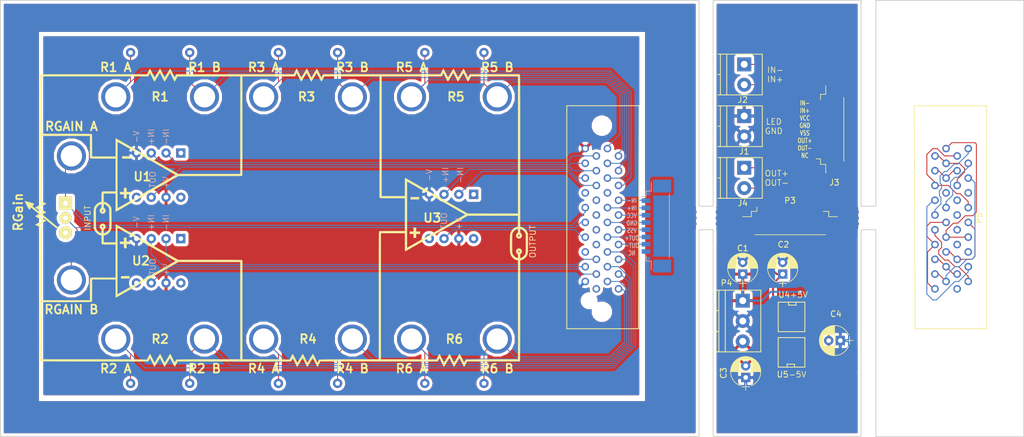
<source format=kicad_pcb>
(kicad_pcb (version 4) (host pcbnew 4.0.6)

  (general
    (links 102)
    (no_connects 0)
    (area 50.216999 28.556999 226.135001 103.707001)
    (thickness 1.6002)
    (drawings 58)
    (tracks 342)
    (zones 0)
    (modules 46)
    (nets 56)
  )

  (page A4)
  (layers
    (0 Top signal)
    (31 Bottom signal)
    (34 B.Paste user)
    (35 F.Paste user)
    (36 B.SilkS user)
    (37 F.SilkS user)
    (38 B.Mask user)
    (39 F.Mask user)
    (40 Dwgs.User user)
    (41 Cmts.User user)
    (42 Eco1.User user)
    (43 Eco2.User user hide)
    (44 Edge.Cuts user)
    (45 Margin user)
  )

  (setup
    (last_trace_width 0.1524)
    (trace_clearance 0.1524)
    (zone_clearance 0.508)
    (zone_45_only no)
    (trace_min 0.1524)
    (segment_width 0.2)
    (edge_width 0.15)
    (via_size 0.6858)
    (via_drill 0.3302)
    (via_min_size 0.6858)
    (via_min_drill 0.3302)
    (uvia_size 0.762)
    (uvia_drill 0.508)
    (uvias_allowed no)
    (uvia_min_size 0)
    (uvia_min_drill 0)
    (pcb_text_width 0.3)
    (pcb_text_size 1.5 1.5)
    (mod_edge_width 0.15)
    (mod_text_size 1.5 1.5)
    (mod_text_width 0.3)
    (pad_size 2.2 2.2)
    (pad_drill 2.2)
    (pad_to_mask_clearance 0.2)
    (aux_axis_origin 50.292 103.632)
    (grid_origin 50.292 103.632)
    (visible_elements 7FFFFF7F)
    (pcbplotparams
      (layerselection 0x00030_80000001)
      (usegerberextensions false)
      (excludeedgelayer true)
      (linewidth 0.100000)
      (plotframeref false)
      (viasonmask false)
      (mode 1)
      (useauxorigin false)
      (hpglpennumber 1)
      (hpglpenspeed 20)
      (hpglpendiameter 15)
      (hpglpenoverlay 2)
      (psnegative false)
      (psa4output false)
      (plotreference true)
      (plotvalue true)
      (plotinvisibletext false)
      (padsonsilk false)
      (subtractmaskfromsilk false)
      (outputformat 1)
      (mirror false)
      (drillshape 1)
      (scaleselection 1)
      (outputdirectory ""))
  )

  (net 0 "")
  (net 1 IN+A)
  (net 2 IN-A)
  (net 3 VSS-B)
  (net 4 VCC-B)
  (net 5 J1-A)
  (net 6 J2-A)
  (net 7 J1-C)
  (net 8 J2-C)
  (net 9 J3-A)
  (net 10 J4-A)
  (net 11 J3-C)
  (net 12 J4-C)
  (net 13 J5-A)
  (net 14 J6-A)
  (net 15 J5-C)
  (net 16 J6-C)
  (net 17 J7-A)
  (net 18 VCC-A)
  (net 19 VSS-A)
  (net 20 IN+B)
  (net 21 IN-B)
  (net 22 J1-B)
  (net 23 J2-B)
  (net 24 J3-B)
  (net 25 J4-B)
  (net 26 J5-B)
  (net 27 J6-B)
  (net 28 GND-A)
  (net 29 OUT-A)
  (net 30 OUT+A)
  (net 31 OUT+B)
  (net 32 OUT-B)
  (net 33 +12V)
  (net 34 -12V)
  (net 35 +5V)
  (net 36 -5V)
  (net 37 IN-)
  (net 38 IN+)
  (net 39 OUT-)
  (net 40 OUT+)
  (net 41 GNDPWR)
  (net 42 VDD)
  (net 43 VPP)
  (net 44 GND-A2)
  (net 45 J6-A2)
  (net 46 J4-A2)
  (net 47 J2-A2)
  (net 48 J7-A2)
  (net 49 VSS-A2)
  (net 50 VCC-A2)
  (net 51 IN+A2)
  (net 52 IN-A2)
  (net 53 J1-A2)
  (net 54 J3-A2)
  (net 55 J5-A2)

  (net_class Default "This is the default net class."
    (clearance 0.1524)
    (trace_width 0.1524)
    (via_dia 0.6858)
    (via_drill 0.3302)
    (uvia_dia 0.762)
    (uvia_drill 0.508)
    (add_net GND-A)
    (add_net GND-A2)
    (add_net IN+)
    (add_net IN+A)
    (add_net IN+A2)
    (add_net IN+B)
    (add_net IN-)
    (add_net IN-A)
    (add_net IN-A2)
    (add_net IN-B)
    (add_net J1-A)
    (add_net J1-A2)
    (add_net J1-B)
    (add_net J1-C)
    (add_net J2-A)
    (add_net J2-A2)
    (add_net J2-B)
    (add_net J2-C)
    (add_net J3-A)
    (add_net J3-A2)
    (add_net J3-B)
    (add_net J3-C)
    (add_net J4-A)
    (add_net J4-A2)
    (add_net J4-B)
    (add_net J4-C)
    (add_net J5-A)
    (add_net J5-A2)
    (add_net J5-B)
    (add_net J5-C)
    (add_net J6-A)
    (add_net J6-A2)
    (add_net J6-B)
    (add_net J6-C)
    (add_net J7-A)
    (add_net J7-A2)
    (add_net OUT+)
    (add_net OUT+A)
    (add_net OUT+B)
    (add_net OUT-)
    (add_net OUT-A)
    (add_net OUT-B)
    (add_net VCC-A)
    (add_net VCC-A2)
    (add_net VCC-B)
    (add_net VDD)
    (add_net VPP)
    (add_net VSS-A)
    (add_net VSS-A2)
    (add_net VSS-B)
  )

  (net_class Thick ""
    (clearance 0.1524)
    (trace_width 0.3302)
    (via_dia 0.6858)
    (via_drill 0.3302)
    (uvia_dia 0.762)
    (uvia_drill 0.508)
    (add_net +12V)
    (add_net +5V)
    (add_net -12V)
    (add_net -5V)
    (add_net GNDPWR)
  )

  (net_class Thin ""
    (clearance 0.1524)
    (trace_width 0.1524)
    (via_dia 0.6858)
    (via_drill 0.3302)
    (uvia_dia 0.762)
    (uvia_drill 0.508)
  )

  (module Housings_DIP:DIP-8_W7.62mm (layer Top) (tedit 58D16748) (tstamp 58ADF132)
    (at 131.572 61.976 270)
    (descr "8-lead dip package, row spacing 7.62 mm (300 mils)")
    (tags "DIL DIP PDIP 2.54mm 7.62mm 300mil")
    (path /58AE0E8D)
    (fp_text reference U3 (at 4.064 7.112 360) (layer F.SilkS)
      (effects (font (size 1.5 1.5) (thickness 0.3)))
    )
    (fp_text value U3 (at 3.81 12.7 360) (layer F.Fab)
      (effects (font (size 1 1) (thickness 0.15)))
    )
    (fp_line (start 1.635 -1.27) (end 6.985 -1.27) (layer F.Fab) (width 0.1))
    (fp_line (start 6.985 -1.27) (end 6.985 8.89) (layer F.Fab) (width 0.1))
    (fp_line (start 6.985 8.89) (end 0.635 8.89) (layer F.Fab) (width 0.1))
    (fp_line (start 0.635 8.89) (end 0.635 -0.27) (layer F.Fab) (width 0.1))
    (fp_line (start 0.635 -0.27) (end 1.635 -1.27) (layer F.Fab) (width 0.1))
    (fp_line (start -1.1 -1.6) (end -1.1 9.2) (layer F.CrtYd) (width 0.05))
    (fp_line (start -1.1 9.2) (end 8.7 9.2) (layer F.CrtYd) (width 0.05))
    (fp_line (start 8.7 9.2) (end 8.7 -1.6) (layer F.CrtYd) (width 0.05))
    (fp_line (start 8.7 -1.6) (end -1.1 -1.6) (layer F.CrtYd) (width 0.05))
    (pad 1 thru_hole rect (at 0 0 270) (size 1.6 1.6) (drill 0.8) (layers *.Cu *.Mask))
    (pad 5 thru_hole oval (at 7.62 7.62 270) (size 1.6 1.6) (drill 0.8) (layers *.Cu *.Mask))
    (pad 2 thru_hole oval (at 0 2.54 270) (size 1.6 1.6) (drill 0.8) (layers *.Cu *.Mask)
      (net 26 J5-B))
    (pad 6 thru_hole oval (at 7.62 5.08 270) (size 1.6 1.6) (drill 0.8) (layers *.Cu *.Mask)
      (net 31 OUT+B))
    (pad 3 thru_hole oval (at 0 5.08 270) (size 1.6 1.6) (drill 0.8) (layers *.Cu *.Mask)
      (net 27 J6-B))
    (pad 7 thru_hole oval (at 7.62 2.54 270) (size 1.6 1.6) (drill 0.8) (layers *.Cu *.Mask)
      (net 4 VCC-B))
    (pad 4 thru_hole oval (at 0 7.62 270) (size 1.6 1.6) (drill 0.8) (layers *.Cu *.Mask)
      (net 3 VSS-B))
    (pad 8 thru_hole oval (at 7.62 0 270) (size 1.6 1.6) (drill 0.8) (layers *.Cu *.Mask))
    (model Housings_DIP.3dshapes/DIP-8_W7.62mm.wrl
      (at (xyz 0 0 0))
      (scale (xyz 1 1 1))
      (rotate (xyz 0 0 0))
    )
  )

  (module Housings_DIP:DIP-8_W7.62mm (layer Top) (tedit 58D16737) (tstamp 58ADF126)
    (at 81.28 69.596 270)
    (descr "8-lead dip package, row spacing 7.62 mm (300 mils)")
    (tags "DIL DIP PDIP 2.54mm 7.62mm 300mil")
    (path /58AE0DE2)
    (fp_text reference U2 (at 3.81 6.858 360) (layer F.SilkS)
      (effects (font (size 1.5 1.5) (thickness 0.3)))
    )
    (fp_text value U2 (at 3.81 -5.08 360) (layer F.Fab)
      (effects (font (size 1 1) (thickness 0.15)))
    )
    (fp_line (start 1.635 -1.27) (end 6.985 -1.27) (layer F.Fab) (width 0.1))
    (fp_line (start 6.985 -1.27) (end 6.985 8.89) (layer F.Fab) (width 0.1))
    (fp_line (start 6.985 8.89) (end 0.635 8.89) (layer F.Fab) (width 0.1))
    (fp_line (start 0.635 8.89) (end 0.635 -0.27) (layer F.Fab) (width 0.1))
    (fp_line (start 0.635 -0.27) (end 1.635 -1.27) (layer F.Fab) (width 0.1))
    (fp_line (start -1.1 -1.6) (end -1.1 9.2) (layer F.CrtYd) (width 0.05))
    (fp_line (start -1.1 9.2) (end 8.7 9.2) (layer F.CrtYd) (width 0.05))
    (fp_line (start 8.7 9.2) (end 8.7 -1.6) (layer F.CrtYd) (width 0.05))
    (fp_line (start 8.7 -1.6) (end -1.1 -1.6) (layer F.CrtYd) (width 0.05))
    (pad 1 thru_hole rect (at 0 0 270) (size 1.6 1.6) (drill 0.8) (layers *.Cu *.Mask))
    (pad 5 thru_hole oval (at 7.62 7.62 270) (size 1.6 1.6) (drill 0.8) (layers *.Cu *.Mask))
    (pad 2 thru_hole oval (at 0 2.54 270) (size 1.6 1.6) (drill 0.8) (layers *.Cu *.Mask)
      (net 23 J2-B))
    (pad 6 thru_hole oval (at 7.62 5.08 270) (size 1.6 1.6) (drill 0.8) (layers *.Cu *.Mask)
      (net 25 J4-B))
    (pad 3 thru_hole oval (at 0 5.08 270) (size 1.6 1.6) (drill 0.8) (layers *.Cu *.Mask)
      (net 21 IN-B))
    (pad 7 thru_hole oval (at 7.62 2.54 270) (size 1.6 1.6) (drill 0.8) (layers *.Cu *.Mask)
      (net 4 VCC-B))
    (pad 4 thru_hole oval (at 0 7.62 270) (size 1.6 1.6) (drill 0.8) (layers *.Cu *.Mask)
      (net 3 VSS-B))
    (pad 8 thru_hole oval (at 7.62 0 270) (size 1.6 1.6) (drill 0.8) (layers *.Cu *.Mask))
    (model Housings_DIP.3dshapes/DIP-8_W7.62mm.wrl
      (at (xyz 0 0 0))
      (scale (xyz 1 1 1))
      (rotate (xyz 0 0 0))
    )
  )

  (module Housings_DIP:DIP-8_W7.62mm (layer Top) (tedit 58D166F5) (tstamp 58ADF11A)
    (at 81.28 54.864 270)
    (descr "8-lead dip package, row spacing 7.62 mm (300 mils)")
    (tags "DIL DIP PDIP 2.54mm 7.62mm 300mil")
    (path /58AE0D1D)
    (fp_text reference U1 (at 4.064 6.604 360) (layer F.SilkS)
      (effects (font (size 1.5 1.5) (thickness 0.3)))
    )
    (fp_text value U1 (at 3.81 -5.08 360) (layer F.Fab)
      (effects (font (size 1 1) (thickness 0.15)))
    )
    (fp_line (start 1.635 -1.27) (end 6.985 -1.27) (layer F.Fab) (width 0.1))
    (fp_line (start 6.985 -1.27) (end 6.985 8.89) (layer F.Fab) (width 0.1))
    (fp_line (start 6.985 8.89) (end 0.635 8.89) (layer F.Fab) (width 0.1))
    (fp_line (start 0.635 8.89) (end 0.635 -0.27) (layer F.Fab) (width 0.1))
    (fp_line (start 0.635 -0.27) (end 1.635 -1.27) (layer F.Fab) (width 0.1))
    (fp_line (start -1.1 -1.6) (end -1.1 9.2) (layer F.CrtYd) (width 0.05))
    (fp_line (start -1.1 9.2) (end 8.7 9.2) (layer F.CrtYd) (width 0.05))
    (fp_line (start 8.7 9.2) (end 8.7 -1.6) (layer F.CrtYd) (width 0.05))
    (fp_line (start 8.7 -1.6) (end -1.1 -1.6) (layer F.CrtYd) (width 0.05))
    (pad 1 thru_hole rect (at 0 0 270) (size 1.6 1.6) (drill 0.8) (layers *.Cu *.Mask))
    (pad 5 thru_hole oval (at 7.62 7.62 270) (size 1.6 1.6) (drill 0.8) (layers *.Cu *.Mask))
    (pad 2 thru_hole oval (at 0 2.54 270) (size 1.6 1.6) (drill 0.8) (layers *.Cu *.Mask)
      (net 22 J1-B))
    (pad 6 thru_hole oval (at 7.62 5.08 270) (size 1.6 1.6) (drill 0.8) (layers *.Cu *.Mask)
      (net 24 J3-B))
    (pad 3 thru_hole oval (at 0 5.08 270) (size 1.6 1.6) (drill 0.8) (layers *.Cu *.Mask)
      (net 20 IN+B))
    (pad 7 thru_hole oval (at 7.62 2.54 270) (size 1.6 1.6) (drill 0.8) (layers *.Cu *.Mask)
      (net 4 VCC-B))
    (pad 4 thru_hole oval (at 0 7.62 270) (size 1.6 1.6) (drill 0.8) (layers *.Cu *.Mask)
      (net 3 VSS-B))
    (pad 8 thru_hole oval (at 7.62 0 270) (size 1.6 1.6) (drill 0.8) (layers *.Cu *.Mask))
    (model Housings_DIP.3dshapes/DIP-8_W7.62mm.wrl
      (at (xyz 0 0 0))
      (scale (xyz 1 1 1))
      (rotate (xyz 0 0 0))
    )
  )

  (module LOGO (layer Top) (tedit 0) (tstamp 58D16A9C)
    (at 110.236 66.04)
    (fp_text reference G*** (at 0 0) (layer F.SilkS) hide
      (effects (font (thickness 0.3)))
    )
    (fp_text value LOGO (at 0.75 0) (layer F.SilkS) hide
      (effects (font (thickness 0.3)))
    )
    (fp_poly (pts (xy -6.92064 -24.932616) (xy -6.53136 -24.154965) (xy -6.426977 -24.322399) (xy -6.368586 -24.417045)
      (xy -6.27684 -24.566925) (xy -6.162231 -24.754845) (xy -6.035255 -24.963612) (xy -5.969512 -25.071917)
      (xy -5.848147 -25.268537) (xy -5.740292 -25.436782) (xy -5.654088 -25.564458) (xy -5.597675 -25.639373)
      (xy -5.580893 -25.654) (xy -5.551932 -25.617884) (xy -5.492129 -25.517229) (xy -5.407796 -25.363576)
      (xy -5.305245 -25.168464) (xy -5.19079 -24.943433) (xy -5.175653 -24.91316) (xy -4.805949 -24.17232)
      (xy -4.667224 -24.447493) (xy -4.528499 -24.722667) (xy 15.652103 -24.722667) (xy 15.878649 -25.2095)
      (xy 15.966558 -25.393167) (xy 16.043939 -25.545127) (xy 16.10304 -25.650829) (xy 16.136106 -25.695722)
      (xy 16.138041 -25.696333) (xy 16.166056 -25.660222) (xy 16.225239 -25.559433) (xy 16.30944 -25.405289)
      (xy 16.412505 -25.209111) (xy 16.528283 -24.98222) (xy 16.55499 -24.929026) (xy 16.685825 -24.669354)
      (xy 16.785125 -24.477561) (xy 16.858198 -24.345295) (xy 16.910352 -24.264206) (xy 16.946895 -24.225941)
      (xy 16.973135 -24.222149) (xy 16.992196 -24.241109) (xy 17.03023 -24.301379) (xy 17.104091 -24.421281)
      (xy 17.205906 -24.587929) (xy 17.327802 -24.788438) (xy 17.461908 -25.009922) (xy 17.462971 -25.011681)
      (xy 17.880645 -25.702863) (xy 17.961778 -25.540848) (xy 18.009475 -25.447263) (xy 18.087506 -25.296028)
      (xy 18.186886 -25.104477) (xy 18.29863 -24.889946) (xy 18.36006 -24.77235) (xy 18.67721 -24.165866)
      (xy 19.616652 -25.705128) (xy 20.3835 -24.174822) (xy 20.529469 -24.448745) (xy 20.675438 -24.722667)
      (xy 29.205199 -24.722667) (xy 29.271099 -24.628581) (xy 29.27744 -24.613765) (xy 29.283365 -24.586194)
      (xy 29.288889 -24.543119) (xy 29.294025 -24.481788) (xy 29.298788 -24.399452) (xy 29.30319 -24.293361)
      (xy 29.307247 -24.160765) (xy 29.310972 -23.998914) (xy 29.314378 -23.805057) (xy 29.31748 -23.576445)
      (xy 29.32029 -23.310328) (xy 29.322824 -23.003956) (xy 29.325095 -22.654578) (xy 29.327117 -22.259445)
      (xy 29.328903 -21.815807) (xy 29.330467 -21.320913) (xy 29.331824 -20.772014) (xy 29.332986 -20.166359)
      (xy 29.333969 -19.501199) (xy 29.334785 -18.773783) (xy 29.335448 -17.981361) (xy 29.335973 -17.121184)
      (xy 29.336373 -16.190502) (xy 29.336661 -15.186563) (xy 29.336853 -14.106619) (xy 29.336961 -12.947919)
      (xy 29.336999 -11.707714) (xy 29.337 -11.515266) (xy 29.337 1.503963) (xy 29.55925 1.556678)
      (xy 29.781087 1.638277) (xy 30.011333 1.770599) (xy 30.216245 1.931784) (xy 30.332156 2.057352)
      (xy 30.412355 2.178167) (xy 30.501627 2.335557) (xy 30.556707 2.445365) (xy 30.6705 2.688167)
      (xy 30.6705 4.3815) (xy 30.670418 4.80445) (xy 30.669861 5.15162) (xy 30.668365 5.431898)
      (xy 30.665465 5.654171) (xy 30.660695 5.827324) (xy 30.65359 5.960246) (xy 30.643686 6.061824)
      (xy 30.630517 6.140944) (xy 30.613618 6.206494) (xy 30.592524 6.26736) (xy 30.568649 6.327764)
      (xy 30.42172 6.596485) (xy 30.215061 6.841233) (xy 29.967105 7.046218) (xy 29.696287 7.195653)
      (xy 29.474583 7.264787) (xy 29.337 7.291917) (xy 29.337 15.877536) (xy 29.336795 16.95734)
      (xy 29.336187 17.971767) (xy 29.33518 18.919415) (xy 29.333782 19.798886) (xy 29.332 20.608777)
      (xy 29.32984 21.347689) (xy 29.327308 22.014221) (xy 29.324412 22.606973) (xy 29.321159 23.124545)
      (xy 29.317554 23.565535) (xy 29.313604 23.928543) (xy 29.309317 24.21217) (xy 29.304698 24.415014)
      (xy 29.299754 24.535675) (xy 29.295714 24.571744) (xy 29.254429 24.680333) (xy 24.734298 24.681129)
      (xy 20.214167 24.681926) (xy 19.967329 25.150431) (xy 19.872023 25.325416) (xy 19.78933 25.466234)
      (xy 19.727485 25.559633) (xy 19.694724 25.592362) (xy 19.693144 25.591589) (xy 19.665947 25.547162)
      (xy 19.606285 25.439491) (xy 19.520595 25.280529) (xy 19.415315 25.082232) (xy 19.296882 24.856555)
      (xy 19.282496 24.828975) (xy 18.899194 24.093709) (xy 18.439024 24.852688) (xy 18.301472 25.078469)
      (xy 18.178943 25.277516) (xy 18.078074 25.439216) (xy 18.005505 25.552955) (xy 17.967874 25.608118)
      (xy 17.964317 25.611667) (xy 17.941881 25.575629) (xy 17.887668 25.475046) (xy 17.807544 25.321209)
      (xy 17.707378 25.125409) (xy 17.593034 24.898939) (xy 17.566113 24.845231) (xy 17.182447 24.078796)
      (xy 17.066605 24.263148) (xy 17.003968 24.364185) (xy 16.908453 24.519924) (xy 16.790924 24.712578)
      (xy 16.662246 24.924357) (xy 16.598499 25.029583) (xy 16.478711 25.225959) (xy 16.374371 25.39405)
      (xy 16.293166 25.521713) (xy 16.242778 25.596803) (xy 16.230182 25.611667) (xy 16.207242 25.575643)
      (xy 16.152634 25.475179) (xy 16.072316 25.321678) (xy 15.972242 25.126549) (xy 15.858368 24.901198)
      (xy 15.837838 24.86025) (xy 15.461548 24.108833) (xy 15.179494 24.680333) (xy -4.994626 24.680333)
      (xy -5.228167 25.146) (xy -5.319978 25.324193) (xy -5.400216 25.470892) (xy -5.460574 25.571523)
      (xy -5.492742 25.611513) (xy -5.49364 25.611667) (xy -5.521337 25.575538) (xy -5.580153 25.474705)
      (xy -5.663963 25.320497) (xy -5.766641 25.124245) (xy -5.882059 24.897277) (xy -5.908517 24.844418)
      (xy -6.29146 24.077169) (xy -6.754647 24.843529) (xy -6.892909 25.070709) (xy -7.016765 25.271217)
      (xy -7.119513 25.434448) (xy -7.19445 25.549795) (xy -7.234874 25.606654) (xy -7.239537 25.610777)
      (xy -7.264115 25.574968) (xy -7.320142 25.474516) (xy -7.401646 25.320727) (xy -7.502659 25.124907)
      (xy -7.617209 24.898361) (xy -7.643317 24.846154) (xy -8.025394 24.080641) (xy -8.489221 24.846154)
      (xy -8.627727 25.073079) (xy -8.751854 25.27328) (xy -8.854877 25.436168) (xy -8.930073 25.551157)
      (xy -8.970717 25.607659) (xy -8.975436 25.611667) (xy -9.00035 25.575606) (xy -9.056359 25.47522)
      (xy -9.137285 25.322203) (xy -9.236948 25.128252) (xy -9.349169 24.905061) (xy -9.355667 24.892)
      (xy -9.468552 24.66749) (xy -9.569449 24.471579) (xy -9.652132 24.315968) (xy -9.71038 24.212357)
      (xy -9.737968 24.172448) (xy -9.738471 24.172333) (xy -9.767914 24.207503) (xy -9.820922 24.299624)
      (xy -9.884833 24.426333) (xy -10.006234 24.680333) (xy -29.500195 24.680333) (xy -29.746681 25.145965)
      (xy -29.842019 25.322998) (xy -29.923724 25.468975) (xy -29.983587 25.569632) (xy -30.013398 25.610703)
      (xy -30.014333 25.61099) (xy -30.0391 25.574873) (xy -30.095706 25.474555) (xy -30.178003 25.321499)
      (xy -30.279839 25.127169) (xy -30.395064 24.903028) (xy -30.411777 24.870191) (xy -30.528628 24.642803)
      (xy -30.633347 24.443703) (xy -30.719707 24.284351) (xy -30.78148 24.176209) (xy -30.812441 24.130738)
      (xy -30.813943 24.130025) (xy -30.843938 24.164252) (xy -30.908803 24.258318) (xy -31.000068 24.399328)
      (xy -31.109264 24.574388) (xy -31.15458 24.648609) (xy -31.282739 24.859131) (xy -31.409361 25.066033)
      (xy -31.521122 25.247612) (xy -31.604696 25.382165) (xy -31.615244 25.398963) (xy -31.761163 25.63076)
      (xy -32.150601 24.852794) (xy -32.54004 24.074827) (xy -33.00227 24.84171) (xy -33.140262 25.069095)
      (xy -33.263881 25.269836) (xy -33.366434 25.433309) (xy -33.44123 25.548888) (xy -33.481577 25.605949)
      (xy -33.486228 25.61013) (xy -33.51086 25.574542) (xy -33.56686 25.474399) (xy -33.648193 25.321105)
      (xy -33.748828 25.126062) (xy -33.862732 24.900675) (xy -33.882722 24.860681) (xy -34.257488 24.109696)
      (xy -34.401328 24.395014) (xy -34.545168 24.680333) (xy -43.831567 24.680333) (xy -44.892221 24.680274)
      (xy -45.871348 24.680084) (xy -46.772089 24.679743) (xy -47.597582 24.679231) (xy -48.350968 24.678527)
      (xy -49.035386 24.677612) (xy -49.653977 24.676465) (xy -50.20988 24.675067) (xy -50.706234 24.673397)
      (xy -51.146181 24.671435) (xy -51.532859 24.669161) (xy -51.869409 24.666556) (xy -52.15897 24.663598)
      (xy -52.404682 24.660268) (xy -52.609684 24.656545) (xy -52.777118 24.652411) (xy -52.910122 24.647844)
      (xy -53.011836 24.642824) (xy -53.085401 24.637332) (xy -53.133956 24.631347) (xy -53.16064 24.624849)
      (xy -53.167544 24.620596) (xy -53.172839 24.59424) (xy -53.177733 24.526933) (xy -53.182232 24.416441)
      (xy -53.186343 24.260526) (xy -53.190073 24.056956) (xy -53.19343 23.803493) (xy -53.19642 23.497903)
      (xy -53.199052 23.13795) (xy -53.201331 22.7214) (xy -53.203266 22.246016) (xy -53.204863 21.709564)
      (xy -53.206129 21.109808) (xy -53.207072 20.444512) (xy -53.207699 19.711443) (xy -53.208016 18.908363)
      (xy -53.208032 18.033038) (xy -53.207753 17.083233) (xy -53.207186 16.056712) (xy -53.206338 14.95124)
      (xy -53.205891 14.478) (xy -52.832 14.478) (xy -52.832 24.299333) (xy -44.905083 24.29942)
      (xy -44.073915 24.299574) (xy -43.254974 24.300009) (xy -42.453204 24.30071) (xy -41.67355 24.301661)
      (xy -40.920954 24.302849) (xy -40.200362 24.304259) (xy -39.516718 24.305876) (xy -38.874964 24.307684)
      (xy -38.280045 24.309671) (xy -37.736906 24.311819) (xy -37.250489 24.314116) (xy -36.82574 24.316546)
      (xy -36.467601 24.319095) (xy -36.181017 24.321747) (xy -35.970932 24.324489) (xy -35.8775 24.326317)
      (xy -34.776833 24.353128) (xy -34.533649 23.860564) (xy -34.440466 23.676672) (xy -34.358535 23.523981)
      (xy -34.295833 23.416725) (xy -34.260339 23.369133) (xy -34.257542 23.368) (xy -34.229543 23.404146)
      (xy -34.170585 23.504984) (xy -34.086833 23.659114) (xy -33.984456 23.855134) (xy -33.869619 24.081643)
      (xy -33.846765 24.127457) (xy -33.715975 24.388053) (xy -33.616333 24.58016) (xy -33.542837 24.71185)
      (xy -33.490486 24.791195) (xy -33.454278 24.826267) (xy -33.42921 24.825138) (xy -33.420503 24.815374)
      (xy -33.383976 24.757648) (xy -33.311519 24.640156) (xy -33.210922 24.475638) (xy -33.089976 24.276833)
      (xy -32.95647 24.056483) (xy -32.956128 24.055917) (xy -32.825078 23.84128) (xy -32.708311 23.653991)
      (xy -32.613003 23.505239) (xy -32.54633 23.406214) (xy -32.515468 23.368106) (xy -32.514959 23.368)
      (xy -32.489277 23.404087) (xy -32.432247 23.504777) (xy -32.34992 23.658714) (xy -32.248347 23.854541)
      (xy -32.133579 24.080902) (xy -32.109297 24.129395) (xy -31.728833 24.89079) (xy -31.268262 24.129395)
      (xy -31.130073 23.902996) (xy -31.005868 23.703385) (xy -30.902458 23.541195) (xy -30.826655 23.42706)
      (xy -30.785274 23.371612) (xy -30.780433 23.368) (xy -30.753988 23.404082) (xy -30.696624 23.504523)
      (xy -30.614606 23.657619) (xy -30.514196 23.851664) (xy -30.401659 24.074953) (xy -30.395333 24.087667)
      (xy -30.28198 24.312283) (xy -30.179894 24.508266) (xy -30.09544 24.663896) (xy -30.034988 24.767457)
      (xy -30.004904 24.807229) (xy -30.004285 24.807333) (xy -29.969467 24.772385) (xy -29.912954 24.681716)
      (xy -29.860172 24.581196) (xy -29.749264 24.355058) (xy -28.516549 24.327274) (xy -28.295265 24.323281)
      (xy -27.997356 24.319459) (xy -27.630861 24.315848) (xy -27.203821 24.312489) (xy -26.724277 24.309421)
      (xy -26.200268 24.306687) (xy -25.639836 24.304326) (xy -25.051021 24.30238) (xy -24.441864 24.30089)
      (xy -23.820405 24.299895) (xy -23.194684 24.299438) (xy -23.01875 24.299411) (xy -18.753667 24.299333)
      (xy -18.753667 7.577667) (xy -29.369208 7.577667) (xy -31.607354 8.855458) (xy -32.006423 9.083602)
      (xy -32.38343 9.299731) (xy -32.731975 9.500137) (xy -33.04566 9.681113) (xy -33.318084 9.838951)
      (xy -33.54285 9.969942) (xy -33.713558 10.070378) (xy -33.823808 10.136552) (xy -33.867203 10.164756)
      (xy -33.867511 10.165115) (xy -33.913934 10.198438) (xy -34.015548 10.256327) (xy -34.151183 10.326782)
      (xy -34.1637 10.333014) (xy -34.244358 10.37578) (xy -34.392106 10.457036) (xy -34.600569 10.573184)
      (xy -34.863373 10.720625) (xy -35.174144 10.89576) (xy -35.526508 11.094989) (xy -35.914089 11.314715)
      (xy -36.330515 11.551338) (xy -36.76941 11.80126) (xy -37.224401 12.060881) (xy -37.250103 12.075563)
      (xy -37.699188 12.331973) (xy -38.127566 12.5763) (xy -38.529463 12.805266) (xy -38.899105 13.015594)
      (xy -39.23072 13.204007) (xy -39.518533 13.367228) (xy -39.75677 13.501979) (xy -39.939659 13.604985)
      (xy -40.061425 13.672966) (xy -40.116296 13.702648) (xy -40.11833 13.703568) (xy -40.133169 13.696038)
      (xy -40.145255 13.656241) (xy -40.154844 13.577131) (xy -40.162191 13.451659) (xy -40.16755 13.27278)
      (xy -40.169904 13.117438) (xy -39.835667 13.117438) (xy -34.872083 10.281344) (xy -34.273714 9.939359)
      (xy -33.695538 9.608742) (xy -33.141825 9.291943) (xy -32.616845 8.991412) (xy -32.124868 8.7096)
      (xy -31.670164 8.448956) (xy -31.257003 8.211931) (xy -30.889653 8.000974) (xy -30.572387 7.818536)
      (xy -30.309472 7.667068) (xy -30.105179 7.549018) (xy -29.963778 7.466837) (xy -29.889539 7.422975)
      (xy -29.878968 7.416208) (xy -29.91223 7.393093) (xy -30.013907 7.330904) (xy -30.178906 7.232574)
      (xy -30.40213 7.101038) (xy -30.678486 6.939231) (xy -31.002878 6.750085) (xy -31.370213 6.536536)
      (xy -31.775395 6.301518) (xy -32.21333 6.047965) (xy -32.678923 5.77881) (xy -33.167079 5.496989)
      (xy -33.672705 5.205435) (xy -34.190704 4.907082) (xy -34.715983 4.604866) (xy -35.243447 4.301719)
      (xy -35.768002 4.000576) (xy -36.284551 3.704372) (xy -36.788002 3.41604) (xy -37.273259 3.138514)
      (xy -37.735228 2.874729) (xy -38.168814 2.62762) (xy -38.568922 2.400119) (xy -38.930457 2.195162)
      (xy -39.248326 2.015682) (xy -39.517433 1.864614) (xy -39.545642 1.84885) (xy -39.835667 1.686867)
      (xy -39.835667 13.117438) (xy -40.169904 13.117438) (xy -40.171177 13.033446) (xy -40.173324 12.726611)
      (xy -40.174249 12.345226) (xy -40.174333 12.154196) (xy -40.174333 10.583333) (xy -44.196 10.583333)
      (xy -44.196 12.479867) (xy -44.196607 12.963227) (xy -44.198522 13.367275) (xy -44.201883 13.697357)
      (xy -44.206831 13.95882) (xy -44.213504 14.157011) (xy -44.222043 14.297275) (xy -44.232586 14.384959)
      (xy -44.245273 14.42541) (xy -44.2468 14.4272) (xy -44.275099 14.435937) (xy -44.344051 14.443705)
      (xy -44.457445 14.450548) (xy -44.619069 14.456513) (xy -44.832713 14.461642) (xy -45.102166 14.465981)
      (xy -45.431218 14.469574) (xy -45.823656 14.472466) (xy -46.283271 14.474701) (xy -46.813851 14.476324)
      (xy -47.419186 14.47738) (xy -48.103064 14.477913) (xy -48.5648 14.478) (xy -52.832 14.478)
      (xy -53.205891 14.478) (xy -53.205217 13.764581) (xy -53.204477 13.067889) (xy -53.191833 1.574918)
      (xy -53.583417 1.380404) (xy -53.745933 1.296711) (xy -53.875507 1.224342) (xy -53.956172 1.172561)
      (xy -53.975 1.15322) (xy -53.939015 1.124507) (xy -53.839335 1.06552) (xy -53.688371 0.983084)
      (xy -53.498536 0.884022) (xy -53.333888 0.800807) (xy -52.692775 0.481063) (xy -53.333888 0.089788)
      (xy -53.540324 -0.037037) (xy -53.719135 -0.148487) (xy -53.858793 -0.237246) (xy -53.947772 -0.295997)
      (xy -53.951742 -0.299076) (xy -53.338665 -0.299076) (xy -53.303985 -0.269197) (xy -53.210843 -0.206184)
      (xy -53.073893 -0.119595) (xy -52.925915 -0.029782) (xy -52.730744 0.087096) (xy -52.535103 0.205049)
      (xy -52.366597 0.307398) (xy -52.28419 0.357969) (xy -52.05388 0.500335) (xy -52.675773 0.810407)
      (xy -52.883594 0.91548) (xy -53.061929 1.008423) (xy -53.198194 1.08245) (xy -53.279802 1.130776)
      (xy -53.297667 1.14567) (xy -53.262691 1.176082) (xy -53.172789 1.227335) (xy -53.09267 1.266876)
      (xy -52.887673 1.362891) (xy -52.859928 2.406529) (xy -52.856398 2.582649) (xy -52.852996 2.836991)
      (xy -52.849752 3.163112) (xy -52.846692 3.554568) (xy -52.843844 4.004915) (xy -52.841238 4.507708)
      (xy -52.838901 5.056505) (xy -52.836861 5.644861) (xy -52.835147 6.266332) (xy -52.833785 6.914474)
      (xy -52.832805 7.582843) (xy -52.832235 8.264996) (xy -52.832092 8.79475) (xy -52.832 14.139333)
      (xy -44.577 14.139333) (xy -44.577 12.2428) (xy -44.576393 11.75944) (xy -44.574478 11.355392)
      (xy -44.571117 11.025309) (xy -44.56617 10.763846) (xy -44.559496 10.565656) (xy -44.550958 10.425392)
      (xy -44.540415 10.337707) (xy -44.527727 10.297257) (xy -44.5262 10.295467) (xy -44.492051 10.283301)
      (xy -44.412519 10.273042) (xy -44.282506 10.264571) (xy -44.096914 10.257771) (xy -43.850647 10.252523)
      (xy -43.538606 10.248711) (xy -43.155694 10.246216) (xy -42.696813 10.244922) (xy -42.324867 10.244667)
      (xy -40.174333 10.244667) (xy -40.174333 4.572) (xy -41.31431 4.572) (xy -41.661463 4.571423)
      (xy -41.93358 4.569341) (xy -42.140282 4.565221) (xy -42.291195 4.558533) (xy -42.395942 4.548748)
      (xy -42.464146 4.535333) (xy -42.505432 4.517759) (xy -42.52081 4.505476) (xy -42.545989 4.467226)
      (xy -42.564118 4.402356) (xy -42.576254 4.298521) (xy -42.58345 4.143374) (xy -42.586761 3.924571)
      (xy -42.587333 3.727021) (xy -42.587333 3.015089) (xy -42.724917 2.988826) (xy -43.024411 2.890325)
      (xy -43.303683 2.718928) (xy -43.548633 2.486183) (xy -43.745159 2.203639) (xy -43.789831 2.116667)
      (xy -43.920833 1.8415) (xy -43.934159 0.244566) (xy -43.93735 -0.212982) (xy -43.937887 -0.594923)
      (xy -43.934691 -0.910297) (xy -43.926683 -1.16815) (xy -43.912784 -1.377525) (xy -43.892198 -1.545167)
      (xy -43.539833 -1.545167) (xy -43.539833 0.105833) (xy -43.539676 0.524178) (xy -43.538917 0.866645)
      (xy -43.537129 1.142022) (xy -43.533884 1.359099) (xy -43.528754 1.526663) (xy -43.521312 1.653503)
      (xy -43.511128 1.748408) (xy -43.497775 1.820167) (xy -43.480826 1.877567) (xy -43.459851 1.929398)
      (xy -43.449971 1.951117) (xy -43.311276 2.174629) (xy -43.122527 2.374163) (xy -42.910582 2.522416)
      (xy -42.866781 2.543962) (xy -42.732839 2.601065) (xy -42.650426 2.616385) (xy -42.607039 2.579205)
      (xy -42.590176 2.478808) (xy -42.587334 2.304476) (xy -42.587333 2.304433) (xy -42.589538 2.138734)
      (xy -42.60092 2.033449) (xy -42.628632 1.96435) (xy -42.679823 1.90721) (xy -42.713095 1.878379)
      (xy -42.83852 1.726268) (xy -42.894832 1.55376) (xy -42.892727 1.499402) (xy -42.530549 1.499402)
      (xy -42.495422 1.571322) (xy -42.406261 1.601724) (xy -42.380842 1.600373) (xy -42.296209 1.571645)
      (xy -42.270146 1.496954) (xy -42.269833 1.481667) (xy -42.301923 1.395121) (xy -42.377196 1.358325)
      (xy -42.464158 1.381128) (xy -42.496518 1.410758) (xy -42.530549 1.499402) (xy -42.892727 1.499402)
      (xy -42.888012 1.377712) (xy -42.824041 1.214981) (xy -42.7089 1.082423) (xy -42.54857 0.996897)
      (xy -42.392096 0.973667) (xy -42.180228 1.008864) (xy -42.0182 1.110131) (xy -41.912214 1.270982)
      (xy -41.868476 1.484932) (xy -41.867667 1.521945) (xy -41.878247 1.636107) (xy -41.920931 1.729042)
      (xy -42.012139 1.83331) (xy -42.037 1.85776) (xy -42.124801 1.946744) (xy -42.175382 2.019466)
      (xy -42.199005 2.104341) (xy -42.205927 2.229783) (xy -42.206333 2.326743) (xy -42.206333 2.631394)
      (xy -42.069872 2.601422) (xy -41.847284 2.514288) (xy -41.633652 2.362192) (xy -41.449678 2.164018)
      (xy -41.316062 1.938652) (xy -41.299796 1.898867) (xy -41.281793 1.843491) (xy -41.267281 1.775714)
      (xy -41.255988 1.686899) (xy -41.247641 1.568408) (xy -41.241964 1.411605) (xy -41.238686 1.207853)
      (xy -41.237533 0.948515) (xy -41.23823 0.624955) (xy -41.240505 0.228535) (xy -41.241679 0.0635)
      (xy -41.245068 -0.358353) (xy -41.248703 -0.704086) (xy -41.253009 -0.982245) (xy -41.258407 -1.201376)
      (xy -41.265321 -1.370026) (xy -41.274175 -1.496742) (xy -41.285391 -1.590069) (xy -41.299392 -1.658555)
      (xy -41.316601 -1.710744) (xy -41.331112 -1.742818) (xy -41.46628 -1.943711) (xy -41.653778 -2.129847)
      (xy -41.864184 -2.274525) (xy -41.971527 -2.324006) (xy -42.185167 -2.403839) (xy -42.209895 -1.777997)
      (xy -42.038781 -1.61522) (xy -41.936351 -1.508123) (xy -41.885067 -1.418774) (xy -41.868394 -1.314053)
      (xy -41.867667 -1.272503) (xy -41.902841 -1.065896) (xy -41.998315 -0.900444) (xy -42.139017 -0.784645)
      (xy -42.309875 -0.727002) (xy -42.495818 -0.736011) (xy -42.676323 -0.816464) (xy -42.810449 -0.953994)
      (xy -42.88997 -1.13479) (xy -42.896856 -1.240469) (xy -42.51605 -1.240469) (xy -42.486461 -1.154779)
      (xy -42.408146 -1.10902) (xy -42.362219 -1.108681) (xy -42.287382 -1.147976) (xy -42.269833 -1.223053)
      (xy -42.296463 -1.324998) (xy -42.360333 -1.380737) (xy -42.437413 -1.377244) (xy -42.482339 -1.338236)
      (xy -42.51605 -1.240469) (xy -42.896856 -1.240469) (xy -42.902611 -1.32879) (xy -42.897701 -1.358581)
      (xy -42.850824 -1.469327) (xy -42.764735 -1.589934) (xy -42.729439 -1.627376) (xy -42.655009 -1.705172)
      (xy -42.612461 -1.775623) (xy -42.592923 -1.866237) (xy -42.587525 -2.004525) (xy -42.587333 -2.068027)
      (xy -42.593031 -2.242916) (xy -42.618382 -2.341771) (xy -42.675775 -2.37291) (xy -42.777598 -2.344653)
      (xy -42.90546 -2.281665) (xy -43.14876 -2.118238) (xy -43.336716 -1.90698) (xy -43.427364 -1.756833)
      (xy -43.539833 -1.545167) (xy -43.892198 -1.545167) (xy -43.891915 -1.547464) (xy -43.862997 -1.687012)
      (xy -43.824951 -1.805211) (xy -43.776698 -1.911105) (xy -43.71716 -2.013737) (xy -43.65317 -2.110594)
      (xy -43.466365 -2.329291) (xy -43.233737 -2.518552) (xy -42.981564 -2.65953) (xy -42.802774 -2.720527)
      (xy -42.587333 -2.771703) (xy -42.587333 -3.577766) (xy -42.586184 -3.870824) (xy -42.582159 -4.091053)
      (xy -42.577284 -4.191) (xy -42.206333 -4.191) (xy -42.206333 -2.751667) (xy -42.089917 -2.751633)
      (xy -41.897437 -2.715708) (xy -41.684451 -2.616687) (xy -41.467609 -2.467551) (xy -41.263564 -2.281282)
      (xy -41.088969 -2.07086) (xy -40.976707 -1.883833) (xy -40.872833 -1.672167) (xy -40.8609 0.047721)
      (xy -40.858079 0.475633) (xy -40.856354 0.827667) (xy -40.856071 1.112607) (xy -40.85758 1.339239)
      (xy -40.861228 1.516346) (xy -40.867364 1.652714) (xy -40.876336 1.757128) (xy -40.888491 1.838372)
      (xy -40.904179 1.905231) (xy -40.923746 1.966491) (xy -40.938537 2.007005) (xy -41.089666 2.305983)
      (xy -41.29913 2.568035) (xy -41.552288 2.779632) (xy -41.834504 2.927243) (xy -41.984083 2.973335)
      (xy -42.206333 3.025703) (xy -42.206333 4.191) (xy -40.175364 4.191) (xy -40.164265 2.627377)
      (xy -40.153167 1.063754) (xy -37.084 2.820442) (xy -36.609535 3.091982) (xy -36.151946 3.353808)
      (xy -35.717174 3.602526) (xy -35.311158 3.834741) (xy -34.939836 4.047057) (xy -34.609147 4.23608)
      (xy -34.325031 4.398414) (xy -34.093426 4.530664) (xy -33.920272 4.629436) (xy -33.811507 4.691334)
      (xy -33.782 4.708028) (xy -33.701819 4.753442) (xy -33.555724 4.83654) (xy -33.351307 4.952994)
      (xy -33.096162 5.09847) (xy -32.797878 5.26864) (xy -32.46405 5.459172) (xy -32.102268 5.665735)
      (xy -31.720126 5.883999) (xy -31.48593 6.017797) (xy -29.422693 7.196667) (xy -24.006269 7.196667)
      (xy -23.168915 7.196991) (xy -22.392873 7.197954) (xy -21.680302 7.19954) (xy -21.03336 7.201732)
      (xy -20.454205 7.204514) (xy -19.944997 7.207869) (xy -19.507894 7.211783) (xy -19.145054 7.216239)
      (xy -18.858636 7.22122) (xy -18.650798 7.226711) (xy -18.523699 7.232695) (xy -18.481256 7.237952)
      (xy -18.372667 7.279238) (xy -18.372667 24.299333) (xy -15.419917 24.29942) (xy -14.890475 24.299842)
      (xy -14.357743 24.301032) (xy -13.832326 24.302918) (xy -13.324831 24.305431) (xy -12.845862 24.3085)
      (xy -12.406028 24.312055) (xy -12.015932 24.316025) (xy -11.686182 24.32034) (xy -11.427383 24.32493)
      (xy -11.3665 24.326317) (xy -10.265833 24.353128) (xy -10.022649 23.860564) (xy -9.929549 23.676734)
      (xy -9.847815 23.524152) (xy -9.785392 23.417029) (xy -9.750228 23.369575) (xy -9.747482 23.368465)
      (xy -9.719182 23.404488) (xy -9.659067 23.50463) (xy -9.57352 23.65745) (xy -9.468925 23.85151)
      (xy -9.351665 24.075366) (xy -9.3345 24.108629) (xy -9.21658 24.335556) (xy -9.111339 24.534271)
      (xy -9.02498 24.693373) (xy -8.963705 24.801462) (xy -8.933715 24.847136) (xy -8.932333 24.847901)
      (xy -8.905159 24.813186) (xy -8.841507 24.716516) (xy -8.748183 24.568704) (xy -8.631992 24.380565)
      (xy -8.499739 24.16291) (xy -8.466667 24.107985) (xy -8.331546 23.884902) (xy -8.210792 23.688779)
      (xy -8.111223 23.530429) (xy -8.039659 23.420665) (xy -8.002921 23.370297) (xy -8.00006 23.368248)
      (xy -7.975378 23.404273) (xy -7.919371 23.504922) (xy -7.83803 23.658821) (xy -7.737349 23.854595)
      (xy -7.623319 24.080869) (xy -7.600087 24.12748) (xy -7.222221 24.886961) (xy -7.132724 24.751897)
      (xy -7.08106 24.670814) (xy -6.995139 24.532527) (xy -6.884391 24.352359) (xy -6.758244 24.14563)
      (xy -6.665283 23.992417) (xy -6.540652 23.788525) (xy -6.430741 23.612523) (xy -6.343071 23.47615)
      (xy -6.285163 23.391143) (xy -6.265191 23.368) (xy -6.240413 23.404067) (xy -6.18425 23.50465)
      (xy -6.102745 23.65832) (xy -6.001942 23.85365) (xy -5.887886 24.079212) (xy -5.867775 24.119417)
      (xy -5.492507 24.870833) (xy -5.365175 24.612941) (xy -5.237844 24.355049) (xy -4.005339 24.327269)
      (xy -3.77547 24.323088) (xy -3.469593 24.319097) (xy -3.096365 24.315341) (xy -2.664443 24.311869)
      (xy -2.182487 24.308726) (xy -1.659154 24.30596) (xy -1.103101 24.303618) (xy -0.522987 24.301747)
      (xy 0.072531 24.300393) (xy 0.674795 24.299604) (xy 1.132417 24.299411) (xy 5.037667 24.299333)
      (xy 5.037667 13.338024) (xy 5.0377 12.192843) (xy 5.037813 11.12933) (xy 5.038023 10.144485)
      (xy 5.038349 9.235309) (xy 5.038808 8.398802) (xy 5.039418 7.631966) (xy 5.040199 6.931802)
      (xy 5.041167 6.295309) (xy 5.042341 5.71949) (xy 5.043739 5.201343) (xy 5.045379 4.737871)
      (xy 5.047279 4.326075) (xy 5.049458 3.962954) (xy 5.051933 3.645509) (xy 5.054722 3.370743)
      (xy 5.057844 3.135654) (xy 5.061316 2.937244) (xy 5.065157 2.772514) (xy 5.069385 2.638465)
      (xy 5.069985 2.624667) (xy 5.418667 2.624667) (xy 5.418667 24.299333) (xy 9.094799 24.299333)
      (xy 9.676137 24.299668) (xy 10.255323 24.300639) (xy 10.823641 24.302195) (xy 11.372374 24.304284)
      (xy 11.892807 24.306857) (xy 12.376223 24.309861) (xy 12.813906 24.313246) (xy 13.19714 24.31696)
      (xy 13.517209 24.320953) (xy 13.765396 24.325173) (xy 13.854193 24.327207) (xy 14.937453 24.355081)
      (xy 15.183125 23.861541) (xy 15.277063 23.677592) (xy 15.359626 23.524769) (xy 15.422813 23.417254)
      (xy 15.458623 23.369231) (xy 15.461553 23.368) (xy 15.489651 23.404104) (xy 15.548689 23.504728)
      (xy 15.632401 23.658337) (xy 15.73452 23.853396) (xy 15.848782 24.078372) (xy 15.864011 24.108833)
      (xy 15.978871 24.336697) (xy 16.081611 24.536163) (xy 16.16612 24.695715) (xy 16.226283 24.803839)
      (xy 16.255987 24.849017) (xy 16.257301 24.849667) (xy 16.285438 24.815184) (xy 16.350156 24.71901)
      (xy 16.444474 24.572051) (xy 16.561411 24.385214) (xy 16.693986 24.169407) (xy 16.718536 24.129043)
      (xy 16.854176 23.907477) (xy 16.976354 23.71126) (xy 17.077829 23.551749) (xy 17.151361 23.440301)
      (xy 17.189708 23.388275) (xy 17.192089 23.386227) (xy 17.221031 23.415354) (xy 17.280666 23.509568)
      (xy 17.364736 23.657776) (xy 17.466983 23.848887) (xy 17.581149 24.07181) (xy 17.598688 24.10685)
      (xy 17.713612 24.335013) (xy 17.816277 24.5348) (xy 17.900606 24.694715) (xy 17.960523 24.803261)
      (xy 17.989953 24.848942) (xy 17.991284 24.849667) (xy 18.018683 24.815079) (xy 18.082531 24.718524)
      (xy 18.17601 24.57081) (xy 18.292302 24.382745) (xy 18.42459 24.16514) (xy 18.457512 24.110467)
      (xy 18.593146 23.8872) (xy 18.715175 23.690831) (xy 18.816626 23.532218) (xy 18.890522 23.422222)
      (xy 18.92989 23.371701) (xy 18.933352 23.369634) (xy 18.961097 23.405196) (xy 19.019902 23.505275)
      (xy 19.103516 23.658387) (xy 19.205688 23.853047) (xy 19.320167 24.077772) (xy 19.336024 24.10939)
      (xy 19.707178 24.85078) (xy 19.843363 24.603059) (xy 19.979549 24.355337) (xy 21.193828 24.327335)
      (xy 21.439187 24.322713) (xy 21.75916 24.318329) (xy 22.143696 24.314245) (xy 22.582743 24.310525)
      (xy 23.06625 24.307231) (xy 23.584164 24.304427) (xy 24.126434 24.302173) (xy 24.683008 24.300535)
      (xy 25.243835 24.299573) (xy 25.682054 24.299333) (xy 28.956 24.299333) (xy 28.956 7.292154)
      (xy 28.794338 7.266303) (xy 28.50809 7.179563) (xy 28.240929 7.021141) (xy 28.004417 6.803686)
      (xy 27.810114 6.539848) (xy 27.669582 6.242275) (xy 27.59897 5.958422) (xy 27.58771 5.833592)
      (xy 27.578469 5.638062) (xy 27.571247 5.385768) (xy 27.566045 5.090649) (xy 27.562862 4.766641)
      (xy 27.5617 4.427684) (xy 27.561816 4.3815) (xy 27.961167 4.3815) (xy 27.961278 4.793062)
      (xy 27.961935 5.128951) (xy 27.963617 5.398159) (xy 27.966807 5.609679) (xy 27.971984 5.772505)
      (xy 27.979632 5.895628) (xy 27.99023 5.988044) (xy 28.004261 6.058743) (xy 28.022205 6.11672)
      (xy 28.044544 6.170967) (xy 28.058585 6.201833) (xy 28.227286 6.477595) (xy 28.450787 6.689255)
      (xy 28.6385 6.79927) (xy 28.793261 6.869035) (xy 28.887235 6.891809) (xy 28.935578 6.858036)
      (xy 28.953447 6.758158) (xy 28.956 6.599046) (xy 28.953812 6.439951) (xy 28.94028 6.336782)
      (xy 28.904954 6.260803) (xy 28.837383 6.183277) (xy 28.786667 6.133426) (xy 28.686219 6.026977)
      (xy 28.635627 5.938248) (xy 28.618495 5.832243) (xy 28.617791 5.79567) (xy 29.005359 5.79567)
      (xy 29.056074 5.864023) (xy 29.135727 5.876719) (xy 29.211391 5.840174) (xy 29.231167 5.757333)
      (xy 29.2079 5.670126) (xy 29.135727 5.637947) (xy 29.046429 5.653324) (xy 29.014781 5.690864)
      (xy 29.005359 5.79567) (xy 28.617791 5.79567) (xy 28.617333 5.771959) (xy 28.652678 5.568315)
      (xy 28.748168 5.406712) (xy 28.887983 5.294188) (xy 29.056305 5.237783) (xy 29.237315 5.244536)
      (xy 29.415195 5.321484) (xy 29.49201 5.382762) (xy 29.602809 5.539978) (xy 29.645831 5.724164)
      (xy 29.621934 5.912715) (xy 29.531974 6.083025) (xy 29.462761 6.154046) (xy 29.398811 6.213319)
      (xy 29.361259 6.273342) (xy 29.343117 6.358054) (xy 29.337391 6.491395) (xy 29.337 6.584689)
      (xy 29.337 6.909512) (xy 29.453417 6.881179) (xy 29.663129 6.793793) (xy 29.871162 6.64342)
      (xy 30.055713 6.449314) (xy 30.194981 6.230727) (xy 30.198705 6.223) (xy 30.221799 6.171821)
      (xy 30.240606 6.118919) (xy 30.255566 6.055467) (xy 30.267118 5.972638) (xy 30.275703 5.861608)
      (xy 30.281758 5.71355) (xy 30.285724 5.519637) (xy 30.288041 5.271044) (xy 30.289147 4.958944)
      (xy 30.289483 4.574512) (xy 30.2895 4.399673) (xy 30.2895 2.766847) (xy 30.161748 2.517048)
      (xy 30.012973 2.295126) (xy 29.817648 2.103128) (xy 29.599641 1.962189) (xy 29.481949 1.915077)
      (xy 29.337 1.870591) (xy 29.337 2.190436) (xy 29.339061 2.355651) (xy 29.350852 2.462535)
      (xy 29.380785 2.537412) (xy 29.437268 2.606607) (xy 29.485167 2.654178) (xy 29.599194 2.814585)
      (xy 29.644843 2.992475) (xy 29.628518 3.170906) (xy 29.556618 3.332937) (xy 29.435545 3.461625)
      (xy 29.271701 3.540028) (xy 29.144417 3.556) (xy 28.969376 3.52144) (xy 28.80558 3.430997)
      (xy 28.689556 3.305367) (xy 28.627197 3.129386) (xy 28.627129 3.050635) (xy 28.994446 3.050635)
      (xy 29.018661 3.1378) (xy 29.026555 3.146778) (xy 29.10627 3.17563) (xy 29.19744 3.149294)
      (xy 29.249203 3.096181) (xy 29.26525 2.997461) (xy 29.219352 2.920179) (xy 29.132269 2.890299)
      (xy 29.090358 2.897498) (xy 29.021968 2.95638) (xy 28.994446 3.050635) (xy 28.627129 3.050635)
      (xy 28.627033 2.940792) (xy 28.683355 2.764317) (xy 28.790457 2.624691) (xy 28.857334 2.578497)
      (xy 28.907404 2.54437) (xy 28.936957 2.494755) (xy 28.95131 2.409096) (xy 28.955784 2.266836)
      (xy 28.956 2.197135) (xy 28.956 1.868577) (xy 28.83711 1.902674) (xy 28.558604 2.024484)
      (xy 28.312809 2.213547) (xy 28.118667 2.453577) (xy 28.051029 2.578549) (xy 28.028004 2.631317)
      (xy 28.009286 2.686063) (xy 27.99443 2.751715) (xy 27.98299 2.837206) (xy 27.974522 2.951466)
      (xy 27.96858 3.103426) (xy 27.964719 3.302016) (xy 27.962495 3.556167) (xy 27.961462 3.87481)
      (xy 27.961174 4.266876) (xy 27.961167 4.3815) (xy 27.561816 4.3815) (xy 27.562557 4.087714)
      (xy 27.565435 3.76067) (xy 27.570334 3.460488) (xy 27.577253 3.201108) (xy 27.586194 2.996467)
      (xy 27.597155 2.860502) (xy 27.598919 2.84727) (xy 27.686656 2.506111) (xy 27.841056 2.197954)
      (xy 28.05255 1.933494) (xy 28.311567 1.723426) (xy 28.608537 1.578442) (xy 28.775911 1.532087)
      (xy 28.934833 1.499093) (xy 28.946226 0.559046) (xy 28.95762 -0.381) (xy 20.319041 -0.381)
      (xy 18.102495 0.886144) (xy 17.700769 1.115392) (xy 17.317109 1.333541) (xy 16.958474 1.536688)
      (xy 16.631824 1.720927) (xy 16.344117 1.882352) (xy 16.102314 2.017059) (xy 15.913373 2.121141)
      (xy 15.784254 2.190695) (xy 15.723208 2.221286) (xy 15.615764 2.272469) (xy 15.546121 2.317268)
      (xy 15.536993 2.327265) (xy 15.498268 2.35254) (xy 15.392694 2.415882) (xy 15.226984 2.513439)
      (xy 15.007852 2.641359) (xy 14.742009 2.795789) (xy 14.436168 2.972879) (xy 14.097042 3.168774)
      (xy 13.731343 3.379625) (xy 13.345784 3.601577) (xy 12.947078 3.83078) (xy 12.541938 4.063381)
      (xy 12.137075 4.295528) (xy 11.739204 4.523369) (xy 11.355035 4.743052) (xy 10.991282 4.950724)
      (xy 10.654658 5.142534) (xy 10.351875 5.314629) (xy 10.089646 5.463158) (xy 9.874684 5.584268)
      (xy 9.7137 5.674107) (xy 9.613408 5.728823) (xy 9.582402 5.744364) (xy 9.567257 5.738153)
      (xy 9.554928 5.701949) (xy 9.545148 5.628553) (xy 9.537651 5.510768) (xy 9.532169 5.341396)
      (xy 9.528687 5.128547) (xy 9.906 5.128547) (xy 10.12825 5.001432) (xy 10.192087 4.96494)
      (xy 10.324844 4.889067) (xy 10.521931 4.776436) (xy 10.778755 4.629671) (xy 11.090726 4.451396)
      (xy 11.453253 4.244233) (xy 11.861743 4.010808) (xy 12.311606 3.753743) (xy 12.79825 3.475663)
      (xy 13.317084 3.17919) (xy 13.863516 2.866948) (xy 14.432955 2.541562) (xy 15.02081 2.205655)
      (xy 15.121851 2.147919) (xy 19.893201 -0.578477) (xy 15.079517 -3.324834) (xy 14.487189 -3.662761)
      (xy 13.913086 -3.990261) (xy 13.361729 -4.304758) (xy 12.837636 -4.603675) (xy 12.345327 -4.884435)
      (xy 11.889321 -5.144461) (xy 11.474136 -5.381179) (xy 11.104293 -5.592009) (xy 10.784311 -5.774377)
      (xy 10.518708 -5.925706) (xy 10.312003 -6.043418) (xy 10.168717 -6.124938) (xy 10.093368 -6.167688)
      (xy 10.085917 -6.171881) (xy 9.906 -6.272572) (xy 9.906 5.128547) (xy 9.528687 5.128547)
      (xy 9.528436 5.113238) (xy 9.526185 4.819096) (xy 9.525149 4.451773) (xy 9.525 4.195529)
      (xy 9.525 2.624667) (xy 5.418667 2.624667) (xy 5.069985 2.624667) (xy 5.074018 2.532096)
      (xy 5.079074 2.45041) (xy 5.08457 2.390407) (xy 5.090527 2.349087) (xy 5.09696 2.323451)
      (xy 5.103889 2.310501) (xy 5.10419 2.31019) (xy 5.126764 2.295209) (xy 5.166555 2.282623)
      (xy 5.230414 2.272231) (xy 5.325188 2.263828) (xy 5.457726 2.257212) (xy 5.634878 2.25218)
      (xy 5.863491 2.248529) (xy 6.150414 2.246056) (xy 6.502496 2.244557) (xy 6.926586 2.24383)
      (xy 7.347857 2.243667) (xy 9.525 2.243667) (xy 9.525 -3.386667) (xy 7.438919 -3.386667)
      (xy 6.957724 -3.386934) (xy 6.554125 -3.387877) (xy 6.221054 -3.38971) (xy 5.951443 -3.392647)
      (xy 5.738221 -3.396901) (xy 5.574321 -3.402686) (xy 5.452674 -3.410215) (xy 5.36621 -3.419703)
      (xy 5.307862 -3.431363) (xy 5.27056 -3.445409) (xy 5.258753 -3.452567) (xy 5.164667 -3.518468)
      (xy 5.164667 -24.341667) (xy 5.545667 -24.341667) (xy 5.545667 -3.767667) (xy 9.525 -3.767667)
      (xy 9.525 -5.338529) (xy 9.525206 -5.744905) (xy 9.52607 -6.07442) (xy 9.527963 -6.334879)
      (xy 9.531252 -6.534087) (xy 9.53631 -6.679849) (xy 9.543504 -6.779971) (xy 9.553204 -6.842257)
      (xy 9.56578 -6.874513) (xy 9.581602 -6.884544) (xy 9.59806 -6.881356) (xy 9.645632 -6.856339)
      (xy 9.760911 -6.79252) (xy 9.938129 -6.69317) (xy 10.171519 -6.561556) (xy 10.455312 -6.400948)
      (xy 10.783743 -6.214616) (xy 11.151042 -6.00583) (xy 11.551443 -5.777857) (xy 11.979177 -5.533967)
      (xy 12.428478 -5.277431) (xy 12.529455 -5.219729) (xy 12.985263 -4.959326) (xy 13.422611 -4.709662)
      (xy 13.835507 -4.474146) (xy 14.21796 -4.256185) (xy 14.56398 -4.059189) (xy 14.867576 -3.886565)
      (xy 15.122757 -3.741722) (xy 15.323532 -3.628068) (xy 15.463911 -3.549011) (xy 15.537902 -3.507959)
      (xy 15.543845 -3.504798) (xy 15.655741 -3.438401) (xy 15.738327 -3.375324) (xy 15.7503 -3.362729)
      (xy 15.816613 -3.310125) (xy 15.848433 -3.300758) (xy 15.892779 -3.279977) (xy 16.003932 -3.220538)
      (xy 16.175373 -3.12611) (xy 16.400584 -3.000364) (xy 16.673044 -2.846969) (xy 16.986236 -2.669595)
      (xy 17.33364 -2.471912) (xy 17.708736 -2.257591) (xy 18.0975 -2.034615) (xy 20.298833 -0.769715)
      (xy 24.627417 -0.765858) (xy 28.956 -0.762) (xy 28.956 -24.341667) (xy 20.887367 -24.341667)
      (xy 20.6566 -23.897831) (xy 20.56308 -23.724495) (xy 20.480133 -23.582736) (xy 20.416901 -23.487404)
      (xy 20.382938 -23.453331) (xy 20.351764 -23.489278) (xy 20.289956 -23.589893) (xy 20.203903 -23.743701)
      (xy 20.099995 -23.939227) (xy 19.984621 -24.164996) (xy 19.966075 -24.202054) (xy 19.827674 -24.475136)
      (xy 19.720771 -24.675919) (xy 19.642368 -24.809419) (xy 19.589462 -24.880658) (xy 19.559052 -24.894652)
      (xy 19.55472 -24.889971) (xy 19.303964 -24.479474) (xy 19.092573 -24.137254) (xy 18.921147 -23.864255)
      (xy 18.790286 -23.661418) (xy 18.70059 -23.529684) (xy 18.65266 -23.469997) (xy 18.647352 -23.466468)
      (xy 18.616275 -23.498185) (xy 18.554654 -23.594886) (xy 18.468845 -23.745354) (xy 18.365209 -23.938371)
      (xy 18.250103 -24.162722) (xy 18.23075 -24.201369) (xy 17.856964 -24.950392) (xy 17.71449 -24.720113)
      (xy 17.638515 -24.595987) (xy 17.532449 -24.420921) (xy 17.409473 -24.216748) (xy 17.282766 -24.005302)
      (xy 17.263258 -23.972641) (xy 17.149827 -23.787334) (xy 17.048925 -23.631224) (xy 16.969437 -23.517413)
      (xy 16.920247 -23.459003) (xy 16.911599 -23.454058) (xy 16.880263 -23.489745) (xy 16.8184 -23.589967)
      (xy 16.732502 -23.743115) (xy 16.629062 -23.937582) (xy 16.514571 -24.161757) (xy 16.503985 -24.182917)
      (xy 16.139271 -24.913167) (xy 15.998049 -24.627417) (xy 15.856828 -24.341667) (xy 5.545667 -24.341667)
      (xy 5.164667 -24.341667) (xy -4.312341 -24.341667) (xy -4.537421 -23.910903) (xy -4.630184 -23.738972)
      (xy -4.712187 -23.597245) (xy -4.774027 -23.501331) (xy -4.804833 -23.467024) (xy -4.83631 -23.498787)
      (xy -4.899347 -23.595027) (xy -4.987424 -23.744603) (xy -5.094017 -23.936375) (xy -5.212606 -24.159199)
      (xy -5.232973 -24.19837) (xy -5.618779 -24.942831) (xy -6.072842 -24.197749) (xy -6.210459 -23.974098)
      (xy -6.334082 -23.777295) (xy -6.436767 -23.618061) (xy -6.511572 -23.507116) (xy -6.551552 -23.455182)
      (xy -6.555431 -23.452667) (xy -6.582191 -23.488759) (xy -6.640066 -23.589377) (xy -6.722884 -23.743033)
      (xy -6.824472 -23.938238) (xy -6.938657 -24.163505) (xy -6.956057 -24.198311) (xy -7.071232 -24.424852)
      (xy -7.1749 -24.620722) (xy -7.260936 -24.774998) (xy -7.323217 -24.87676) (xy -7.355619 -24.915086)
      (xy -7.357662 -24.914563) (xy -7.387925 -24.870776) (xy -7.45478 -24.766179) (xy -7.550967 -24.612389)
      (xy -7.669226 -24.421023) (xy -7.802296 -24.203696) (xy -7.816009 -24.181194) (xy -7.950375 -23.963045)
      (xy -8.071415 -23.771098) (xy -8.171771 -23.616655) (xy -8.244083 -23.51102) (xy -8.280993 -23.465495)
      (xy -8.282529 -23.464657) (xy -8.312181 -23.496759) (xy -8.372288 -23.593612) (xy -8.456437 -23.74375)
      (xy -8.558213 -23.935704) (xy -8.671203 -24.158009) (xy -8.678192 -24.172049) (xy -8.791279 -24.396646)
      (xy -8.892655 -24.592634) (xy -8.976042 -24.748306) (xy -9.035162 -24.851958) (xy -9.063739 -24.891886)
      (xy -9.0643 -24.892) (xy -9.093747 -24.856164) (xy -9.144884 -24.761825) (xy -9.207086 -24.628737)
      (xy -9.212298 -24.616834) (xy -9.332174 -24.341667) (xy -18.372667 -24.341667) (xy -18.372667 -15.819967)
      (xy -18.372776 -14.771085) (xy -18.373115 -13.804138) (xy -18.3737 -12.916397) (xy -18.374548 -12.10513)
      (xy -18.375673 -11.367607) (xy -18.377093 -10.701097) (xy -18.378823 -10.10287) (xy -18.38088 -9.570194)
      (xy -18.38328 -9.10034) (xy -18.38604 -8.690576) (xy -18.389174 -8.338172) (xy -18.392701 -8.040397)
      (xy -18.396634 -7.794521) (xy -18.400992 -7.597813) (xy -18.40579 -7.447542) (xy -18.411044 -7.340978)
      (xy -18.416771 -7.27539) (xy -18.422986 -7.248047) (xy -18.423467 -7.247467) (xy -18.450264 -7.239709)
      (xy -18.51661 -7.232712) (xy -18.625885 -7.226443) (xy -18.781466 -7.220873) (xy -18.986732 -7.215969)
      (xy -19.245062 -7.2117) (xy -19.559834 -7.208036) (xy -19.934426 -7.204944) (xy -20.372217 -7.202395)
      (xy -20.876585 -7.200357) (xy -21.450909 -7.198798) (xy -22.098567 -7.197688) (xy -22.822937 -7.196995)
      (xy -23.627398 -7.196689) (xy -23.932187 -7.196667) (xy -29.390107 -7.196667) (xy -31.5344 -5.971248)
      (xy -31.926744 -5.747294) (xy -32.298731 -5.535468) (xy -32.643586 -5.339593) (xy -32.954537 -5.163492)
      (xy -33.224809 -5.010989) (xy -33.44763 -4.885906) (xy -33.616225 -4.792068) (xy -33.723821 -4.733298)
      (xy -33.762096 -4.713831) (xy -33.847274 -4.671268) (xy -33.964474 -4.601382) (xy -34.014833 -4.568665)
      (xy -34.07598 -4.531251) (xy -34.201904 -4.457025) (xy -34.385999 -4.349764) (xy -34.621663 -4.213244)
      (xy -34.902291 -4.051242) (xy -35.221278 -3.867537) (xy -35.572021 -3.665903) (xy -35.947915 -3.45012)
      (xy -36.342356 -3.223962) (xy -36.74874 -2.991209) (xy -37.160462 -2.755635) (xy -37.570918 -2.52102)
      (xy -37.973505 -2.291138) (xy -38.361617 -2.069769) (xy -38.72865 -1.860687) (xy -39.068001 -1.667672)
      (xy -39.373065 -1.494498) (xy -39.637237 -1.344944) (xy -39.853914 -1.222787) (xy -40.016492 -1.131803)
      (xy -40.118365 -1.075769) (xy -40.152805 -1.058333) (xy -40.157681 -1.099114) (xy -40.162169 -1.215243)
      (xy -40.166143 -1.397403) (xy -40.169475 -1.636278) (xy -40.172035 -1.922548) (xy -40.173696 -2.246898)
      (xy -40.174331 -2.600009) (xy -40.174333 -2.624667) (xy -40.174333 -4.191) (xy -42.206333 -4.191)
      (xy -42.577284 -4.191) (xy -42.574393 -4.250264) (xy -42.562021 -4.360271) (xy -42.54418 -4.432886)
      (xy -42.521433 -4.477914) (xy -42.499847 -4.505954) (xy -42.472438 -4.527784) (xy -42.429237 -4.544181)
      (xy -42.360276 -4.555922) (xy -42.255587 -4.563785) (xy -42.105203 -4.568547) (xy -41.899156 -4.570985)
      (xy -41.627478 -4.571877) (xy -41.314933 -4.572) (xy -40.174333 -4.572) (xy -40.174333 -7.387167)
      (xy -39.835667 -7.387167) (xy -39.835512 -6.700184) (xy -39.835061 -6.036902) (xy -39.834331 -5.402209)
      (xy -39.833341 -4.800992) (xy -39.832108 -4.238138) (xy -39.830651 -3.718533) (xy -39.828988 -3.247065)
      (xy -39.827138 -2.828621) (xy -39.825118 -2.468087) (xy -39.822946 -2.170351) (xy -39.820642 -1.940299)
      (xy -39.818222 -1.782819) (xy -39.815706 -1.702797) (xy -39.814482 -1.693333) (xy -39.775857 -1.713948)
      (xy -39.667988 -1.774178) (xy -39.49513 -1.871606) (xy -39.261532 -2.00381) (xy -38.971448 -2.168373)
      (xy -38.629128 -2.362875) (xy -38.238826 -2.584896) (xy -37.804793 -2.832017) (xy -37.331281 -3.101819)
      (xy -36.822542 -3.391882) (xy -36.282828 -3.699788) (xy -35.71639 -4.023117) (xy -35.127482 -4.359449)
      (xy -34.817543 -4.536528) (xy -34.219514 -4.878597) (xy -33.642501 -5.209327) (xy -33.090703 -5.52628)
      (xy -32.568316 -5.827015) (xy -32.079539 -6.109093) (xy -31.628569 -6.370075) (xy -31.219603 -6.607522)
      (xy -30.856839 -6.818993) (xy -30.544475 -7.00205) (xy -30.286707 -7.154254) (xy -30.087733 -7.273163)
      (xy -29.951752 -7.35634) (xy -29.88296 -7.401345) (xy -29.875145 -7.408861) (xy -29.916029 -7.43368)
      (xy -30.025054 -7.497277) (xy -30.19704 -7.596696) (xy -30.426806 -7.72898) (xy -30.709175 -7.891175)
      (xy -31.038966 -8.080325) (xy -31.411 -8.293473) (xy -31.820097 -8.527664) (xy -32.261079 -8.779942)
      (xy -32.728765 -9.047351) (xy -33.217976 -9.326935) (xy -33.723534 -9.61574) (xy -34.240258 -9.910807)
      (xy -34.762969 -10.209183) (xy -35.286488 -10.507911) (xy -35.805634 -10.804036) (xy -36.31523 -11.094601)
      (xy -36.810095 -11.37665) (xy -37.28505 -11.647229) (xy -37.734915 -11.90338) (xy -38.154512 -12.142149)
      (xy -38.53866 -12.360579) (xy -38.882181 -12.555715) (xy -39.179894 -12.724601) (xy -39.426621 -12.864281)
      (xy -39.617181 -12.971799) (xy -39.746397 -13.0442) (xy -39.809087 -13.078527) (xy -39.81434 -13.081)
      (xy -39.816913 -13.039481) (xy -39.819397 -12.918183) (xy -39.821775 -12.721992) (xy -39.824027 -12.455795)
      (xy -39.826135 -12.124479) (xy -39.828081 -11.732932) (xy -39.829847 -11.286039) (xy -39.831414 -10.788689)
      (xy -39.832765 -10.245768) (xy -39.83388 -9.662163) (xy -39.834742 -9.042762) (xy -39.835332 -8.39245)
      (xy -39.835631 -7.716115) (xy -39.835667 -7.387167) (xy -40.174333 -7.387167) (xy -40.174333 -10.202333)
      (xy -42.309143 -10.202334) (xy -42.794576 -10.202572) (xy -43.202263 -10.203425) (xy -43.539122 -10.205104)
      (xy -43.812073 -10.207816) (xy -44.028034 -10.211771) (xy -44.193925 -10.217178) (xy -44.316664 -10.224246)
      (xy -44.403171 -10.233184) (xy -44.460365 -10.244201) (xy -44.495165 -10.257507) (xy -44.510476 -10.268857)
      (xy -44.526514 -10.292875) (xy -44.539793 -10.334853) (xy -44.550566 -10.402183) (xy -44.559084 -10.502257)
      (xy -44.565601 -10.642467) (xy -44.570368 -10.830205) (xy -44.57364 -11.072861) (xy -44.575667 -11.37783)
      (xy -44.576703 -11.752501) (xy -44.577 -12.204267) (xy -44.577 -14.097) (xy -52.832 -14.097)
      (xy -52.832 -9.320141) (xy -52.832251 -8.672101) (xy -52.83298 -8.034985) (xy -52.834156 -7.415435)
      (xy -52.835745 -6.820093) (xy -52.837715 -6.255601) (xy -52.840032 -5.728603) (xy -52.842664 -5.24574)
      (xy -52.845577 -4.813655) (xy -52.848739 -4.438989) (xy -52.852117 -4.128387) (xy -52.855678 -3.888489)
      (xy -52.859389 -3.725939) (xy -52.859774 -3.713979) (xy -52.887549 -2.884675) (xy -52.478774 -2.681617)
      (xy -52.312456 -2.596169) (xy -52.178727 -2.522079) (xy -52.093208 -2.468348) (xy -52.07 -2.446044)
      (xy -52.105955 -2.417321) (xy -52.20555 -2.358211) (xy -52.356383 -2.275558) (xy -52.546051 -2.1762)
      (xy -52.710465 -2.092763) (xy -52.918454 -1.985771) (xy -53.093846 -1.890101) (xy -53.22514 -1.812484)
      (xy -53.300835 -1.759648) (xy -53.313715 -1.739813) (xy -53.264734 -1.706481) (xy -53.158613 -1.639305)
      (xy -53.010844 -1.547954) (xy -52.836916 -1.442096) (xy -52.832 -1.439126) (xy -52.641191 -1.323589)
      (xy -52.459954 -1.213357) (xy -52.310042 -1.12169) (xy -52.220303 -1.066282) (xy -52.053105 -0.96194)
      (xy -52.402536 -0.78625) (xy -52.751966 -0.61056) (xy -52.569733 -0.464747) (xy -52.493972 -0.403158)
      (xy -52.362167 -0.294945) (xy -52.183386 -0.147595) (xy -51.966699 0.0314) (xy -51.721176 0.234551)
      (xy -51.455887 0.454368) (xy -51.256491 0.61978) (xy -50.125481 1.558493) (xy -50.211813 1.668246)
      (xy -50.279066 1.743433) (xy -50.325799 1.777783) (xy -50.327838 1.778) (xy -50.365765 1.751842)
      (xy -50.461778 1.677135) (xy -50.608916 1.559526) (xy -50.800217 1.404661) (xy -51.028721 1.218188)
      (xy -51.287465 1.005755) (xy -51.569491 0.773009) (xy -51.706402 0.659619) (xy -53.055273 -0.458762)
      (xy -53.197637 -0.390874) (xy -53.289609 -0.341121) (xy -53.336914 -0.303983) (xy -53.338665 -0.299076)
      (xy -53.951742 -0.299076) (xy -53.975 -0.317112) (xy -53.940599 -0.343117) (xy -53.84871 -0.399226)
      (xy -53.716308 -0.47524) (xy -53.653955 -0.509957) (xy -53.514473 -0.592285) (xy -53.414151 -0.661922)
      (xy -53.36777 -0.708096) (xy -53.368205 -0.718156) (xy -53.410519 -0.753817) (xy -53.507255 -0.834607)
      (xy -53.647684 -0.951589) (xy -53.821073 -1.095823) (xy -54.016693 -1.258372) (xy -54.027482 -1.267332)
      (xy -54.651464 -1.785529) (xy -54.768316 -1.648521) (xy -54.849902 -1.548877) (xy -54.909426 -1.469157)
      (xy -54.91902 -1.454257) (xy -54.969381 -1.40314) (xy -54.989433 -1.397) (xy -55.017657 -1.432497)
      (xy -55.076748 -1.529821) (xy -55.159409 -1.675219) (xy -55.258346 -1.854938) (xy -55.366264 -2.055227)
      (xy -55.475866 -2.262333) (xy -55.579857 -2.462503) (xy -55.670943 -2.641986) (xy -55.741827 -2.787029)
      (xy -55.785215 -2.88388) (xy -55.795333 -2.916183) (xy -55.757356 -2.915772) (xy -55.653237 -2.894448)
      (xy -55.497699 -2.856394) (xy -55.305463 -2.805792) (xy -55.091251 -2.746823) (xy -54.869785 -2.683669)
      (xy -54.655784 -2.620513) (xy -54.463973 -2.561535) (xy -54.309071 -2.510918) (xy -54.2058 -2.472844)
      (xy -54.170713 -2.45469) (xy -54.175254 -2.405494) (xy -54.226452 -2.313937) (xy -54.293745 -2.223745)
      (xy -54.374798 -2.112486) (xy -54.416788 -2.028736) (xy -54.415533 -1.994697) (xy -54.369698 -1.956326)
      (xy -54.270927 -1.874675) (xy -54.131811 -1.760077) (xy -53.96494 -1.622865) (xy -53.782907 -1.473373)
      (xy -53.598303 -1.321935) (xy -53.42372 -1.178883) (xy -53.271749 -1.054552) (xy -53.154981 -0.959276)
      (xy -53.086007 -0.903386) (xy -53.07796 -0.896978) (xy -53.017824 -0.866703) (xy -52.943888 -0.878584)
      (xy -52.85762 -0.918373) (xy -52.707694 -0.99529) (xy -53.340151 -1.376062) (xy -53.545796 -1.501548)
      (xy -53.723636 -1.61327) (xy -53.86193 -1.703589) (xy -53.948939 -1.764868) (xy -53.973805 -1.788307)
      (xy -53.938291 -1.816799) (xy -53.839271 -1.875586) (xy -53.689287 -1.957738) (xy -53.500877 -2.056329)
      (xy -53.35164 -2.132016) (xy -52.728279 -2.444252) (xy -52.942627 -2.55287) (xy -53.156974 -2.661488)
      (xy -53.184987 -3.687099) (xy -53.187585 -3.824894) (xy -53.190117 -4.04313) (xy -53.192574 -4.337582)
      (xy -53.194944 -4.704025) (xy -53.197217 -5.138234) (xy -53.199381 -5.635984) (xy -53.201427 -6.193049)
      (xy -53.203342 -6.805204) (xy -53.205117 -7.468224) (xy -53.20674 -8.177884) (xy -53.208201 -8.929959)
      (xy -53.20949 -9.720222) (xy -53.210594 -10.54445) (xy -53.211504 -11.398416) (xy -53.212208 -12.277897)
      (xy -53.212696 -13.178665) (xy -53.212957 -14.096497) (xy -53.213 -14.651165) (xy -53.212963 -15.739756)
      (xy -53.212836 -16.746831) (xy -53.2126 -17.675543) (xy -53.212233 -18.529041) (xy -53.211715 -19.310479)
      (xy -53.211024 -20.023005) (xy -53.210139 -20.669773) (xy -53.209039 -21.253934) (xy -53.207704 -21.778638)
      (xy -53.206113 -22.247037) (xy -53.204244 -22.662282) (xy -53.202077 -23.027524) (xy -53.19959 -23.345915)
      (xy -53.196763 -23.620607) (xy -53.193575 -23.854749) (xy -53.190005 -24.051495) (xy -53.186032 -24.213994)
      (xy -53.181759 -24.341667) (xy -52.832 -24.341667) (xy -52.832 -14.478) (xy -48.5648 -14.478)
      (xy -47.830682 -14.477767) (xy -47.17744 -14.477039) (xy -46.601286 -14.47577) (xy -46.098429 -14.473917)
      (xy -45.665082 -14.471435) (xy -45.297454 -14.468279) (xy -44.991758 -14.464404) (xy -44.744203 -14.459767)
      (xy -44.551001 -14.454322) (xy -44.408363 -14.448025) (xy -44.312498 -14.440831) (xy -44.25962 -14.432696)
      (xy -44.2468 -14.4272) (xy -44.233869 -14.391602) (xy -44.223098 -14.309356) (xy -44.214346 -14.175116)
      (xy -44.207475 -13.983536) (xy -44.202346 -13.729269) (xy -44.198817 -13.406968) (xy -44.196751 -13.011289)
      (xy -44.196007 -12.536883) (xy -44.196 -12.479867) (xy -44.196 -10.583333) (xy -40.174333 -10.583333)
      (xy -40.174333 -12.149667) (xy -40.173928 -12.504385) (xy -40.172772 -12.830972) (xy -40.170958 -13.120108)
      (xy -40.168581 -13.362478) (xy -40.165731 -13.548762) (xy -40.162503 -13.669645) (xy -40.158988 -13.715808)
      (xy -40.158743 -13.716) (xy -40.11906 -13.695511) (xy -40.012562 -13.636549) (xy -39.845817 -13.542876)
      (xy -39.625393 -13.418253) (xy -39.357856 -13.26644) (xy -39.049773 -13.091197) (xy -38.707712 -12.896286)
      (xy -38.338239 -12.685467) (xy -37.947923 -12.4625) (xy -37.54333 -12.231148) (xy -37.131028 -11.995169)
      (xy -36.717583 -11.758325) (xy -36.309563 -11.524376) (xy -35.913535 -11.297083) (xy -35.536067 -11.080208)
      (xy -35.183725 -10.877509) (xy -34.863077 -10.692749) (xy -34.580689 -10.529688) (xy -34.34313 -10.392086)
      (xy -34.156966 -10.283704) (xy -34.028764 -10.208303) (xy -33.965092 -10.169643) (xy -33.961099 -10.166954)
      (xy -33.845431 -10.093754) (xy -33.738345 -10.03967) (xy -33.734612 -10.03819) (xy -33.680095 -10.010385)
      (xy -33.559035 -9.944323) (xy -33.378324 -9.843888) (xy -33.144855 -9.712964) (xy -32.865518 -9.555435)
      (xy -32.547206 -9.375186) (xy -32.19681 -9.176101) (xy -31.821221 -8.962065) (xy -31.517167 -8.788357)
      (xy -29.4005 -7.577777) (xy -24.077083 -7.577722) (xy -18.753667 -7.577667) (xy -18.753667 -24.34199)
      (xy -24.140583 -24.331245) (xy -29.5275 -24.3205) (xy -29.745345 -23.898635) (xy -29.836552 -23.728109)
      (xy -29.91755 -23.587798) (xy -29.978743 -23.49365) (xy -30.008217 -23.461761) (xy -30.039991 -23.493199)
      (xy -30.102331 -23.589638) (xy -30.188846 -23.739904) (xy -30.293145 -23.932822) (xy -30.408837 -24.157218)
      (xy -30.429574 -24.198484) (xy -30.805905 -24.950216) (xy -30.951905 -24.720025) (xy -31.029264 -24.596283)
      (xy -31.136944 -24.421656) (xy -31.261644 -24.217823) (xy -31.390061 -24.006461) (xy -31.411359 -23.97125)
      (xy -31.525404 -23.786242) (xy -31.625709 -23.63038) (xy -31.703614 -23.516608) (xy -31.75046 -23.457867)
      (xy -31.758342 -23.452667) (xy -31.78667 -23.488762) (xy -31.846047 -23.589409) (xy -31.930222 -23.743151)
      (xy -32.032949 -23.938531) (xy -32.147979 -24.16409) (xy -32.167091 -24.202181) (xy -32.542312 -24.951694)
      (xy -32.646693 -24.784264) (xy -32.705082 -24.689619) (xy -32.796828 -24.539741) (xy -32.911436 -24.351822)
      (xy -33.038412 -24.143056) (xy -33.104155 -24.03475) (xy -33.225493 -23.838136) (xy -33.333282 -23.669895)
      (xy -33.419389 -23.542219) (xy -33.475684 -23.4673) (xy -33.492383 -23.452667) (xy -33.52134 -23.488746)
      (xy -33.581172 -23.589237) (xy -33.6655 -23.742522) (xy -33.767949 -23.93698) (xy -33.882141 -24.160993)
      (xy -33.892713 -24.18208) (xy -34.257897 -24.911493) (xy -34.401532 -24.62658) (xy -34.545168 -24.341667)
      (xy -52.832 -24.341667) (xy -53.181759 -24.341667) (xy -53.181634 -24.345398) (xy -53.176791 -24.448858)
      (xy -53.171483 -24.527527) (xy -53.165687 -24.584554) (xy -53.159384 -24.623092) (xy -53.152551 -24.646291)
      (xy -53.146476 -24.656143) (xy -53.133253 -24.66372) (xy -53.107153 -24.670705) (xy -53.064896 -24.677123)
      (xy -53.003197 -24.682996) (xy -52.918772 -24.688349) (xy -52.80834 -24.693205) (xy -52.668617 -24.697588)
      (xy -52.496319 -24.701521) (xy -52.288163 -24.705029) (xy -52.040867 -24.708134) (xy -51.751146 -24.71086)
      (xy -51.415719 -24.713232) (xy -51.031301 -24.715273) (xy -50.594609 -24.717006) (xy -50.102361 -24.718455)
      (xy -49.551272 -24.719643) (xy -48.938061 -24.720596) (xy -48.259443 -24.721335) (xy -47.512136 -24.721885)
      (xy -46.692855 -24.72227) (xy -45.798319 -24.722512) (xy -44.825244 -24.722636) (xy -43.916212 -24.722667)
      (xy -34.752472 -24.722667) (xy -34.520221 -25.216952) (xy -34.426023 -25.408981) (xy -34.345827 -25.556153)
      (xy -34.285967 -25.647734) (xy -34.252778 -25.672989) (xy -34.251653 -25.672035) (xy -34.221656 -25.62374)
      (xy -34.159566 -25.512381) (xy -34.071987 -25.350204) (xy -33.965524 -25.149452) (xy -33.846783 -24.922366)
      (xy -33.834503 -24.898711) (xy -33.453669 -24.164588) (xy -32.985333 -24.935007) (xy -32.516998 -25.705426)
      (xy -32.133276 -24.93888) (xy -32.016357 -24.70703) (xy -31.911998 -24.503339) (xy -31.826122 -24.339104)
      (xy -31.764654 -24.225625) (xy -31.73352 -24.174198) (xy -31.731312 -24.172333) (xy -31.703972 -24.206486)
      (xy -31.642028 -24.299963) (xy -31.554114 -24.439293) (xy -31.448859 -24.611003) (xy -31.426163 -24.648583)
      (xy -31.297727 -24.861225) (xy -31.165277 -25.079578) (xy -31.045149 -25.27676) (xy -30.960091 -25.415496)
      (xy -30.780926 -25.706159) (xy -30.408774 -24.960413) (xy -30.293475 -24.731744) (xy -30.190208 -24.531438)
      (xy -30.10508 -24.370975) (xy -30.044196 -24.261833) (xy -30.013664 -24.215492) (xy -30.012095 -24.214667)
      (xy -29.982875 -24.249831) (xy -29.930029 -24.341941) (xy -29.866167 -24.468667) (xy -29.744766 -24.722667)
      (xy -9.566869 -24.722667) (xy -9.324536 -25.2095) (xy -9.232029 -25.391962) (xy -9.152114 -25.543266)
      (xy -9.092553 -25.649167) (xy -9.06111 -25.695419) (xy -9.059245 -25.696334) (xy -9.034301 -25.660228)
      (xy -8.978058 -25.559499) (xy -8.896526 -25.405528) (xy -8.79571 -25.209698) (xy -8.681617 -24.983391)
      (xy -8.658484 -24.936981) (xy -8.542502 -24.707263) (xy -8.438216 -24.507129) (xy -8.351664 -24.34765)
      (xy -8.288887 -24.239898) (xy -8.255924 -24.194945) (xy -8.253417 -24.194479) (xy -8.221277 -24.235633)
      (xy -8.156187 -24.333316) (xy -8.068669 -24.471398) (xy -7.99972 -24.583414) (xy -7.869436 -24.797128)
      (xy -7.721021 -25.040012) (xy -7.580719 -25.269131) (xy -7.541604 -25.332883) (xy -7.309921 -25.710266)
      (xy -6.92064 -24.932616)) (layer F.SilkS) (width 0.01))
    (fp_poly (pts (xy -37.761333 10.414) (xy -39.247639 10.414) (xy -39.234736 10.212917) (xy -39.221833 10.011833)
      (xy -37.761333 9.988667) (xy -37.761333 10.414)) (layer F.SilkS) (width 0.01))
    (fp_poly (pts (xy -38.269333 4.064) (xy -37.592 4.064) (xy -37.592 4.487333) (xy -38.269333 4.487333)
      (xy -38.269333 5.207) (xy -38.473945 5.207) (xy -38.599353 5.2016) (xy -38.686688 5.187881)
      (xy -38.706778 5.178778) (xy -38.720122 5.125764) (xy -38.730062 5.010705) (xy -38.734824 4.856207)
      (xy -38.735 4.818944) (xy -38.735 4.487333) (xy -39.412333 4.487333) (xy -39.412333 4.064)
      (xy -38.735 4.064) (xy -38.735 3.386667) (xy -38.269333 3.386667) (xy -38.269333 4.064)) (layer F.SilkS) (width 0.01))
    (fp_poly (pts (xy 11.472333 2.328333) (xy 12.149667 2.328333) (xy 12.149667 2.751667) (xy 11.472333 2.751667)
      (xy 11.472333 3.429) (xy 11.006667 3.429) (xy 11.006667 2.751667) (xy 10.329333 2.751667)
      (xy 10.329333 2.328333) (xy 11.006667 2.328333) (xy 11.006667 1.651) (xy 11.472333 1.651)
      (xy 11.472333 2.328333)) (layer F.SilkS) (width 0.01))
    (fp_poly (pts (xy 11.972069 -3.39725) (xy 11.959167 -3.196167) (xy 10.498667 -3.173001) (xy 10.498667 -3.598333)
      (xy 11.984972 -3.598333) (xy 11.972069 -3.39725)) (layer F.SilkS) (width 0.01))
    (fp_poly (pts (xy -38.269333 -4.487333) (xy -37.592 -4.487333) (xy -37.592 -4.064) (xy -38.269333 -4.064)
      (xy -38.269333 -3.344333) (xy -38.473945 -3.344333) (xy -38.599353 -3.349734) (xy -38.686688 -3.363452)
      (xy -38.706778 -3.372556) (xy -38.720122 -3.425569) (xy -38.730062 -3.540628) (xy -38.734824 -3.695127)
      (xy -38.735 -3.732389) (xy -38.735 -4.064) (xy -39.412333 -4.064) (xy -39.412333 -4.487333)
      (xy -38.735 -4.487333) (xy -38.735 -5.164667) (xy -38.269333 -5.164667) (xy -38.269333 -4.487333)) (layer F.SilkS) (width 0.01))
    (fp_poly (pts (xy -37.570833 -10.6045) (xy -37.557931 -10.403417) (xy -37.545028 -10.202333) (xy -39.031333 -10.202333)
      (xy -39.031333 -10.627666) (xy -37.570833 -10.6045)) (layer F.SilkS) (width 0.01))
  )

  (module Mounting_Holes:MountingHole_2.2mm_M2 (layer Top) (tedit 58C07DE3) (tstamp 58C07DC2)
    (at 220.98 35.652)
    (descr "Mounting Hole 2.2mm, no annular, M2")
    (tags "mounting hole 2.2mm no annular m2")
    (fp_text reference REF** (at 0 -3.2) (layer F.SilkS) hide
      (effects (font (size 1 1) (thickness 0.15)))
    )
    (fp_text value MountingHole_2.2mm_M2 (at 0 3.2) (layer F.Fab)
      (effects (font (size 1 1) (thickness 0.15)))
    )
    (fp_circle (center 0 0) (end 2.2 0) (layer Cmts.User) (width 0.15))
    (fp_circle (center 0 0) (end 2.45 0) (layer F.CrtYd) (width 0.05))
    (pad 1 np_thru_hole circle (at 0 0) (size 2.2 2.2) (drill 2.2) (layers *.Cu *.Mask))
  )

  (module Mounting_Holes:MountingHole_2.2mm_M2 (layer Top) (tedit 58C07DEC) (tstamp 58C07D86)
    (at 205.74 35.652)
    (descr "Mounting Hole 2.2mm, no annular, M2")
    (tags "mounting hole 2.2mm no annular m2")
    (fp_text reference REF** (at 0 -3.2) (layer F.SilkS) hide
      (effects (font (size 1 1) (thickness 0.15)))
    )
    (fp_text value MountingHole_2.2mm_M2 (at 0 3.2) (layer F.Fab)
      (effects (font (size 1 1) (thickness 0.15)))
    )
    (fp_circle (center 0 0) (end 2.2 0) (layer Cmts.User) (width 0.15))
    (fp_circle (center 0 0) (end 2.45 0) (layer F.CrtYd) (width 0.05))
    (pad 1 np_thru_hole circle (at 0 0) (size 2.2 2.2) (drill 2.2) (layers *.Cu *.Mask))
  )

  (module Mounting_Holes:MountingHole_2.2mm_M2 (layer Top) (tedit 58C07DF5) (tstamp 58C07D31)
    (at 220.98 96.612)
    (descr "Mounting Hole 2.2mm, no annular, M2")
    (tags "mounting hole 2.2mm no annular m2")
    (fp_text reference REF** (at 0 -3.2) (layer F.SilkS) hide
      (effects (font (size 1 1) (thickness 0.15)))
    )
    (fp_text value MountingHole_2.2mm_M2 (at 0 3.2) (layer F.Fab)
      (effects (font (size 1 1) (thickness 0.15)))
    )
    (fp_circle (center 0 0) (end 2.2 0) (layer Cmts.User) (width 0.15))
    (fp_circle (center 0 0) (end 2.45 0) (layer F.CrtYd) (width 0.05))
    (pad "" np_thru_hole circle (at 0 0) (size 2.2 2.2) (drill 2.2) (layers *.Cu *.Mask))
  )

  (module Connectors_Molex:Molex_PicoBlade_53398-0971_09x1.25mm_Straight (layer Top) (tedit 58A3B79E) (tstamp 58BD8764)
    (at 185.928 66.294)
    (descr "Molex PicoBlade, single row, top entry type, surface mount, PN:53398-0971")
    (tags "connector molex picoblade smt")
    (path /58BD7EE5/58B4370A)
    (attr smd)
    (fp_text reference P3 (at 0 -3.25) (layer F.SilkS)
      (effects (font (size 1 1) (thickness 0.15)))
    )
    (fp_text value "3PDT Switch" (at 0 4.25) (layer F.Fab)
      (effects (font (size 1 1) (thickness 0.15)))
    )
    (fp_line (start -6.5 -1.225) (end -6.5 2.475) (layer F.Fab) (width 0.1))
    (fp_line (start -6.5 2.475) (end 6.5 2.475) (layer F.Fab) (width 0.1))
    (fp_line (start 6.5 2.475) (end 6.5 -1.225) (layer F.Fab) (width 0.1))
    (fp_line (start 6.5 -1.225) (end -6.5 -1.225) (layer F.Fab) (width 0.1))
    (fp_line (start 6.5 2.475) (end 8 2.475) (layer F.Fab) (width 0.1))
    (fp_line (start 8 2.475) (end 8 -0.325) (layer F.Fab) (width 0.1))
    (fp_line (start 8 -0.325) (end 6.5 -0.325) (layer F.Fab) (width 0.1))
    (fp_line (start -6.5 2.475) (end -8 2.475) (layer F.Fab) (width 0.1))
    (fp_line (start -8 2.475) (end -8 -0.325) (layer F.Fab) (width 0.1))
    (fp_line (start -8 -0.325) (end -6.5 -0.325) (layer F.Fab) (width 0.1))
    (fp_line (start 5.7 -1.375) (end 6.65 -1.375) (layer F.SilkS) (width 0.12))
    (fp_line (start 6.65 -1.375) (end 6.65 -0.475) (layer F.SilkS) (width 0.12))
    (fp_line (start 6.65 -0.475) (end 8.15 -0.475) (layer F.SilkS) (width 0.12))
    (fp_line (start -5.7 -1.375) (end -6.65 -1.375) (layer F.SilkS) (width 0.12))
    (fp_line (start -6.65 -1.375) (end -6.65 -0.475) (layer F.SilkS) (width 0.12))
    (fp_line (start -6.65 -0.475) (end -8.15 -0.475) (layer F.SilkS) (width 0.12))
    (fp_line (start -6.1 2.625) (end 6.1 2.625) (layer F.SilkS) (width 0.12))
    (fp_line (start -5.7 -1.375) (end -5.7 -2.125) (layer F.SilkS) (width 0.12))
    (fp_line (start -5.4 -1.225) (end -5 -0.425) (layer F.Fab) (width 0.1))
    (fp_line (start -5 -0.425) (end -4.6 -1.225) (layer F.Fab) (width 0.1))
    (fp_line (start -4.6 -1.225) (end -5.4 -1.225) (layer F.Fab) (width 0.1))
    (fp_line (start 0 -2.7) (end 7.05 -2.7) (layer F.CrtYd) (width 0.05))
    (fp_line (start 7.05 -2.7) (end 7.05 -0.9) (layer F.CrtYd) (width 0.05))
    (fp_line (start 7.05 -0.9) (end 9.15 -0.9) (layer F.CrtYd) (width 0.05))
    (fp_line (start 9.15 -0.9) (end 9.15 3.5) (layer F.CrtYd) (width 0.05))
    (fp_line (start 9.15 3.5) (end 0 3.5) (layer F.CrtYd) (width 0.05))
    (fp_line (start 0 -2.7) (end -7.05 -2.7) (layer F.CrtYd) (width 0.05))
    (fp_line (start -7.05 -2.7) (end -7.05 -0.9) (layer F.CrtYd) (width 0.05))
    (fp_line (start -7.05 -0.9) (end -9.15 -0.9) (layer F.CrtYd) (width 0.05))
    (fp_line (start -9.15 -0.9) (end -9.15 3.5) (layer F.CrtYd) (width 0.05))
    (fp_line (start -9.15 3.5) (end 0 3.5) (layer F.CrtYd) (width 0.05))
    (fp_text user %R (at 0 1.5) (layer F.Fab)
      (effects (font (size 1 1) (thickness 0.15)))
    )
    (pad 1 smd rect (at -5 -1.375) (size 0.8 1.5) (layers Top F.Paste F.Mask)
      (net 33 +12V))
    (pad 2 smd rect (at -3.75 -1.375) (size 0.8 1.5) (layers Top F.Paste F.Mask)
      (net 42 VDD))
    (pad 3 smd rect (at -2.5 -1.375) (size 0.8 1.5) (layers Top F.Paste F.Mask)
      (net 35 +5V))
    (pad 4 smd rect (at -1.25 -1.375) (size 0.8 1.5) (layers Top F.Paste F.Mask))
    (pad 5 smd rect (at 0 -1.375) (size 0.8 1.5) (layers Top F.Paste F.Mask)
      (net 42 VDD))
    (pad 6 smd rect (at 1.25 -1.375) (size 0.8 1.5) (layers Top F.Paste F.Mask))
    (pad 7 smd rect (at 2.5 -1.375) (size 0.8 1.5) (layers Top F.Paste F.Mask)
      (net 34 -12V))
    (pad 8 smd rect (at 3.75 -1.375) (size 0.8 1.5) (layers Top F.Paste F.Mask)
      (net 43 VPP))
    (pad 9 smd rect (at 5 -1.375) (size 0.8 1.5) (layers Top F.Paste F.Mask)
      (net 36 -5V))
    (pad "" smd rect (at -7.5 1.375) (size 2.2 3.1) (layers Top F.Paste F.Mask))
    (pad "" smd rect (at 7.5 1.375) (size 2.2 3.1) (layers Top F.Paste F.Mask))
    (model Connectors_Molex.3dshapes/Molex_PicoBlade_53398-0971_09x1.25mm_Straight.wrl
      (at (xyz 0 0 0))
      (scale (xyz 1 1 1))
      (rotate (xyz 0 0 0))
    )
  )

  (module "Custom Library:0393-0-15-01-07-27-10-0" (layer Top) (tedit 58B4AA63) (tstamp 58AF3A99)
    (at 70.104 45.212)
    (path /58AF4606)
    (fp_text reference R1-A1 (at 0 4.064) (layer F.SilkS) hide
      (effects (font (size 1 1) (thickness 0.15)))
    )
    (fp_text value R1-A (at 0 4.445) (layer Eco2.User)
      (effects (font (size 1 1) (thickness 0.15)))
    )
    (pad 1 thru_hole circle (at 0 0) (size 5 5) (drill 3.66) (layers *.Cu *.Mask)
      (net 7 J1-C))
    (model C:/Users/tjames/0393-0-15-01-07-27-10-0.wrl
      (at (xyz 0 0 0))
      (scale (xyz 1 1 1))
      (rotate (xyz 0 0 0))
    )
  )

  (module "Custom Library:0393-0-15-01-07-27-10-0" (layer Top) (tedit 58B4AA67) (tstamp 58AF3A9D)
    (at 85.344 45.212)
    (path /58AF4DE6)
    (fp_text reference R1-B1 (at 0 4.064) (layer F.SilkS) hide
      (effects (font (size 1 1) (thickness 0.15)))
    )
    (fp_text value R1-B (at 0 4.445) (layer Eco2.User)
      (effects (font (size 1 1) (thickness 0.15)))
    )
    (pad 1 thru_hole circle (at 0 0) (size 5 5) (drill 3.66) (layers *.Cu *.Mask)
      (net 9 J3-A))
    (model C:/Users/tjames/0393-0-15-01-07-27-10-0.wrl
      (at (xyz 0 0 0))
      (scale (xyz 1 1 1))
      (rotate (xyz 0 0 0))
    )
  )

  (module "Custom Library:0393-0-15-01-07-27-10-0" (layer Top) (tedit 58B4AA78) (tstamp 58AF3AA1)
    (at 70.104 86.868)
    (path /58AF52CD)
    (fp_text reference R2-A1 (at 0 -3.81) (layer F.SilkS) hide
      (effects (font (size 1 1) (thickness 0.15)))
    )
    (fp_text value R2-A (at 0.127 -5.08) (layer F.Fab)
      (effects (font (size 1 1) (thickness 0.15)))
    )
    (pad 1 thru_hole circle (at 0 0) (size 5 5) (drill 3.66) (layers *.Cu *.Mask)
      (net 8 J2-C))
    (model C:/Users/tjames/0393-0-15-01-07-27-10-0.wrl
      (at (xyz 0 0 0))
      (scale (xyz 1 1 1))
      (rotate (xyz 0 0 0))
    )
  )

  (module "Custom Library:0393-0-15-01-07-27-10-0" (layer Top) (tedit 58B4AA7D) (tstamp 58AF3AA5)
    (at 85.344 86.868)
    (path /58AF5643)
    (fp_text reference R2-B1 (at 0 -3.81) (layer F.SilkS) hide
      (effects (font (size 1 1) (thickness 0.15)))
    )
    (fp_text value R2-B (at 0.127 -5.08) (layer F.Fab)
      (effects (font (size 1 1) (thickness 0.15)))
    )
    (pad 1 thru_hole circle (at 0 0) (size 5 5) (drill 3.66) (layers *.Cu *.Mask)
      (net 10 J4-A))
    (model C:/Users/tjames/0393-0-15-01-07-27-10-0.wrl
      (at (xyz 0 0 0))
      (scale (xyz 1 1 1))
      (rotate (xyz 0 0 0))
    )
  )

  (module "Custom Library:0393-0-15-01-07-27-10-0" (layer Top) (tedit 58B4AA6A) (tstamp 58AF3AA9)
    (at 95.504 45.212)
    (path /58AF4E3C)
    (fp_text reference R3-A1 (at 0 4.064) (layer F.SilkS) hide
      (effects (font (size 1 1) (thickness 0.15)))
    )
    (fp_text value R3-A (at 0 4.445) (layer F.Fab)
      (effects (font (size 1 1) (thickness 0.15)))
    )
    (pad 1 thru_hole circle (at 0 0) (size 5 5) (drill 3.66) (layers *.Cu *.Mask)
      (net 11 J3-C))
    (model C:/Users/tjames/0393-0-15-01-07-27-10-0.wrl
      (at (xyz 0 0 0))
      (scale (xyz 1 1 1))
      (rotate (xyz 0 0 0))
    )
  )

  (module "Custom Library:0393-0-15-01-07-27-10-0" (layer Top) (tedit 58B4AA6E) (tstamp 58AF3AAD)
    (at 110.744 45.212)
    (path /58AF4E92)
    (fp_text reference R3-B1 (at 0 4.064) (layer F.SilkS) hide
      (effects (font (size 1 1) (thickness 0.15)))
    )
    (fp_text value R3-B (at 0 4.445) (layer F.Fab)
      (effects (font (size 1 1) (thickness 0.15)))
    )
    (pad 1 thru_hole circle (at 0 0) (size 5 5) (drill 3.66) (layers *.Cu *.Mask)
      (net 13 J5-A))
    (model C:/Users/tjames/0393-0-15-01-07-27-10-0.wrl
      (at (xyz 0 0 0))
      (scale (xyz 1 1 1))
      (rotate (xyz 0 0 0))
    )
  )

  (module "Custom Library:0393-0-15-01-07-27-10-0" (layer Top) (tedit 58B4AA7F) (tstamp 58AF3AB1)
    (at 95.504 86.868)
    (path /58AF5699)
    (fp_text reference R4-A1 (at 0 -3.81) (layer F.SilkS) hide
      (effects (font (size 1 1) (thickness 0.15)))
    )
    (fp_text value R4-A (at 0.127 -5.08) (layer F.Fab)
      (effects (font (size 1 1) (thickness 0.15)))
    )
    (pad 1 thru_hole circle (at 0 0) (size 5 5) (drill 3.66) (layers *.Cu *.Mask)
      (net 12 J4-C))
    (model C:/Users/tjames/0393-0-15-01-07-27-10-0.wrl
      (at (xyz 0 0 0))
      (scale (xyz 1 1 1))
      (rotate (xyz 0 0 0))
    )
  )

  (module "Custom Library:0393-0-15-01-07-27-10-0" (layer Top) (tedit 58B4AA81) (tstamp 58AF3AB5)
    (at 110.744 86.868)
    (path /58AF56EF)
    (fp_text reference R4-B1 (at 0 -3.81) (layer F.SilkS) hide
      (effects (font (size 1 1) (thickness 0.15)))
    )
    (fp_text value R4-B (at 0.127 -5.08) (layer F.Fab)
      (effects (font (size 1 1) (thickness 0.15)))
    )
    (pad 1 thru_hole circle (at 0 0) (size 5 5) (drill 3.66) (layers *.Cu *.Mask)
      (net 14 J6-A))
    (model C:/Users/tjames/0393-0-15-01-07-27-10-0.wrl
      (at (xyz 0 0 0))
      (scale (xyz 1 1 1))
      (rotate (xyz 0 0 0))
    )
  )

  (module "Custom Library:0393-0-15-01-07-27-10-0" (layer Top) (tedit 58B4AA70) (tstamp 58AF3AB9)
    (at 120.904 45.212)
    (path /58AF4EE8)
    (fp_text reference R5-A1 (at 0 4.064) (layer F.SilkS) hide
      (effects (font (size 1 1) (thickness 0.15)))
    )
    (fp_text value R5-A (at 0 4.445) (layer F.Fab)
      (effects (font (size 1 1) (thickness 0.15)))
    )
    (pad 1 thru_hole circle (at 0 0) (size 5 5) (drill 3.66) (layers *.Cu *.Mask)
      (net 15 J5-C))
    (model C:/Users/tjames/0393-0-15-01-07-27-10-0.wrl
      (at (xyz 0 0 0))
      (scale (xyz 1 1 1))
      (rotate (xyz 0 0 0))
    )
  )

  (module "Custom Library:0393-0-15-01-07-27-10-0" (layer Top) (tedit 58B4AA73) (tstamp 58AF3ABD)
    (at 135.636 45.212)
    (path /58AF4F3E)
    (fp_text reference R5-B1 (at 0 4.064) (layer F.SilkS) hide
      (effects (font (size 1 1) (thickness 0.15)))
    )
    (fp_text value R5-B (at 0 4.445) (layer F.Fab)
      (effects (font (size 1 1) (thickness 0.15)))
    )
    (pad 1 thru_hole circle (at 0 0) (size 5 5) (drill 3.66) (layers *.Cu *.Mask)
      (net 17 J7-A))
    (model C:/Users/tjames/0393-0-15-01-07-27-10-0.wrl
      (at (xyz 0 0 0))
      (scale (xyz 1 1 1))
      (rotate (xyz 0 0 0))
    )
  )

  (module "Custom Library:0393-0-15-01-07-27-10-0" (layer Top) (tedit 58B4AA84) (tstamp 58AF3AC1)
    (at 120.904 86.868)
    (path /58AF5745)
    (fp_text reference R6-A1 (at 0 -3.81) (layer F.SilkS) hide
      (effects (font (size 1 1) (thickness 0.15)))
    )
    (fp_text value R6-A (at 0.127 -5.08) (layer F.Fab)
      (effects (font (size 1 1) (thickness 0.15)))
    )
    (pad 1 thru_hole circle (at 0 0) (size 5 5) (drill 3.66) (layers *.Cu *.Mask)
      (net 16 J6-C))
    (model C:/Users/tjames/0393-0-15-01-07-27-10-0.wrl
      (at (xyz 0 0 0))
      (scale (xyz 1 1 1))
      (rotate (xyz 0 0 0))
    )
  )

  (module "Custom Library:0393-0-15-01-07-27-10-0" (layer Top) (tedit 58B4AA88) (tstamp 58AF3AC5)
    (at 135.636 86.868)
    (path /58AF579B)
    (fp_text reference R6-B1 (at 0 -3.81) (layer F.SilkS) hide
      (effects (font (size 1 1) (thickness 0.15)))
    )
    (fp_text value R6-B (at 0.127 -5.08) (layer F.Fab)
      (effects (font (size 1 1) (thickness 0.15)))
    )
    (pad 1 thru_hole circle (at 0 0) (size 5 5) (drill 3.66) (layers *.Cu *.Mask)
      (net 32 OUT-B))
    (model C:/Users/tjames/0393-0-15-01-07-27-10-0.wrl
      (at (xyz 0 0 0))
      (scale (xyz 1 1 1))
      (rotate (xyz 0 0 0))
    )
  )

  (module "Custom Library:0393-0-15-01-07-27-10-0" (layer Top) (tedit 58B4AA99) (tstamp 58AF3AC9)
    (at 62.484 55.372)
    (path /58AF609B)
    (fp_text reference RG-A1 (at 0 4.064) (layer F.SilkS) hide
      (effects (font (size 1 1) (thickness 0.15)))
    )
    (fp_text value RG-A (at -0.635 -4.445) (layer F.Fab)
      (effects (font (size 1.5 1.5) (thickness 0.3)))
    )
    (pad 1 thru_hole circle (at 0 0) (size 5 5) (drill 3.66) (layers *.Cu *.Mask)
      (net 5 J1-A))
    (model C:/Users/tjames/0393-0-15-01-07-27-10-0.wrl
      (at (xyz 0 0 0))
      (scale (xyz 1 1 1))
      (rotate (xyz 0 0 0))
    )
  )

  (module "Custom Library:0393-0-15-01-07-27-10-0" (layer Top) (tedit 58B4AA97) (tstamp 58AF3ACD)
    (at 62.484 76.708)
    (path /58AF6040)
    (fp_text reference RG-B1 (at 0 4.064) (layer F.SilkS) hide
      (effects (font (size 1 1) (thickness 0.15)))
    )
    (fp_text value RG-B (at 0 4.445) (layer F.Fab)
      (effects (font (size 1 1) (thickness 0.15)))
    )
    (pad 1 thru_hole circle (at 0 0) (size 5 5) (drill 3.66) (layers *.Cu *.Mask)
      (net 6 J2-A))
    (model C:/Users/tjames/0393-0-15-01-07-27-10-0.wrl
      (at (xyz 0 0 0))
      (scale (xyz 1 1 1))
      (rotate (xyz 0 0 0))
    )
  )

  (module Connectors_Molex:Molex_PicoBlade_53398-0871_08x1.25mm_Straight (layer Bottom) (tedit 58B5CC0E) (tstamp 58B50B47)
    (at 162.56 67.437 270)
    (descr "Molex PicoBlade, single row, top entry type, surface mount, PN:53398-0871")
    (tags "connector molex picoblade smt")
    (path /58B06F91)
    (attr smd)
    (fp_text reference P1 (at 0 3.25 270) (layer B.SilkS) hide
      (effects (font (size 1 1) (thickness 0.15)) (justify mirror))
    )
    (fp_text value CONN_01X08 (at 0 -4.25 270) (layer B.Fab)
      (effects (font (size 1 1) (thickness 0.15)) (justify mirror))
    )
    (fp_text user %R (at 0 -1.5 270) (layer B.Fab)
      (effects (font (size 1 1) (thickness 0.15)) (justify mirror))
    )
    (fp_line (start -8.55 -3.5) (end 0 -3.5) (layer B.CrtYd) (width 0.05))
    (fp_line (start -8.55 0.9) (end -8.55 -3.5) (layer B.CrtYd) (width 0.05))
    (fp_line (start -6.45 0.9) (end -8.55 0.9) (layer B.CrtYd) (width 0.05))
    (fp_line (start -6.45 2.7) (end -6.45 0.9) (layer B.CrtYd) (width 0.05))
    (fp_line (start 0 2.7) (end -6.45 2.7) (layer B.CrtYd) (width 0.05))
    (fp_line (start 8.55 -3.5) (end 0 -3.5) (layer B.CrtYd) (width 0.05))
    (fp_line (start 8.55 0.9) (end 8.55 -3.5) (layer B.CrtYd) (width 0.05))
    (fp_line (start 6.45 0.9) (end 8.55 0.9) (layer B.CrtYd) (width 0.05))
    (fp_line (start 6.45 2.7) (end 6.45 0.9) (layer B.CrtYd) (width 0.05))
    (fp_line (start 0 2.7) (end 6.45 2.7) (layer B.CrtYd) (width 0.05))
    (fp_line (start -3.975 1.225) (end -4.775 1.225) (layer B.Fab) (width 0.1))
    (fp_line (start -4.375 0.425) (end -3.975 1.225) (layer B.Fab) (width 0.1))
    (fp_line (start -4.775 1.225) (end -4.375 0.425) (layer B.Fab) (width 0.1))
    (fp_line (start -5.075 1.375) (end -5.075 2.125) (layer B.SilkS) (width 0.12))
    (fp_line (start -5.475 -2.625) (end 5.475 -2.625) (layer B.SilkS) (width 0.12))
    (fp_line (start -6.025 0.475) (end -7.525 0.475) (layer B.SilkS) (width 0.12))
    (fp_line (start -6.025 1.375) (end -6.025 0.475) (layer B.SilkS) (width 0.12))
    (fp_line (start -5.075 1.375) (end -6.025 1.375) (layer B.SilkS) (width 0.12))
    (fp_line (start 6.025 0.475) (end 7.525 0.475) (layer B.SilkS) (width 0.12))
    (fp_line (start 6.025 1.375) (end 6.025 0.475) (layer B.SilkS) (width 0.12))
    (fp_line (start 5.075 1.375) (end 6.025 1.375) (layer B.SilkS) (width 0.12))
    (fp_line (start -7.375 0.325) (end -5.875 0.325) (layer B.Fab) (width 0.1))
    (fp_line (start -7.375 -2.475) (end -7.375 0.325) (layer B.Fab) (width 0.1))
    (fp_line (start -5.875 -2.475) (end -7.375 -2.475) (layer B.Fab) (width 0.1))
    (fp_line (start 7.375 0.325) (end 5.875 0.325) (layer B.Fab) (width 0.1))
    (fp_line (start 7.375 -2.475) (end 7.375 0.325) (layer B.Fab) (width 0.1))
    (fp_line (start 5.875 -2.475) (end 7.375 -2.475) (layer B.Fab) (width 0.1))
    (fp_line (start 5.875 1.225) (end -5.875 1.225) (layer B.Fab) (width 0.1))
    (fp_line (start 5.875 -2.475) (end 5.875 1.225) (layer B.Fab) (width 0.1))
    (fp_line (start -5.875 -2.475) (end 5.875 -2.475) (layer B.Fab) (width 0.1))
    (fp_line (start -5.875 1.225) (end -5.875 -2.475) (layer B.Fab) (width 0.1))
    (pad "" smd rect (at 6.875 -1.375 270) (size 2.2 3.1) (layers Bottom B.Paste B.Mask))
    (pad "" smd rect (at -6.875 -1.375 270) (size 2.2 3.1) (layers Bottom B.Paste B.Mask))
    (pad 8 smd rect (at 4.375 1.375 270) (size 0.8 1.5) (layers Bottom B.Paste B.Mask))
    (pad 7 smd rect (at 3.125 1.375 270) (size 0.8 1.5) (layers Bottom B.Paste B.Mask)
      (net 29 OUT-A))
    (pad 6 smd rect (at 1.875 1.375 270) (size 0.8 1.5) (layers Bottom B.Paste B.Mask)
      (net 30 OUT+A))
    (pad 5 smd rect (at 0.625 1.375 270) (size 0.8 1.5) (layers Bottom B.Paste B.Mask)
      (net 19 VSS-A))
    (pad 4 smd rect (at -0.625 1.375 270) (size 0.8 1.5) (layers Bottom B.Paste B.Mask)
      (net 28 GND-A))
    (pad 3 smd rect (at -1.875 1.375 270) (size 0.8 1.5) (layers Bottom B.Paste B.Mask)
      (net 18 VCC-A))
    (pad 2 smd rect (at -3.125 1.375 270) (size 0.8 1.5) (layers Bottom B.Paste B.Mask)
      (net 1 IN+A))
    (pad 1 smd rect (at -4.375 1.375 270) (size 0.8 1.5) (layers Bottom B.Paste B.Mask)
      (net 2 IN-A))
    (model Connectors_Molex.3dshapes/Molex_PicoBlade_53398-0871_08x1.25mm_Straight.wrl
      (at (xyz 0 0 0))
      (scale (xyz 1 1 1))
      (rotate (xyz 0 0 0))
    )
  )

  (module "Custom Library:71661-7040" (layer Top) (tedit 58B5CC15) (tstamp 58B5BE0D)
    (at 156.464 78.232 270)
    (path /58AF6405)
    (fp_text reference P2 (at -12.192 7.62 270) (layer F.SilkS) hide
      (effects (font (size 1 1) (thickness 0.15)))
    )
    (fp_text value DIL40 (at -12.192 -2.921 270) (layer F.Fab)
      (effects (font (size 1 1) (thickness 0.15)))
    )
    (fp_line (start -31.496 -3.556) (end -30.226 -3.556) (layer F.SilkS) (width 0.15))
    (fp_line (start -31.496 8.89) (end -31.496 -3.556) (layer F.SilkS) (width 0.15))
    (fp_line (start 6.858 8.89) (end -31.496 8.89) (layer F.SilkS) (width 0.15))
    (fp_line (start 6.858 -3.429) (end 6.858 8.89) (layer F.SilkS) (width 0.15))
    (fp_line (start -30.353 -3.556) (end 6.858 -3.429) (layer F.SilkS) (width 0.15))
    (pad "" np_thru_hole circle (at 2.04 5.058 270) (size 1.9 1.9) (drill 1.9) (layers *.Cu *.Mask))
    (pad "" np_thru_hole circle (at 3.94 2.858 270) (size 2.5 2.5) (drill 2.5) (layers *.Cu *.Mask))
    (pad 1 thru_hole circle (at 0 0 270) (size 1.3 1.3) (drill 0.8) (layers *.Cu *.Mask)
      (net 32 OUT-B))
    (pad 2 thru_hole circle (at -1.27 1.905 270) (size 1.3 1.3) (drill 0.8) (layers *.Cu *.Mask)
      (net 16 J6-C))
    (pad 3 thru_hole circle (at -2.54 0 270) (size 1.3 1.3) (drill 0.8) (layers *.Cu *.Mask)
      (net 14 J6-A))
    (pad 4 thru_hole circle (at -3.81 1.905 270) (size 1.3 1.3) (drill 0.8) (layers *.Cu *.Mask)
      (net 12 J4-C))
    (pad 5 thru_hole circle (at -5.08 0 270) (size 1.3 1.3) (drill 0.8) (layers *.Cu *.Mask)
      (net 10 J4-A))
    (pad 6 thru_hole circle (at -6.35 1.905 270) (size 1.3 1.3) (drill 0.8) (layers *.Cu *.Mask)
      (net 8 J2-C))
    (pad 7 thru_hole circle (at -7.62 0 270) (size 1.3 1.3) (drill 0.8) (layers *.Cu *.Mask)
      (net 29 OUT-A))
    (pad 8 thru_hole circle (at -8.89 1.905 270) (size 1.3 1.3) (drill 0.8) (layers *.Cu *.Mask)
      (net 30 OUT+A))
    (pad 9 thru_hole circle (at -10.16 0 270) (size 1.3 1.3) (drill 0.8) (layers *.Cu *.Mask)
      (net 19 VSS-A))
    (pad 10 thru_hole circle (at -11.43 1.905 270) (size 1.3 1.3) (drill 0.8) (layers *.Cu *.Mask)
      (net 28 GND-A))
    (pad 11 thru_hole circle (at -12.7 0 270) (size 1.3 1.3) (drill 0.8) (layers *.Cu *.Mask)
      (net 18 VCC-A))
    (pad 12 thru_hole circle (at -13.97 1.905 270) (size 1.3 1.3) (drill 0.8) (layers *.Cu *.Mask)
      (net 1 IN+A))
    (pad 13 thru_hole circle (at -15.24 0 270) (size 1.3 1.3) (drill 0.8) (layers *.Cu *.Mask)
      (net 2 IN-A))
    (pad 14 thru_hole circle (at -16.51 1.905 270) (size 1.3 1.3) (drill 0.8) (layers *.Cu *.Mask))
    (pad 15 thru_hole circle (at -17.78 0 270) (size 1.3 1.3) (drill 0.8) (layers *.Cu *.Mask)
      (net 7 J1-C))
    (pad 16 thru_hole circle (at -19.05 1.905 270) (size 1.3 1.3) (drill 0.8) (layers *.Cu *.Mask)
      (net 9 J3-A))
    (pad 17 thru_hole circle (at -20.32 0 270) (size 1.3 1.3) (drill 0.8) (layers *.Cu *.Mask)
      (net 11 J3-C))
    (pad 18 thru_hole circle (at -21.59 1.905 270) (size 1.3 1.3) (drill 0.8) (layers *.Cu *.Mask)
      (net 13 J5-A))
    (pad 19 thru_hole circle (at -22.86 0 270) (size 1.3 1.3) (drill 0.8) (layers *.Cu *.Mask)
      (net 15 J5-C))
    (pad 20 thru_hole circle (at -24.13 1.905 270) (size 1.3 1.3) (drill 0.8) (layers *.Cu *.Mask)
      (net 17 J7-A))
    (pad 21 thru_hole circle (at 0 3.81 270) (size 1.3 1.3) (drill 0.8) (layers *.Cu *.Mask))
    (pad 22 thru_hole circle (at -1.27 5.715 270) (size 1.3 1.3) (drill 0.8) (layers *.Cu *.Mask)
      (net 3 VSS-B))
    (pad 23 thru_hole circle (at -2.54 3.81 270) (size 1.3 1.3) (drill 0.8) (layers *.Cu *.Mask)
      (net 25 J4-B))
    (pad 24 thru_hole circle (at -3.81 5.715 270) (size 1.3 1.3) (drill 0.8) (layers *.Cu *.Mask)
      (net 21 IN-B))
    (pad 25 thru_hole circle (at -5.08 3.81 270) (size 1.3 1.3) (drill 0.8) (layers *.Cu *.Mask)
      (net 23 J2-B))
    (pad 26 thru_hole circle (at -6.35 5.715 270) (size 1.3 1.3) (drill 0.8) (layers *.Cu *.Mask))
    (pad 27 thru_hole circle (at -7.62 3.81 270) (size 1.3 1.3) (drill 0.8) (layers *.Cu *.Mask))
    (pad 28 thru_hole circle (at -8.89 5.715 270) (size 1.3 1.3) (drill 0.8) (layers *.Cu *.Mask)
      (net 31 OUT+B))
    (pad 29 thru_hole circle (at -10.16 3.81 270) (size 1.3 1.3) (drill 0.8) (layers *.Cu *.Mask))
    (pad 30 thru_hole circle (at -11.43 5.715 270) (size 1.3 1.3) (drill 0.8) (layers *.Cu *.Mask)
      (net 6 J2-A))
    (pad 31 thru_hole circle (at -12.7 3.81 270) (size 1.3 1.3) (drill 0.8) (layers *.Cu *.Mask))
    (pad 32 thru_hole circle (at -13.97 5.715 270) (size 1.3 1.3) (drill 0.8) (layers *.Cu *.Mask)
      (net 5 J1-A))
    (pad 33 thru_hole circle (at -15.24 3.81 270) (size 1.3 1.3) (drill 0.8) (layers *.Cu *.Mask))
    (pad 34 thru_hole circle (at -16.51 5.715 270) (size 1.3 1.3) (drill 0.8) (layers *.Cu *.Mask))
    (pad 35 thru_hole circle (at -17.78 3.81 270) (size 1.3 1.3) (drill 0.8) (layers *.Cu *.Mask)
      (net 26 J5-B))
    (pad 36 thru_hole circle (at -19.05 5.715 270) (size 1.3 1.3) (drill 0.8) (layers *.Cu *.Mask)
      (net 27 J6-B))
    (pad 37 thru_hole circle (at -20.32 3.81 270) (size 1.3 1.3) (drill 0.8) (layers *.Cu *.Mask)
      (net 24 J3-B))
    (pad 38 thru_hole circle (at -21.59 5.715 270) (size 1.3 1.3) (drill 0.8) (layers *.Cu *.Mask)
      (net 20 IN+B))
    (pad 39 thru_hole circle (at -22.86 3.81 270) (size 1.3 1.3) (drill 0.8) (layers *.Cu *.Mask)
      (net 22 J1-B))
    (pad 40 thru_hole circle (at -24.13 5.715 270) (size 1.3 1.3) (drill 0.8) (layers *.Cu *.Mask)
      (net 4 VCC-B))
    (pad "" np_thru_hole circle (at -28.065 2.858 270) (size 2.5 2.5) (drill 2.5) (layers *.Cu *.Mask))
    (model "C:/Users/tjames/Documents/Work - Teaching Lab Coordinator/ME370 Op Amp/716617040.wrl"
      (at (xyz -0.95 -0.225 0))
      (scale (xyz 1 1 1))
      (rotate (xyz 0 0 0))
    )
  )

  (module Terminal_Blocks:TerminalBlock_Pheonix_PT-3.5mm_2pol (layer Top) (tedit 58D14759) (tstamp 58BD86E7)
    (at 178.054 48.514 270)
    (descr "2-way 3.5mm pitch terminal block, Phoenix PT series")
    (path /58BD7EE5/58BDB673)
    (fp_text reference J1 (at 6.096 0 360) (layer F.SilkS)
      (effects (font (size 1 1) (thickness 0.15)))
    )
    (fp_text value LEDGND (at 1.75 6 270) (layer F.Fab)
      (effects (font (size 1 1) (thickness 0.15)))
    )
    (fp_line (start -1.9 -3.3) (end 5.4 -3.3) (layer F.CrtYd) (width 0.05))
    (fp_line (start -1.9 4.7) (end -1.9 -3.3) (layer F.CrtYd) (width 0.05))
    (fp_line (start 5.4 4.7) (end -1.9 4.7) (layer F.CrtYd) (width 0.05))
    (fp_line (start 5.4 -3.3) (end 5.4 4.7) (layer F.CrtYd) (width 0.05))
    (fp_line (start 1.75 4.1) (end 1.75 4.5) (layer F.SilkS) (width 0.15))
    (fp_line (start -1.75 3) (end 5.25 3) (layer F.SilkS) (width 0.15))
    (fp_line (start -1.75 4.1) (end 5.25 4.1) (layer F.SilkS) (width 0.15))
    (fp_line (start -1.75 -3.1) (end -1.75 4.5) (layer F.SilkS) (width 0.15))
    (fp_line (start 5.25 4.5) (end 5.25 -3.1) (layer F.SilkS) (width 0.15))
    (fp_line (start 5.25 -3.1) (end -1.75 -3.1) (layer F.SilkS) (width 0.15))
    (pad 2 thru_hole circle (at 3.5 0 270) (size 2.4 2.4) (drill 1.2) (layers *.Cu *.Mask)
      (net 41 GNDPWR))
    (pad 1 thru_hole rect (at 0 0 270) (size 2.4 2.4) (drill 1.2) (layers *.Cu *.Mask)
      (net 41 GNDPWR))
    (model Terminal_Blocks.3dshapes/TerminalBlock_Pheonix_PT-3.5mm_2pol.wrl
      (at (xyz 0 0 0))
      (scale (xyz 1 1 1))
      (rotate (xyz 0 0 0))
    )
  )

  (module Terminal_Blocks:TerminalBlock_Pheonix_PT-3.5mm_2pol (layer Top) (tedit 58D1475F) (tstamp 58BD86F7)
    (at 178.054 39.624 270)
    (descr "2-way 3.5mm pitch terminal block, Phoenix PT series")
    (path /58BD7EE5/58B8E56C)
    (fp_text reference J2 (at 6.096 0.254 360) (layer F.SilkS)
      (effects (font (size 1 1) (thickness 0.15)))
    )
    (fp_text value IN (at 1.75 6 270) (layer F.Fab)
      (effects (font (size 1 1) (thickness 0.15)))
    )
    (fp_line (start -1.9 -3.3) (end 5.4 -3.3) (layer F.CrtYd) (width 0.05))
    (fp_line (start -1.9 4.7) (end -1.9 -3.3) (layer F.CrtYd) (width 0.05))
    (fp_line (start 5.4 4.7) (end -1.9 4.7) (layer F.CrtYd) (width 0.05))
    (fp_line (start 5.4 -3.3) (end 5.4 4.7) (layer F.CrtYd) (width 0.05))
    (fp_line (start 1.75 4.1) (end 1.75 4.5) (layer F.SilkS) (width 0.15))
    (fp_line (start -1.75 3) (end 5.25 3) (layer F.SilkS) (width 0.15))
    (fp_line (start -1.75 4.1) (end 5.25 4.1) (layer F.SilkS) (width 0.15))
    (fp_line (start -1.75 -3.1) (end -1.75 4.5) (layer F.SilkS) (width 0.15))
    (fp_line (start 5.25 4.5) (end 5.25 -3.1) (layer F.SilkS) (width 0.15))
    (fp_line (start 5.25 -3.1) (end -1.75 -3.1) (layer F.SilkS) (width 0.15))
    (pad 2 thru_hole circle (at 3.5 0 270) (size 2.4 2.4) (drill 1.2) (layers *.Cu *.Mask)
      (net 38 IN+))
    (pad 1 thru_hole rect (at 0 0 270) (size 2.4 2.4) (drill 1.2) (layers *.Cu *.Mask)
      (net 37 IN-))
    (model Terminal_Blocks.3dshapes/TerminalBlock_Pheonix_PT-3.5mm_2pol.wrl
      (at (xyz 0 0 0))
      (scale (xyz 1 1 1))
      (rotate (xyz 0 0 0))
    )
  )

  (module "Custom Library:Molex_PicoBlade_53398-0871_08x1.25mm_Straight" (layer Top) (tedit 58D1476A) (tstamp 58BD8725)
    (at 192.532 50.8 90)
    (descr "Molex PicoBlade, single row, top entry type, surface mount, PN:53398-0871")
    (tags "connector molex picoblade smt")
    (path /58BD7EE5/58B8E644)
    (attr smd)
    (fp_text reference J3 (at -9.144 1.016 360) (layer F.SilkS)
      (effects (font (size 1 1) (thickness 0.15)))
    )
    (fp_text value PCB (at 0 4.25 90) (layer F.Fab)
      (effects (font (size 1 1) (thickness 0.15)))
    )
    (fp_line (start -5.875 -1.225) (end -5.875 2.475) (layer F.Fab) (width 0.1))
    (fp_line (start -5.875 2.475) (end 5.875 2.475) (layer F.Fab) (width 0.1))
    (fp_line (start 5.875 2.475) (end 5.875 -1.225) (layer F.Fab) (width 0.1))
    (fp_line (start 5.875 -1.225) (end -5.875 -1.225) (layer F.Fab) (width 0.1))
    (fp_line (start 5.875 2.475) (end 7.375 2.475) (layer F.Fab) (width 0.1))
    (fp_line (start 7.375 2.475) (end 7.375 -0.325) (layer F.Fab) (width 0.1))
    (fp_line (start 7.375 -0.325) (end 5.875 -0.325) (layer F.Fab) (width 0.1))
    (fp_line (start -5.875 2.475) (end -7.375 2.475) (layer F.Fab) (width 0.1))
    (fp_line (start -7.375 2.475) (end -7.375 -0.325) (layer F.Fab) (width 0.1))
    (fp_line (start -7.375 -0.325) (end -5.875 -0.325) (layer F.Fab) (width 0.1))
    (fp_line (start 5.075 -1.375) (end 6.025 -1.375) (layer F.SilkS) (width 0.12))
    (fp_line (start 6.025 -1.375) (end 6.025 -0.475) (layer F.SilkS) (width 0.12))
    (fp_line (start 6.025 -0.475) (end 7.525 -0.475) (layer F.SilkS) (width 0.12))
    (fp_line (start -5.075 -1.375) (end -6.025 -1.375) (layer F.SilkS) (width 0.12))
    (fp_line (start -6.025 -1.375) (end -6.025 -0.475) (layer F.SilkS) (width 0.12))
    (fp_line (start -6.025 -0.475) (end -7.525 -0.475) (layer F.SilkS) (width 0.12))
    (fp_line (start -5.475 2.625) (end 5.475 2.625) (layer F.SilkS) (width 0.12))
    (fp_line (start -5.075 -1.375) (end -5.075 -2.125) (layer F.SilkS) (width 0.12))
    (fp_line (start -4.775 -1.225) (end -4.375 -0.425) (layer F.Fab) (width 0.1))
    (fp_line (start -4.375 -0.425) (end -3.975 -1.225) (layer F.Fab) (width 0.1))
    (fp_line (start -3.975 -1.225) (end -4.775 -1.225) (layer F.Fab) (width 0.1))
    (fp_line (start 0 -2.7) (end 6.45 -2.7) (layer F.CrtYd) (width 0.05))
    (fp_line (start 6.45 -2.7) (end 6.45 -0.9) (layer F.CrtYd) (width 0.05))
    (fp_line (start 6.45 -0.9) (end 8.55 -0.9) (layer F.CrtYd) (width 0.05))
    (fp_line (start 8.55 -0.9) (end 8.55 3.5) (layer F.CrtYd) (width 0.05))
    (fp_line (start 8.55 3.5) (end 0 3.5) (layer F.CrtYd) (width 0.05))
    (fp_line (start 0 -2.7) (end -6.45 -2.7) (layer F.CrtYd) (width 0.05))
    (fp_line (start -6.45 -2.7) (end -6.45 -0.9) (layer F.CrtYd) (width 0.05))
    (fp_line (start -6.45 -0.9) (end -8.55 -0.9) (layer F.CrtYd) (width 0.05))
    (fp_line (start -8.55 -0.9) (end -8.55 3.5) (layer F.CrtYd) (width 0.05))
    (fp_line (start -8.55 3.5) (end 0 3.5) (layer F.CrtYd) (width 0.05))
    (fp_text user %R (at 0 1.5 90) (layer F.Fab)
      (effects (font (size 1 1) (thickness 0.15)))
    )
    (pad 1 smd rect (at -4.375 -1.375 90) (size 0.8 1.5) (layers Top F.Paste F.Mask))
    (pad 2 smd rect (at -3.125 -1.375 90) (size 0.8 1.5) (layers Top F.Paste F.Mask)
      (net 39 OUT-))
    (pad 3 smd rect (at -1.875 -1.375 90) (size 0.8 1.5) (layers Top F.Paste F.Mask)
      (net 40 OUT+))
    (pad 4 smd rect (at -0.625 -1.375 90) (size 0.8 1.5) (layers Top F.Paste F.Mask)
      (net 43 VPP))
    (pad 5 smd rect (at 0.625 -1.375 90) (size 0.8 1.5) (layers Top F.Paste F.Mask)
      (net 41 GNDPWR))
    (pad 6 smd rect (at 1.875 -1.375 90) (size 0.8 1.5) (layers Top F.Paste F.Mask)
      (net 42 VDD))
    (pad 7 smd rect (at 3.125 -1.375 90) (size 0.8 1.5) (layers Top F.Paste F.Mask)
      (net 38 IN+))
    (pad 8 smd rect (at 4.375 -1.375 90) (size 0.8 1.5) (layers Top F.Paste F.Mask)
      (net 37 IN-))
    (pad "" smd rect (at -6.875 1.375 90) (size 2.2 3.1) (layers Top F.Paste F.Mask))
    (pad "" smd rect (at 6.875 1.375 90) (size 2.2 3.1) (layers Top F.Paste F.Mask))
    (model "../../../../../../Users/tjames/Documents/Work - Teaching Lab Coordinator/ME370 Op Amp/533908711.wrl"
      (at (xyz 0 -0.015 0))
      (scale (xyz 1 1 1))
      (rotate (xyz 0 0 180))
    )
    (model "../../../../../../Users/tjames/Documents/Work - Teaching Lab Coordinator/ME370 Op Amp/533980871.wrl"
      (at (xyz 0 -0.015 0))
      (scale (xyz 1 1 1))
      (rotate (xyz 0 0 180))
    )
  )

  (module Terminal_Blocks:TerminalBlock_Pheonix_PT-3.5mm_2pol (layer Top) (tedit 58D1475B) (tstamp 58BD8735)
    (at 178.054 57.404 270)
    (descr "2-way 3.5mm pitch terminal block, Phoenix PT series")
    (path /58BD7EE5/58B8E5AC)
    (fp_text reference J4 (at 6.096 0.254 360) (layer F.SilkS)
      (effects (font (size 1 1) (thickness 0.15)))
    )
    (fp_text value OUT (at 1.75 6 270) (layer F.Fab)
      (effects (font (size 1 1) (thickness 0.15)))
    )
    (fp_line (start -1.9 -3.3) (end 5.4 -3.3) (layer F.CrtYd) (width 0.05))
    (fp_line (start -1.9 4.7) (end -1.9 -3.3) (layer F.CrtYd) (width 0.05))
    (fp_line (start 5.4 4.7) (end -1.9 4.7) (layer F.CrtYd) (width 0.05))
    (fp_line (start 5.4 -3.3) (end 5.4 4.7) (layer F.CrtYd) (width 0.05))
    (fp_line (start 1.75 4.1) (end 1.75 4.5) (layer F.SilkS) (width 0.15))
    (fp_line (start -1.75 3) (end 5.25 3) (layer F.SilkS) (width 0.15))
    (fp_line (start -1.75 4.1) (end 5.25 4.1) (layer F.SilkS) (width 0.15))
    (fp_line (start -1.75 -3.1) (end -1.75 4.5) (layer F.SilkS) (width 0.15))
    (fp_line (start 5.25 4.5) (end 5.25 -3.1) (layer F.SilkS) (width 0.15))
    (fp_line (start 5.25 -3.1) (end -1.75 -3.1) (layer F.SilkS) (width 0.15))
    (pad 2 thru_hole circle (at 3.5 0 270) (size 2.4 2.4) (drill 1.2) (layers *.Cu *.Mask)
      (net 39 OUT-))
    (pad 1 thru_hole rect (at 0 0 270) (size 2.4 2.4) (drill 1.2) (layers *.Cu *.Mask)
      (net 40 OUT+))
    (model Terminal_Blocks.3dshapes/TerminalBlock_Pheonix_PT-3.5mm_2pol.wrl
      (at (xyz 0 0 0))
      (scale (xyz 1 1 1))
      (rotate (xyz 0 0 0))
    )
  )

  (module Capacitors_ThroughHole:CP_Radial_D5.0mm_P2.00mm (layer Top) (tedit 58C069AF) (tstamp 58C06368)
    (at 177.8 75.692 90)
    (descr "CP, Radial series, Radial, pin pitch=2.00mm, , diameter=5mm, Electrolytic Capacitor")
    (tags "CP Radial series Radial pin pitch 2.00mm  diameter 5mm Electrolytic Capacitor")
    (path /58BD7EE5/58BF38BB)
    (fp_text reference C1 (at 4.445 0 180) (layer F.SilkS)
      (effects (font (size 1 1) (thickness 0.15)))
    )
    (fp_text value 1uF (at 1 3.56 90) (layer F.Fab)
      (effects (font (size 1 1) (thickness 0.15)))
    )
    (fp_arc (start 1 0) (end -1.397436 -0.98) (angle 135.5) (layer F.SilkS) (width 0.12))
    (fp_arc (start 1 0) (end -1.397436 0.98) (angle -135.5) (layer F.SilkS) (width 0.12))
    (fp_arc (start 1 0) (end 3.397436 -0.98) (angle 44.5) (layer F.SilkS) (width 0.12))
    (fp_circle (center 1 0) (end 3.5 0) (layer F.Fab) (width 0.1))
    (fp_line (start -2.2 0) (end -1 0) (layer F.Fab) (width 0.1))
    (fp_line (start -1.6 -0.65) (end -1.6 0.65) (layer F.Fab) (width 0.1))
    (fp_line (start 1 -2.55) (end 1 2.55) (layer F.SilkS) (width 0.12))
    (fp_line (start 1.04 -2.55) (end 1.04 -0.98) (layer F.SilkS) (width 0.12))
    (fp_line (start 1.04 0.98) (end 1.04 2.55) (layer F.SilkS) (width 0.12))
    (fp_line (start 1.08 -2.549) (end 1.08 -0.98) (layer F.SilkS) (width 0.12))
    (fp_line (start 1.08 0.98) (end 1.08 2.549) (layer F.SilkS) (width 0.12))
    (fp_line (start 1.12 -2.548) (end 1.12 -0.98) (layer F.SilkS) (width 0.12))
    (fp_line (start 1.12 0.98) (end 1.12 2.548) (layer F.SilkS) (width 0.12))
    (fp_line (start 1.16 -2.546) (end 1.16 -0.98) (layer F.SilkS) (width 0.12))
    (fp_line (start 1.16 0.98) (end 1.16 2.546) (layer F.SilkS) (width 0.12))
    (fp_line (start 1.2 -2.543) (end 1.2 -0.98) (layer F.SilkS) (width 0.12))
    (fp_line (start 1.2 0.98) (end 1.2 2.543) (layer F.SilkS) (width 0.12))
    (fp_line (start 1.24 -2.539) (end 1.24 -0.98) (layer F.SilkS) (width 0.12))
    (fp_line (start 1.24 0.98) (end 1.24 2.539) (layer F.SilkS) (width 0.12))
    (fp_line (start 1.28 -2.535) (end 1.28 -0.98) (layer F.SilkS) (width 0.12))
    (fp_line (start 1.28 0.98) (end 1.28 2.535) (layer F.SilkS) (width 0.12))
    (fp_line (start 1.32 -2.531) (end 1.32 -0.98) (layer F.SilkS) (width 0.12))
    (fp_line (start 1.32 0.98) (end 1.32 2.531) (layer F.SilkS) (width 0.12))
    (fp_line (start 1.36 -2.525) (end 1.36 -0.98) (layer F.SilkS) (width 0.12))
    (fp_line (start 1.36 0.98) (end 1.36 2.525) (layer F.SilkS) (width 0.12))
    (fp_line (start 1.4 -2.519) (end 1.4 -0.98) (layer F.SilkS) (width 0.12))
    (fp_line (start 1.4 0.98) (end 1.4 2.519) (layer F.SilkS) (width 0.12))
    (fp_line (start 1.44 -2.513) (end 1.44 -0.98) (layer F.SilkS) (width 0.12))
    (fp_line (start 1.44 0.98) (end 1.44 2.513) (layer F.SilkS) (width 0.12))
    (fp_line (start 1.48 -2.506) (end 1.48 -0.98) (layer F.SilkS) (width 0.12))
    (fp_line (start 1.48 0.98) (end 1.48 2.506) (layer F.SilkS) (width 0.12))
    (fp_line (start 1.52 -2.498) (end 1.52 -0.98) (layer F.SilkS) (width 0.12))
    (fp_line (start 1.52 0.98) (end 1.52 2.498) (layer F.SilkS) (width 0.12))
    (fp_line (start 1.56 -2.489) (end 1.56 -0.98) (layer F.SilkS) (width 0.12))
    (fp_line (start 1.56 0.98) (end 1.56 2.489) (layer F.SilkS) (width 0.12))
    (fp_line (start 1.6 -2.48) (end 1.6 -0.98) (layer F.SilkS) (width 0.12))
    (fp_line (start 1.6 0.98) (end 1.6 2.48) (layer F.SilkS) (width 0.12))
    (fp_line (start 1.64 -2.47) (end 1.64 -0.98) (layer F.SilkS) (width 0.12))
    (fp_line (start 1.64 0.98) (end 1.64 2.47) (layer F.SilkS) (width 0.12))
    (fp_line (start 1.68 -2.46) (end 1.68 -0.98) (layer F.SilkS) (width 0.12))
    (fp_line (start 1.68 0.98) (end 1.68 2.46) (layer F.SilkS) (width 0.12))
    (fp_line (start 1.721 -2.448) (end 1.721 -0.98) (layer F.SilkS) (width 0.12))
    (fp_line (start 1.721 0.98) (end 1.721 2.448) (layer F.SilkS) (width 0.12))
    (fp_line (start 1.761 -2.436) (end 1.761 -0.98) (layer F.SilkS) (width 0.12))
    (fp_line (start 1.761 0.98) (end 1.761 2.436) (layer F.SilkS) (width 0.12))
    (fp_line (start 1.801 -2.424) (end 1.801 -0.98) (layer F.SilkS) (width 0.12))
    (fp_line (start 1.801 0.98) (end 1.801 2.424) (layer F.SilkS) (width 0.12))
    (fp_line (start 1.841 -2.41) (end 1.841 -0.98) (layer F.SilkS) (width 0.12))
    (fp_line (start 1.841 0.98) (end 1.841 2.41) (layer F.SilkS) (width 0.12))
    (fp_line (start 1.881 -2.396) (end 1.881 -0.98) (layer F.SilkS) (width 0.12))
    (fp_line (start 1.881 0.98) (end 1.881 2.396) (layer F.SilkS) (width 0.12))
    (fp_line (start 1.921 -2.382) (end 1.921 -0.98) (layer F.SilkS) (width 0.12))
    (fp_line (start 1.921 0.98) (end 1.921 2.382) (layer F.SilkS) (width 0.12))
    (fp_line (start 1.961 -2.366) (end 1.961 -0.98) (layer F.SilkS) (width 0.12))
    (fp_line (start 1.961 0.98) (end 1.961 2.366) (layer F.SilkS) (width 0.12))
    (fp_line (start 2.001 -2.35) (end 2.001 -0.98) (layer F.SilkS) (width 0.12))
    (fp_line (start 2.001 0.98) (end 2.001 2.35) (layer F.SilkS) (width 0.12))
    (fp_line (start 2.041 -2.333) (end 2.041 -0.98) (layer F.SilkS) (width 0.12))
    (fp_line (start 2.041 0.98) (end 2.041 2.333) (layer F.SilkS) (width 0.12))
    (fp_line (start 2.081 -2.315) (end 2.081 -0.98) (layer F.SilkS) (width 0.12))
    (fp_line (start 2.081 0.98) (end 2.081 2.315) (layer F.SilkS) (width 0.12))
    (fp_line (start 2.121 -2.296) (end 2.121 -0.98) (layer F.SilkS) (width 0.12))
    (fp_line (start 2.121 0.98) (end 2.121 2.296) (layer F.SilkS) (width 0.12))
    (fp_line (start 2.161 -2.276) (end 2.161 -0.98) (layer F.SilkS) (width 0.12))
    (fp_line (start 2.161 0.98) (end 2.161 2.276) (layer F.SilkS) (width 0.12))
    (fp_line (start 2.201 -2.256) (end 2.201 -0.98) (layer F.SilkS) (width 0.12))
    (fp_line (start 2.201 0.98) (end 2.201 2.256) (layer F.SilkS) (width 0.12))
    (fp_line (start 2.241 -2.234) (end 2.241 -0.98) (layer F.SilkS) (width 0.12))
    (fp_line (start 2.241 0.98) (end 2.241 2.234) (layer F.SilkS) (width 0.12))
    (fp_line (start 2.281 -2.212) (end 2.281 -0.98) (layer F.SilkS) (width 0.12))
    (fp_line (start 2.281 0.98) (end 2.281 2.212) (layer F.SilkS) (width 0.12))
    (fp_line (start 2.321 -2.189) (end 2.321 -0.98) (layer F.SilkS) (width 0.12))
    (fp_line (start 2.321 0.98) (end 2.321 2.189) (layer F.SilkS) (width 0.12))
    (fp_line (start 2.361 -2.165) (end 2.361 -0.98) (layer F.SilkS) (width 0.12))
    (fp_line (start 2.361 0.98) (end 2.361 2.165) (layer F.SilkS) (width 0.12))
    (fp_line (start 2.401 -2.14) (end 2.401 -0.98) (layer F.SilkS) (width 0.12))
    (fp_line (start 2.401 0.98) (end 2.401 2.14) (layer F.SilkS) (width 0.12))
    (fp_line (start 2.441 -2.113) (end 2.441 -0.98) (layer F.SilkS) (width 0.12))
    (fp_line (start 2.441 0.98) (end 2.441 2.113) (layer F.SilkS) (width 0.12))
    (fp_line (start 2.481 -2.086) (end 2.481 -0.98) (layer F.SilkS) (width 0.12))
    (fp_line (start 2.481 0.98) (end 2.481 2.086) (layer F.SilkS) (width 0.12))
    (fp_line (start 2.521 -2.058) (end 2.521 -0.98) (layer F.SilkS) (width 0.12))
    (fp_line (start 2.521 0.98) (end 2.521 2.058) (layer F.SilkS) (width 0.12))
    (fp_line (start 2.561 -2.028) (end 2.561 -0.98) (layer F.SilkS) (width 0.12))
    (fp_line (start 2.561 0.98) (end 2.561 2.028) (layer F.SilkS) (width 0.12))
    (fp_line (start 2.601 -1.997) (end 2.601 -0.98) (layer F.SilkS) (width 0.12))
    (fp_line (start 2.601 0.98) (end 2.601 1.997) (layer F.SilkS) (width 0.12))
    (fp_line (start 2.641 -1.965) (end 2.641 -0.98) (layer F.SilkS) (width 0.12))
    (fp_line (start 2.641 0.98) (end 2.641 1.965) (layer F.SilkS) (width 0.12))
    (fp_line (start 2.681 -1.932) (end 2.681 -0.98) (layer F.SilkS) (width 0.12))
    (fp_line (start 2.681 0.98) (end 2.681 1.932) (layer F.SilkS) (width 0.12))
    (fp_line (start 2.721 -1.897) (end 2.721 -0.98) (layer F.SilkS) (width 0.12))
    (fp_line (start 2.721 0.98) (end 2.721 1.897) (layer F.SilkS) (width 0.12))
    (fp_line (start 2.761 -1.861) (end 2.761 -0.98) (layer F.SilkS) (width 0.12))
    (fp_line (start 2.761 0.98) (end 2.761 1.861) (layer F.SilkS) (width 0.12))
    (fp_line (start 2.801 -1.823) (end 2.801 -0.98) (layer F.SilkS) (width 0.12))
    (fp_line (start 2.801 0.98) (end 2.801 1.823) (layer F.SilkS) (width 0.12))
    (fp_line (start 2.841 -1.783) (end 2.841 -0.98) (layer F.SilkS) (width 0.12))
    (fp_line (start 2.841 0.98) (end 2.841 1.783) (layer F.SilkS) (width 0.12))
    (fp_line (start 2.881 -1.742) (end 2.881 -0.98) (layer F.SilkS) (width 0.12))
    (fp_line (start 2.881 0.98) (end 2.881 1.742) (layer F.SilkS) (width 0.12))
    (fp_line (start 2.921 -1.699) (end 2.921 -0.98) (layer F.SilkS) (width 0.12))
    (fp_line (start 2.921 0.98) (end 2.921 1.699) (layer F.SilkS) (width 0.12))
    (fp_line (start 2.961 -1.654) (end 2.961 -0.98) (layer F.SilkS) (width 0.12))
    (fp_line (start 2.961 0.98) (end 2.961 1.654) (layer F.SilkS) (width 0.12))
    (fp_line (start 3.001 -1.606) (end 3.001 1.606) (layer F.SilkS) (width 0.12))
    (fp_line (start 3.041 -1.556) (end 3.041 1.556) (layer F.SilkS) (width 0.12))
    (fp_line (start 3.081 -1.504) (end 3.081 1.504) (layer F.SilkS) (width 0.12))
    (fp_line (start 3.121 -1.448) (end 3.121 1.448) (layer F.SilkS) (width 0.12))
    (fp_line (start 3.161 -1.39) (end 3.161 1.39) (layer F.SilkS) (width 0.12))
    (fp_line (start 3.201 -1.327) (end 3.201 1.327) (layer F.SilkS) (width 0.12))
    (fp_line (start 3.241 -1.261) (end 3.241 1.261) (layer F.SilkS) (width 0.12))
    (fp_line (start 3.281 -1.189) (end 3.281 1.189) (layer F.SilkS) (width 0.12))
    (fp_line (start 3.321 -1.112) (end 3.321 1.112) (layer F.SilkS) (width 0.12))
    (fp_line (start 3.361 -1.028) (end 3.361 1.028) (layer F.SilkS) (width 0.12))
    (fp_line (start 3.401 -0.934) (end 3.401 0.934) (layer F.SilkS) (width 0.12))
    (fp_line (start 3.441 -0.829) (end 3.441 0.829) (layer F.SilkS) (width 0.12))
    (fp_line (start 3.481 -0.707) (end 3.481 0.707) (layer F.SilkS) (width 0.12))
    (fp_line (start 3.521 -0.559) (end 3.521 0.559) (layer F.SilkS) (width 0.12))
    (fp_line (start 3.561 -0.354) (end 3.561 0.354) (layer F.SilkS) (width 0.12))
    (fp_line (start -2.2 0) (end -1 0) (layer F.SilkS) (width 0.12))
    (fp_line (start -1.6 -0.65) (end -1.6 0.65) (layer F.SilkS) (width 0.12))
    (fp_line (start -1.85 -2.85) (end -1.85 2.85) (layer F.CrtYd) (width 0.05))
    (fp_line (start -1.85 2.85) (end 3.85 2.85) (layer F.CrtYd) (width 0.05))
    (fp_line (start 3.85 2.85) (end 3.85 -2.85) (layer F.CrtYd) (width 0.05))
    (fp_line (start 3.85 -2.85) (end -1.85 -2.85) (layer F.CrtYd) (width 0.05))
    (pad 1 thru_hole rect (at 0 0 90) (size 1.6 1.6) (drill 0.8) (layers *.Cu *.Mask)
      (net 33 +12V))
    (pad 2 thru_hole circle (at 2 0 90) (size 1.6 1.6) (drill 0.8) (layers *.Cu *.Mask)
      (net 41 GNDPWR))
    (model Capacitors_THT.3dshapes/CP_Radial_D5.0mm_P2.00mm.wrl
      (at (xyz 0 0 0))
      (scale (xyz 0.393701 0.393701 0.393701))
      (rotate (xyz 0 0 0))
    )
  )

  (module Capacitors_ThroughHole:CP_Radial_D5.0mm_P2.00mm (layer Top) (tedit 58C069B2) (tstamp 58C0636D)
    (at 184.658 75.692 90)
    (descr "CP, Radial series, Radial, pin pitch=2.00mm, , diameter=5mm, Electrolytic Capacitor")
    (tags "CP Radial series Radial pin pitch 2.00mm  diameter 5mm Electrolytic Capacitor")
    (path /58BD7EE5/58BF3918)
    (fp_text reference C2 (at 5.08 0.127 180) (layer F.SilkS)
      (effects (font (size 1 1) (thickness 0.15)))
    )
    (fp_text value 1uF (at 1 3.56 90) (layer F.Fab)
      (effects (font (size 1 1) (thickness 0.15)))
    )
    (fp_arc (start 1 0) (end -1.397436 -0.98) (angle 135.5) (layer F.SilkS) (width 0.12))
    (fp_arc (start 1 0) (end -1.397436 0.98) (angle -135.5) (layer F.SilkS) (width 0.12))
    (fp_arc (start 1 0) (end 3.397436 -0.98) (angle 44.5) (layer F.SilkS) (width 0.12))
    (fp_circle (center 1 0) (end 3.5 0) (layer F.Fab) (width 0.1))
    (fp_line (start -2.2 0) (end -1 0) (layer F.Fab) (width 0.1))
    (fp_line (start -1.6 -0.65) (end -1.6 0.65) (layer F.Fab) (width 0.1))
    (fp_line (start 1 -2.55) (end 1 2.55) (layer F.SilkS) (width 0.12))
    (fp_line (start 1.04 -2.55) (end 1.04 -0.98) (layer F.SilkS) (width 0.12))
    (fp_line (start 1.04 0.98) (end 1.04 2.55) (layer F.SilkS) (width 0.12))
    (fp_line (start 1.08 -2.549) (end 1.08 -0.98) (layer F.SilkS) (width 0.12))
    (fp_line (start 1.08 0.98) (end 1.08 2.549) (layer F.SilkS) (width 0.12))
    (fp_line (start 1.12 -2.548) (end 1.12 -0.98) (layer F.SilkS) (width 0.12))
    (fp_line (start 1.12 0.98) (end 1.12 2.548) (layer F.SilkS) (width 0.12))
    (fp_line (start 1.16 -2.546) (end 1.16 -0.98) (layer F.SilkS) (width 0.12))
    (fp_line (start 1.16 0.98) (end 1.16 2.546) (layer F.SilkS) (width 0.12))
    (fp_line (start 1.2 -2.543) (end 1.2 -0.98) (layer F.SilkS) (width 0.12))
    (fp_line (start 1.2 0.98) (end 1.2 2.543) (layer F.SilkS) (width 0.12))
    (fp_line (start 1.24 -2.539) (end 1.24 -0.98) (layer F.SilkS) (width 0.12))
    (fp_line (start 1.24 0.98) (end 1.24 2.539) (layer F.SilkS) (width 0.12))
    (fp_line (start 1.28 -2.535) (end 1.28 -0.98) (layer F.SilkS) (width 0.12))
    (fp_line (start 1.28 0.98) (end 1.28 2.535) (layer F.SilkS) (width 0.12))
    (fp_line (start 1.32 -2.531) (end 1.32 -0.98) (layer F.SilkS) (width 0.12))
    (fp_line (start 1.32 0.98) (end 1.32 2.531) (layer F.SilkS) (width 0.12))
    (fp_line (start 1.36 -2.525) (end 1.36 -0.98) (layer F.SilkS) (width 0.12))
    (fp_line (start 1.36 0.98) (end 1.36 2.525) (layer F.SilkS) (width 0.12))
    (fp_line (start 1.4 -2.519) (end 1.4 -0.98) (layer F.SilkS) (width 0.12))
    (fp_line (start 1.4 0.98) (end 1.4 2.519) (layer F.SilkS) (width 0.12))
    (fp_line (start 1.44 -2.513) (end 1.44 -0.98) (layer F.SilkS) (width 0.12))
    (fp_line (start 1.44 0.98) (end 1.44 2.513) (layer F.SilkS) (width 0.12))
    (fp_line (start 1.48 -2.506) (end 1.48 -0.98) (layer F.SilkS) (width 0.12))
    (fp_line (start 1.48 0.98) (end 1.48 2.506) (layer F.SilkS) (width 0.12))
    (fp_line (start 1.52 -2.498) (end 1.52 -0.98) (layer F.SilkS) (width 0.12))
    (fp_line (start 1.52 0.98) (end 1.52 2.498) (layer F.SilkS) (width 0.12))
    (fp_line (start 1.56 -2.489) (end 1.56 -0.98) (layer F.SilkS) (width 0.12))
    (fp_line (start 1.56 0.98) (end 1.56 2.489) (layer F.SilkS) (width 0.12))
    (fp_line (start 1.6 -2.48) (end 1.6 -0.98) (layer F.SilkS) (width 0.12))
    (fp_line (start 1.6 0.98) (end 1.6 2.48) (layer F.SilkS) (width 0.12))
    (fp_line (start 1.64 -2.47) (end 1.64 -0.98) (layer F.SilkS) (width 0.12))
    (fp_line (start 1.64 0.98) (end 1.64 2.47) (layer F.SilkS) (width 0.12))
    (fp_line (start 1.68 -2.46) (end 1.68 -0.98) (layer F.SilkS) (width 0.12))
    (fp_line (start 1.68 0.98) (end 1.68 2.46) (layer F.SilkS) (width 0.12))
    (fp_line (start 1.721 -2.448) (end 1.721 -0.98) (layer F.SilkS) (width 0.12))
    (fp_line (start 1.721 0.98) (end 1.721 2.448) (layer F.SilkS) (width 0.12))
    (fp_line (start 1.761 -2.436) (end 1.761 -0.98) (layer F.SilkS) (width 0.12))
    (fp_line (start 1.761 0.98) (end 1.761 2.436) (layer F.SilkS) (width 0.12))
    (fp_line (start 1.801 -2.424) (end 1.801 -0.98) (layer F.SilkS) (width 0.12))
    (fp_line (start 1.801 0.98) (end 1.801 2.424) (layer F.SilkS) (width 0.12))
    (fp_line (start 1.841 -2.41) (end 1.841 -0.98) (layer F.SilkS) (width 0.12))
    (fp_line (start 1.841 0.98) (end 1.841 2.41) (layer F.SilkS) (width 0.12))
    (fp_line (start 1.881 -2.396) (end 1.881 -0.98) (layer F.SilkS) (width 0.12))
    (fp_line (start 1.881 0.98) (end 1.881 2.396) (layer F.SilkS) (width 0.12))
    (fp_line (start 1.921 -2.382) (end 1.921 -0.98) (layer F.SilkS) (width 0.12))
    (fp_line (start 1.921 0.98) (end 1.921 2.382) (layer F.SilkS) (width 0.12))
    (fp_line (start 1.961 -2.366) (end 1.961 -0.98) (layer F.SilkS) (width 0.12))
    (fp_line (start 1.961 0.98) (end 1.961 2.366) (layer F.SilkS) (width 0.12))
    (fp_line (start 2.001 -2.35) (end 2.001 -0.98) (layer F.SilkS) (width 0.12))
    (fp_line (start 2.001 0.98) (end 2.001 2.35) (layer F.SilkS) (width 0.12))
    (fp_line (start 2.041 -2.333) (end 2.041 -0.98) (layer F.SilkS) (width 0.12))
    (fp_line (start 2.041 0.98) (end 2.041 2.333) (layer F.SilkS) (width 0.12))
    (fp_line (start 2.081 -2.315) (end 2.081 -0.98) (layer F.SilkS) (width 0.12))
    (fp_line (start 2.081 0.98) (end 2.081 2.315) (layer F.SilkS) (width 0.12))
    (fp_line (start 2.121 -2.296) (end 2.121 -0.98) (layer F.SilkS) (width 0.12))
    (fp_line (start 2.121 0.98) (end 2.121 2.296) (layer F.SilkS) (width 0.12))
    (fp_line (start 2.161 -2.276) (end 2.161 -0.98) (layer F.SilkS) (width 0.12))
    (fp_line (start 2.161 0.98) (end 2.161 2.276) (layer F.SilkS) (width 0.12))
    (fp_line (start 2.201 -2.256) (end 2.201 -0.98) (layer F.SilkS) (width 0.12))
    (fp_line (start 2.201 0.98) (end 2.201 2.256) (layer F.SilkS) (width 0.12))
    (fp_line (start 2.241 -2.234) (end 2.241 -0.98) (layer F.SilkS) (width 0.12))
    (fp_line (start 2.241 0.98) (end 2.241 2.234) (layer F.SilkS) (width 0.12))
    (fp_line (start 2.281 -2.212) (end 2.281 -0.98) (layer F.SilkS) (width 0.12))
    (fp_line (start 2.281 0.98) (end 2.281 2.212) (layer F.SilkS) (width 0.12))
    (fp_line (start 2.321 -2.189) (end 2.321 -0.98) (layer F.SilkS) (width 0.12))
    (fp_line (start 2.321 0.98) (end 2.321 2.189) (layer F.SilkS) (width 0.12))
    (fp_line (start 2.361 -2.165) (end 2.361 -0.98) (layer F.SilkS) (width 0.12))
    (fp_line (start 2.361 0.98) (end 2.361 2.165) (layer F.SilkS) (width 0.12))
    (fp_line (start 2.401 -2.14) (end 2.401 -0.98) (layer F.SilkS) (width 0.12))
    (fp_line (start 2.401 0.98) (end 2.401 2.14) (layer F.SilkS) (width 0.12))
    (fp_line (start 2.441 -2.113) (end 2.441 -0.98) (layer F.SilkS) (width 0.12))
    (fp_line (start 2.441 0.98) (end 2.441 2.113) (layer F.SilkS) (width 0.12))
    (fp_line (start 2.481 -2.086) (end 2.481 -0.98) (layer F.SilkS) (width 0.12))
    (fp_line (start 2.481 0.98) (end 2.481 2.086) (layer F.SilkS) (width 0.12))
    (fp_line (start 2.521 -2.058) (end 2.521 -0.98) (layer F.SilkS) (width 0.12))
    (fp_line (start 2.521 0.98) (end 2.521 2.058) (layer F.SilkS) (width 0.12))
    (fp_line (start 2.561 -2.028) (end 2.561 -0.98) (layer F.SilkS) (width 0.12))
    (fp_line (start 2.561 0.98) (end 2.561 2.028) (layer F.SilkS) (width 0.12))
    (fp_line (start 2.601 -1.997) (end 2.601 -0.98) (layer F.SilkS) (width 0.12))
    (fp_line (start 2.601 0.98) (end 2.601 1.997) (layer F.SilkS) (width 0.12))
    (fp_line (start 2.641 -1.965) (end 2.641 -0.98) (layer F.SilkS) (width 0.12))
    (fp_line (start 2.641 0.98) (end 2.641 1.965) (layer F.SilkS) (width 0.12))
    (fp_line (start 2.681 -1.932) (end 2.681 -0.98) (layer F.SilkS) (width 0.12))
    (fp_line (start 2.681 0.98) (end 2.681 1.932) (layer F.SilkS) (width 0.12))
    (fp_line (start 2.721 -1.897) (end 2.721 -0.98) (layer F.SilkS) (width 0.12))
    (fp_line (start 2.721 0.98) (end 2.721 1.897) (layer F.SilkS) (width 0.12))
    (fp_line (start 2.761 -1.861) (end 2.761 -0.98) (layer F.SilkS) (width 0.12))
    (fp_line (start 2.761 0.98) (end 2.761 1.861) (layer F.SilkS) (width 0.12))
    (fp_line (start 2.801 -1.823) (end 2.801 -0.98) (layer F.SilkS) (width 0.12))
    (fp_line (start 2.801 0.98) (end 2.801 1.823) (layer F.SilkS) (width 0.12))
    (fp_line (start 2.841 -1.783) (end 2.841 -0.98) (layer F.SilkS) (width 0.12))
    (fp_line (start 2.841 0.98) (end 2.841 1.783) (layer F.SilkS) (width 0.12))
    (fp_line (start 2.881 -1.742) (end 2.881 -0.98) (layer F.SilkS) (width 0.12))
    (fp_line (start 2.881 0.98) (end 2.881 1.742) (layer F.SilkS) (width 0.12))
    (fp_line (start 2.921 -1.699) (end 2.921 -0.98) (layer F.SilkS) (width 0.12))
    (fp_line (start 2.921 0.98) (end 2.921 1.699) (layer F.SilkS) (width 0.12))
    (fp_line (start 2.961 -1.654) (end 2.961 -0.98) (layer F.SilkS) (width 0.12))
    (fp_line (start 2.961 0.98) (end 2.961 1.654) (layer F.SilkS) (width 0.12))
    (fp_line (start 3.001 -1.606) (end 3.001 1.606) (layer F.SilkS) (width 0.12))
    (fp_line (start 3.041 -1.556) (end 3.041 1.556) (layer F.SilkS) (width 0.12))
    (fp_line (start 3.081 -1.504) (end 3.081 1.504) (layer F.SilkS) (width 0.12))
    (fp_line (start 3.121 -1.448) (end 3.121 1.448) (layer F.SilkS) (width 0.12))
    (fp_line (start 3.161 -1.39) (end 3.161 1.39) (layer F.SilkS) (width 0.12))
    (fp_line (start 3.201 -1.327) (end 3.201 1.327) (layer F.SilkS) (width 0.12))
    (fp_line (start 3.241 -1.261) (end 3.241 1.261) (layer F.SilkS) (width 0.12))
    (fp_line (start 3.281 -1.189) (end 3.281 1.189) (layer F.SilkS) (width 0.12))
    (fp_line (start 3.321 -1.112) (end 3.321 1.112) (layer F.SilkS) (width 0.12))
    (fp_line (start 3.361 -1.028) (end 3.361 1.028) (layer F.SilkS) (width 0.12))
    (fp_line (start 3.401 -0.934) (end 3.401 0.934) (layer F.SilkS) (width 0.12))
    (fp_line (start 3.441 -0.829) (end 3.441 0.829) (layer F.SilkS) (width 0.12))
    (fp_line (start 3.481 -0.707) (end 3.481 0.707) (layer F.SilkS) (width 0.12))
    (fp_line (start 3.521 -0.559) (end 3.521 0.559) (layer F.SilkS) (width 0.12))
    (fp_line (start 3.561 -0.354) (end 3.561 0.354) (layer F.SilkS) (width 0.12))
    (fp_line (start -2.2 0) (end -1 0) (layer F.SilkS) (width 0.12))
    (fp_line (start -1.6 -0.65) (end -1.6 0.65) (layer F.SilkS) (width 0.12))
    (fp_line (start -1.85 -2.85) (end -1.85 2.85) (layer F.CrtYd) (width 0.05))
    (fp_line (start -1.85 2.85) (end 3.85 2.85) (layer F.CrtYd) (width 0.05))
    (fp_line (start 3.85 2.85) (end 3.85 -2.85) (layer F.CrtYd) (width 0.05))
    (fp_line (start 3.85 -2.85) (end -1.85 -2.85) (layer F.CrtYd) (width 0.05))
    (pad 1 thru_hole rect (at 0 0 90) (size 1.6 1.6) (drill 0.8) (layers *.Cu *.Mask)
      (net 35 +5V))
    (pad 2 thru_hole circle (at 2 0 90) (size 1.6 1.6) (drill 0.8) (layers *.Cu *.Mask)
      (net 41 GNDPWR))
    (model Capacitors_THT.3dshapes/CP_Radial_D5.0mm_P2.00mm.wrl
      (at (xyz 0 0 0))
      (scale (xyz 0.393701 0.393701 0.393701))
      (rotate (xyz 0 0 0))
    )
  )

  (module Capacitors_ThroughHole:CP_Radial_D5.0mm_P2.00mm (layer Top) (tedit 58C05E7B) (tstamp 58C06372)
    (at 178.308 93.472 90)
    (descr "CP, Radial series, Radial, pin pitch=2.00mm, , diameter=5mm, Electrolytic Capacitor")
    (tags "CP Radial series Radial pin pitch 2.00mm  diameter 5mm Electrolytic Capacitor")
    (path /58BD7EE5/58BF36C4)
    (fp_text reference C3 (at 0.762 -3.81 90) (layer F.SilkS)
      (effects (font (size 1 1) (thickness 0.15)))
    )
    (fp_text value 1uF (at 1 3.56 90) (layer F.Fab)
      (effects (font (size 1 1) (thickness 0.15)))
    )
    (fp_arc (start 1 0) (end -1.397436 -0.98) (angle 135.5) (layer F.SilkS) (width 0.12))
    (fp_arc (start 1 0) (end -1.397436 0.98) (angle -135.5) (layer F.SilkS) (width 0.12))
    (fp_arc (start 1 0) (end 3.397436 -0.98) (angle 44.5) (layer F.SilkS) (width 0.12))
    (fp_circle (center 1 0) (end 3.5 0) (layer F.Fab) (width 0.1))
    (fp_line (start -2.2 0) (end -1 0) (layer F.Fab) (width 0.1))
    (fp_line (start -1.6 -0.65) (end -1.6 0.65) (layer F.Fab) (width 0.1))
    (fp_line (start 1 -2.55) (end 1 2.55) (layer F.SilkS) (width 0.12))
    (fp_line (start 1.04 -2.55) (end 1.04 -0.98) (layer F.SilkS) (width 0.12))
    (fp_line (start 1.04 0.98) (end 1.04 2.55) (layer F.SilkS) (width 0.12))
    (fp_line (start 1.08 -2.549) (end 1.08 -0.98) (layer F.SilkS) (width 0.12))
    (fp_line (start 1.08 0.98) (end 1.08 2.549) (layer F.SilkS) (width 0.12))
    (fp_line (start 1.12 -2.548) (end 1.12 -0.98) (layer F.SilkS) (width 0.12))
    (fp_line (start 1.12 0.98) (end 1.12 2.548) (layer F.SilkS) (width 0.12))
    (fp_line (start 1.16 -2.546) (end 1.16 -0.98) (layer F.SilkS) (width 0.12))
    (fp_line (start 1.16 0.98) (end 1.16 2.546) (layer F.SilkS) (width 0.12))
    (fp_line (start 1.2 -2.543) (end 1.2 -0.98) (layer F.SilkS) (width 0.12))
    (fp_line (start 1.2 0.98) (end 1.2 2.543) (layer F.SilkS) (width 0.12))
    (fp_line (start 1.24 -2.539) (end 1.24 -0.98) (layer F.SilkS) (width 0.12))
    (fp_line (start 1.24 0.98) (end 1.24 2.539) (layer F.SilkS) (width 0.12))
    (fp_line (start 1.28 -2.535) (end 1.28 -0.98) (layer F.SilkS) (width 0.12))
    (fp_line (start 1.28 0.98) (end 1.28 2.535) (layer F.SilkS) (width 0.12))
    (fp_line (start 1.32 -2.531) (end 1.32 -0.98) (layer F.SilkS) (width 0.12))
    (fp_line (start 1.32 0.98) (end 1.32 2.531) (layer F.SilkS) (width 0.12))
    (fp_line (start 1.36 -2.525) (end 1.36 -0.98) (layer F.SilkS) (width 0.12))
    (fp_line (start 1.36 0.98) (end 1.36 2.525) (layer F.SilkS) (width 0.12))
    (fp_line (start 1.4 -2.519) (end 1.4 -0.98) (layer F.SilkS) (width 0.12))
    (fp_line (start 1.4 0.98) (end 1.4 2.519) (layer F.SilkS) (width 0.12))
    (fp_line (start 1.44 -2.513) (end 1.44 -0.98) (layer F.SilkS) (width 0.12))
    (fp_line (start 1.44 0.98) (end 1.44 2.513) (layer F.SilkS) (width 0.12))
    (fp_line (start 1.48 -2.506) (end 1.48 -0.98) (layer F.SilkS) (width 0.12))
    (fp_line (start 1.48 0.98) (end 1.48 2.506) (layer F.SilkS) (width 0.12))
    (fp_line (start 1.52 -2.498) (end 1.52 -0.98) (layer F.SilkS) (width 0.12))
    (fp_line (start 1.52 0.98) (end 1.52 2.498) (layer F.SilkS) (width 0.12))
    (fp_line (start 1.56 -2.489) (end 1.56 -0.98) (layer F.SilkS) (width 0.12))
    (fp_line (start 1.56 0.98) (end 1.56 2.489) (layer F.SilkS) (width 0.12))
    (fp_line (start 1.6 -2.48) (end 1.6 -0.98) (layer F.SilkS) (width 0.12))
    (fp_line (start 1.6 0.98) (end 1.6 2.48) (layer F.SilkS) (width 0.12))
    (fp_line (start 1.64 -2.47) (end 1.64 -0.98) (layer F.SilkS) (width 0.12))
    (fp_line (start 1.64 0.98) (end 1.64 2.47) (layer F.SilkS) (width 0.12))
    (fp_line (start 1.68 -2.46) (end 1.68 -0.98) (layer F.SilkS) (width 0.12))
    (fp_line (start 1.68 0.98) (end 1.68 2.46) (layer F.SilkS) (width 0.12))
    (fp_line (start 1.721 -2.448) (end 1.721 -0.98) (layer F.SilkS) (width 0.12))
    (fp_line (start 1.721 0.98) (end 1.721 2.448) (layer F.SilkS) (width 0.12))
    (fp_line (start 1.761 -2.436) (end 1.761 -0.98) (layer F.SilkS) (width 0.12))
    (fp_line (start 1.761 0.98) (end 1.761 2.436) (layer F.SilkS) (width 0.12))
    (fp_line (start 1.801 -2.424) (end 1.801 -0.98) (layer F.SilkS) (width 0.12))
    (fp_line (start 1.801 0.98) (end 1.801 2.424) (layer F.SilkS) (width 0.12))
    (fp_line (start 1.841 -2.41) (end 1.841 -0.98) (layer F.SilkS) (width 0.12))
    (fp_line (start 1.841 0.98) (end 1.841 2.41) (layer F.SilkS) (width 0.12))
    (fp_line (start 1.881 -2.396) (end 1.881 -0.98) (layer F.SilkS) (width 0.12))
    (fp_line (start 1.881 0.98) (end 1.881 2.396) (layer F.SilkS) (width 0.12))
    (fp_line (start 1.921 -2.382) (end 1.921 -0.98) (layer F.SilkS) (width 0.12))
    (fp_line (start 1.921 0.98) (end 1.921 2.382) (layer F.SilkS) (width 0.12))
    (fp_line (start 1.961 -2.366) (end 1.961 -0.98) (layer F.SilkS) (width 0.12))
    (fp_line (start 1.961 0.98) (end 1.961 2.366) (layer F.SilkS) (width 0.12))
    (fp_line (start 2.001 -2.35) (end 2.001 -0.98) (layer F.SilkS) (width 0.12))
    (fp_line (start 2.001 0.98) (end 2.001 2.35) (layer F.SilkS) (width 0.12))
    (fp_line (start 2.041 -2.333) (end 2.041 -0.98) (layer F.SilkS) (width 0.12))
    (fp_line (start 2.041 0.98) (end 2.041 2.333) (layer F.SilkS) (width 0.12))
    (fp_line (start 2.081 -2.315) (end 2.081 -0.98) (layer F.SilkS) (width 0.12))
    (fp_line (start 2.081 0.98) (end 2.081 2.315) (layer F.SilkS) (width 0.12))
    (fp_line (start 2.121 -2.296) (end 2.121 -0.98) (layer F.SilkS) (width 0.12))
    (fp_line (start 2.121 0.98) (end 2.121 2.296) (layer F.SilkS) (width 0.12))
    (fp_line (start 2.161 -2.276) (end 2.161 -0.98) (layer F.SilkS) (width 0.12))
    (fp_line (start 2.161 0.98) (end 2.161 2.276) (layer F.SilkS) (width 0.12))
    (fp_line (start 2.201 -2.256) (end 2.201 -0.98) (layer F.SilkS) (width 0.12))
    (fp_line (start 2.201 0.98) (end 2.201 2.256) (layer F.SilkS) (width 0.12))
    (fp_line (start 2.241 -2.234) (end 2.241 -0.98) (layer F.SilkS) (width 0.12))
    (fp_line (start 2.241 0.98) (end 2.241 2.234) (layer F.SilkS) (width 0.12))
    (fp_line (start 2.281 -2.212) (end 2.281 -0.98) (layer F.SilkS) (width 0.12))
    (fp_line (start 2.281 0.98) (end 2.281 2.212) (layer F.SilkS) (width 0.12))
    (fp_line (start 2.321 -2.189) (end 2.321 -0.98) (layer F.SilkS) (width 0.12))
    (fp_line (start 2.321 0.98) (end 2.321 2.189) (layer F.SilkS) (width 0.12))
    (fp_line (start 2.361 -2.165) (end 2.361 -0.98) (layer F.SilkS) (width 0.12))
    (fp_line (start 2.361 0.98) (end 2.361 2.165) (layer F.SilkS) (width 0.12))
    (fp_line (start 2.401 -2.14) (end 2.401 -0.98) (layer F.SilkS) (width 0.12))
    (fp_line (start 2.401 0.98) (end 2.401 2.14) (layer F.SilkS) (width 0.12))
    (fp_line (start 2.441 -2.113) (end 2.441 -0.98) (layer F.SilkS) (width 0.12))
    (fp_line (start 2.441 0.98) (end 2.441 2.113) (layer F.SilkS) (width 0.12))
    (fp_line (start 2.481 -2.086) (end 2.481 -0.98) (layer F.SilkS) (width 0.12))
    (fp_line (start 2.481 0.98) (end 2.481 2.086) (layer F.SilkS) (width 0.12))
    (fp_line (start 2.521 -2.058) (end 2.521 -0.98) (layer F.SilkS) (width 0.12))
    (fp_line (start 2.521 0.98) (end 2.521 2.058) (layer F.SilkS) (width 0.12))
    (fp_line (start 2.561 -2.028) (end 2.561 -0.98) (layer F.SilkS) (width 0.12))
    (fp_line (start 2.561 0.98) (end 2.561 2.028) (layer F.SilkS) (width 0.12))
    (fp_line (start 2.601 -1.997) (end 2.601 -0.98) (layer F.SilkS) (width 0.12))
    (fp_line (start 2.601 0.98) (end 2.601 1.997) (layer F.SilkS) (width 0.12))
    (fp_line (start 2.641 -1.965) (end 2.641 -0.98) (layer F.SilkS) (width 0.12))
    (fp_line (start 2.641 0.98) (end 2.641 1.965) (layer F.SilkS) (width 0.12))
    (fp_line (start 2.681 -1.932) (end 2.681 -0.98) (layer F.SilkS) (width 0.12))
    (fp_line (start 2.681 0.98) (end 2.681 1.932) (layer F.SilkS) (width 0.12))
    (fp_line (start 2.721 -1.897) (end 2.721 -0.98) (layer F.SilkS) (width 0.12))
    (fp_line (start 2.721 0.98) (end 2.721 1.897) (layer F.SilkS) (width 0.12))
    (fp_line (start 2.761 -1.861) (end 2.761 -0.98) (layer F.SilkS) (width 0.12))
    (fp_line (start 2.761 0.98) (end 2.761 1.861) (layer F.SilkS) (width 0.12))
    (fp_line (start 2.801 -1.823) (end 2.801 -0.98) (layer F.SilkS) (width 0.12))
    (fp_line (start 2.801 0.98) (end 2.801 1.823) (layer F.SilkS) (width 0.12))
    (fp_line (start 2.841 -1.783) (end 2.841 -0.98) (layer F.SilkS) (width 0.12))
    (fp_line (start 2.841 0.98) (end 2.841 1.783) (layer F.SilkS) (width 0.12))
    (fp_line (start 2.881 -1.742) (end 2.881 -0.98) (layer F.SilkS) (width 0.12))
    (fp_line (start 2.881 0.98) (end 2.881 1.742) (layer F.SilkS) (width 0.12))
    (fp_line (start 2.921 -1.699) (end 2.921 -0.98) (layer F.SilkS) (width 0.12))
    (fp_line (start 2.921 0.98) (end 2.921 1.699) (layer F.SilkS) (width 0.12))
    (fp_line (start 2.961 -1.654) (end 2.961 -0.98) (layer F.SilkS) (width 0.12))
    (fp_line (start 2.961 0.98) (end 2.961 1.654) (layer F.SilkS) (width 0.12))
    (fp_line (start 3.001 -1.606) (end 3.001 1.606) (layer F.SilkS) (width 0.12))
    (fp_line (start 3.041 -1.556) (end 3.041 1.556) (layer F.SilkS) (width 0.12))
    (fp_line (start 3.081 -1.504) (end 3.081 1.504) (layer F.SilkS) (width 0.12))
    (fp_line (start 3.121 -1.448) (end 3.121 1.448) (layer F.SilkS) (width 0.12))
    (fp_line (start 3.161 -1.39) (end 3.161 1.39) (layer F.SilkS) (width 0.12))
    (fp_line (start 3.201 -1.327) (end 3.201 1.327) (layer F.SilkS) (width 0.12))
    (fp_line (start 3.241 -1.261) (end 3.241 1.261) (layer F.SilkS) (width 0.12))
    (fp_line (start 3.281 -1.189) (end 3.281 1.189) (layer F.SilkS) (width 0.12))
    (fp_line (start 3.321 -1.112) (end 3.321 1.112) (layer F.SilkS) (width 0.12))
    (fp_line (start 3.361 -1.028) (end 3.361 1.028) (layer F.SilkS) (width 0.12))
    (fp_line (start 3.401 -0.934) (end 3.401 0.934) (layer F.SilkS) (width 0.12))
    (fp_line (start 3.441 -0.829) (end 3.441 0.829) (layer F.SilkS) (width 0.12))
    (fp_line (start 3.481 -0.707) (end 3.481 0.707) (layer F.SilkS) (width 0.12))
    (fp_line (start 3.521 -0.559) (end 3.521 0.559) (layer F.SilkS) (width 0.12))
    (fp_line (start 3.561 -0.354) (end 3.561 0.354) (layer F.SilkS) (width 0.12))
    (fp_line (start -2.2 0) (end -1 0) (layer F.SilkS) (width 0.12))
    (fp_line (start -1.6 -0.65) (end -1.6 0.65) (layer F.SilkS) (width 0.12))
    (fp_line (start -1.85 -2.85) (end -1.85 2.85) (layer F.CrtYd) (width 0.05))
    (fp_line (start -1.85 2.85) (end 3.85 2.85) (layer F.CrtYd) (width 0.05))
    (fp_line (start 3.85 2.85) (end 3.85 -2.85) (layer F.CrtYd) (width 0.05))
    (fp_line (start 3.85 -2.85) (end -1.85 -2.85) (layer F.CrtYd) (width 0.05))
    (pad 1 thru_hole rect (at 0 0 90) (size 1.6 1.6) (drill 0.8) (layers *.Cu *.Mask)
      (net 41 GNDPWR))
    (pad 2 thru_hole circle (at 2 0 90) (size 1.6 1.6) (drill 0.8) (layers *.Cu *.Mask)
      (net 34 -12V))
    (model Capacitors_THT.3dshapes/CP_Radial_D5.0mm_P2.00mm.wrl
      (at (xyz 0 0 0))
      (scale (xyz 0.393701 0.393701 0.393701))
      (rotate (xyz 0 0 0))
    )
  )

  (module Capacitors_ThroughHole:CP_Radial_D5.0mm_P2.00mm (layer Top) (tedit 58C069B7) (tstamp 58C06377)
    (at 194.564 87.122 180)
    (descr "CP, Radial series, Radial, pin pitch=2.00mm, , diameter=5mm, Electrolytic Capacitor")
    (tags "CP Radial series Radial pin pitch 2.00mm  diameter 5mm Electrolytic Capacitor")
    (path /58BD7EE5/58BF378E)
    (fp_text reference C4 (at 0.762 4.572 180) (layer F.SilkS)
      (effects (font (size 1 1) (thickness 0.15)))
    )
    (fp_text value 1uF (at 1 3.56 180) (layer F.Fab)
      (effects (font (size 1 1) (thickness 0.15)))
    )
    (fp_arc (start 1 0) (end -1.397436 -0.98) (angle 135.5) (layer F.SilkS) (width 0.12))
    (fp_arc (start 1 0) (end -1.397436 0.98) (angle -135.5) (layer F.SilkS) (width 0.12))
    (fp_arc (start 1 0) (end 3.397436 -0.98) (angle 44.5) (layer F.SilkS) (width 0.12))
    (fp_circle (center 1 0) (end 3.5 0) (layer F.Fab) (width 0.1))
    (fp_line (start -2.2 0) (end -1 0) (layer F.Fab) (width 0.1))
    (fp_line (start -1.6 -0.65) (end -1.6 0.65) (layer F.Fab) (width 0.1))
    (fp_line (start 1 -2.55) (end 1 2.55) (layer F.SilkS) (width 0.12))
    (fp_line (start 1.04 -2.55) (end 1.04 -0.98) (layer F.SilkS) (width 0.12))
    (fp_line (start 1.04 0.98) (end 1.04 2.55) (layer F.SilkS) (width 0.12))
    (fp_line (start 1.08 -2.549) (end 1.08 -0.98) (layer F.SilkS) (width 0.12))
    (fp_line (start 1.08 0.98) (end 1.08 2.549) (layer F.SilkS) (width 0.12))
    (fp_line (start 1.12 -2.548) (end 1.12 -0.98) (layer F.SilkS) (width 0.12))
    (fp_line (start 1.12 0.98) (end 1.12 2.548) (layer F.SilkS) (width 0.12))
    (fp_line (start 1.16 -2.546) (end 1.16 -0.98) (layer F.SilkS) (width 0.12))
    (fp_line (start 1.16 0.98) (end 1.16 2.546) (layer F.SilkS) (width 0.12))
    (fp_line (start 1.2 -2.543) (end 1.2 -0.98) (layer F.SilkS) (width 0.12))
    (fp_line (start 1.2 0.98) (end 1.2 2.543) (layer F.SilkS) (width 0.12))
    (fp_line (start 1.24 -2.539) (end 1.24 -0.98) (layer F.SilkS) (width 0.12))
    (fp_line (start 1.24 0.98) (end 1.24 2.539) (layer F.SilkS) (width 0.12))
    (fp_line (start 1.28 -2.535) (end 1.28 -0.98) (layer F.SilkS) (width 0.12))
    (fp_line (start 1.28 0.98) (end 1.28 2.535) (layer F.SilkS) (width 0.12))
    (fp_line (start 1.32 -2.531) (end 1.32 -0.98) (layer F.SilkS) (width 0.12))
    (fp_line (start 1.32 0.98) (end 1.32 2.531) (layer F.SilkS) (width 0.12))
    (fp_line (start 1.36 -2.525) (end 1.36 -0.98) (layer F.SilkS) (width 0.12))
    (fp_line (start 1.36 0.98) (end 1.36 2.525) (layer F.SilkS) (width 0.12))
    (fp_line (start 1.4 -2.519) (end 1.4 -0.98) (layer F.SilkS) (width 0.12))
    (fp_line (start 1.4 0.98) (end 1.4 2.519) (layer F.SilkS) (width 0.12))
    (fp_line (start 1.44 -2.513) (end 1.44 -0.98) (layer F.SilkS) (width 0.12))
    (fp_line (start 1.44 0.98) (end 1.44 2.513) (layer F.SilkS) (width 0.12))
    (fp_line (start 1.48 -2.506) (end 1.48 -0.98) (layer F.SilkS) (width 0.12))
    (fp_line (start 1.48 0.98) (end 1.48 2.506) (layer F.SilkS) (width 0.12))
    (fp_line (start 1.52 -2.498) (end 1.52 -0.98) (layer F.SilkS) (width 0.12))
    (fp_line (start 1.52 0.98) (end 1.52 2.498) (layer F.SilkS) (width 0.12))
    (fp_line (start 1.56 -2.489) (end 1.56 -0.98) (layer F.SilkS) (width 0.12))
    (fp_line (start 1.56 0.98) (end 1.56 2.489) (layer F.SilkS) (width 0.12))
    (fp_line (start 1.6 -2.48) (end 1.6 -0.98) (layer F.SilkS) (width 0.12))
    (fp_line (start 1.6 0.98) (end 1.6 2.48) (layer F.SilkS) (width 0.12))
    (fp_line (start 1.64 -2.47) (end 1.64 -0.98) (layer F.SilkS) (width 0.12))
    (fp_line (start 1.64 0.98) (end 1.64 2.47) (layer F.SilkS) (width 0.12))
    (fp_line (start 1.68 -2.46) (end 1.68 -0.98) (layer F.SilkS) (width 0.12))
    (fp_line (start 1.68 0.98) (end 1.68 2.46) (layer F.SilkS) (width 0.12))
    (fp_line (start 1.721 -2.448) (end 1.721 -0.98) (layer F.SilkS) (width 0.12))
    (fp_line (start 1.721 0.98) (end 1.721 2.448) (layer F.SilkS) (width 0.12))
    (fp_line (start 1.761 -2.436) (end 1.761 -0.98) (layer F.SilkS) (width 0.12))
    (fp_line (start 1.761 0.98) (end 1.761 2.436) (layer F.SilkS) (width 0.12))
    (fp_line (start 1.801 -2.424) (end 1.801 -0.98) (layer F.SilkS) (width 0.12))
    (fp_line (start 1.801 0.98) (end 1.801 2.424) (layer F.SilkS) (width 0.12))
    (fp_line (start 1.841 -2.41) (end 1.841 -0.98) (layer F.SilkS) (width 0.12))
    (fp_line (start 1.841 0.98) (end 1.841 2.41) (layer F.SilkS) (width 0.12))
    (fp_line (start 1.881 -2.396) (end 1.881 -0.98) (layer F.SilkS) (width 0.12))
    (fp_line (start 1.881 0.98) (end 1.881 2.396) (layer F.SilkS) (width 0.12))
    (fp_line (start 1.921 -2.382) (end 1.921 -0.98) (layer F.SilkS) (width 0.12))
    (fp_line (start 1.921 0.98) (end 1.921 2.382) (layer F.SilkS) (width 0.12))
    (fp_line (start 1.961 -2.366) (end 1.961 -0.98) (layer F.SilkS) (width 0.12))
    (fp_line (start 1.961 0.98) (end 1.961 2.366) (layer F.SilkS) (width 0.12))
    (fp_line (start 2.001 -2.35) (end 2.001 -0.98) (layer F.SilkS) (width 0.12))
    (fp_line (start 2.001 0.98) (end 2.001 2.35) (layer F.SilkS) (width 0.12))
    (fp_line (start 2.041 -2.333) (end 2.041 -0.98) (layer F.SilkS) (width 0.12))
    (fp_line (start 2.041 0.98) (end 2.041 2.333) (layer F.SilkS) (width 0.12))
    (fp_line (start 2.081 -2.315) (end 2.081 -0.98) (layer F.SilkS) (width 0.12))
    (fp_line (start 2.081 0.98) (end 2.081 2.315) (layer F.SilkS) (width 0.12))
    (fp_line (start 2.121 -2.296) (end 2.121 -0.98) (layer F.SilkS) (width 0.12))
    (fp_line (start 2.121 0.98) (end 2.121 2.296) (layer F.SilkS) (width 0.12))
    (fp_line (start 2.161 -2.276) (end 2.161 -0.98) (layer F.SilkS) (width 0.12))
    (fp_line (start 2.161 0.98) (end 2.161 2.276) (layer F.SilkS) (width 0.12))
    (fp_line (start 2.201 -2.256) (end 2.201 -0.98) (layer F.SilkS) (width 0.12))
    (fp_line (start 2.201 0.98) (end 2.201 2.256) (layer F.SilkS) (width 0.12))
    (fp_line (start 2.241 -2.234) (end 2.241 -0.98) (layer F.SilkS) (width 0.12))
    (fp_line (start 2.241 0.98) (end 2.241 2.234) (layer F.SilkS) (width 0.12))
    (fp_line (start 2.281 -2.212) (end 2.281 -0.98) (layer F.SilkS) (width 0.12))
    (fp_line (start 2.281 0.98) (end 2.281 2.212) (layer F.SilkS) (width 0.12))
    (fp_line (start 2.321 -2.189) (end 2.321 -0.98) (layer F.SilkS) (width 0.12))
    (fp_line (start 2.321 0.98) (end 2.321 2.189) (layer F.SilkS) (width 0.12))
    (fp_line (start 2.361 -2.165) (end 2.361 -0.98) (layer F.SilkS) (width 0.12))
    (fp_line (start 2.361 0.98) (end 2.361 2.165) (layer F.SilkS) (width 0.12))
    (fp_line (start 2.401 -2.14) (end 2.401 -0.98) (layer F.SilkS) (width 0.12))
    (fp_line (start 2.401 0.98) (end 2.401 2.14) (layer F.SilkS) (width 0.12))
    (fp_line (start 2.441 -2.113) (end 2.441 -0.98) (layer F.SilkS) (width 0.12))
    (fp_line (start 2.441 0.98) (end 2.441 2.113) (layer F.SilkS) (width 0.12))
    (fp_line (start 2.481 -2.086) (end 2.481 -0.98) (layer F.SilkS) (width 0.12))
    (fp_line (start 2.481 0.98) (end 2.481 2.086) (layer F.SilkS) (width 0.12))
    (fp_line (start 2.521 -2.058) (end 2.521 -0.98) (layer F.SilkS) (width 0.12))
    (fp_line (start 2.521 0.98) (end 2.521 2.058) (layer F.SilkS) (width 0.12))
    (fp_line (start 2.561 -2.028) (end 2.561 -0.98) (layer F.SilkS) (width 0.12))
    (fp_line (start 2.561 0.98) (end 2.561 2.028) (layer F.SilkS) (width 0.12))
    (fp_line (start 2.601 -1.997) (end 2.601 -0.98) (layer F.SilkS) (width 0.12))
    (fp_line (start 2.601 0.98) (end 2.601 1.997) (layer F.SilkS) (width 0.12))
    (fp_line (start 2.641 -1.965) (end 2.641 -0.98) (layer F.SilkS) (width 0.12))
    (fp_line (start 2.641 0.98) (end 2.641 1.965) (layer F.SilkS) (width 0.12))
    (fp_line (start 2.681 -1.932) (end 2.681 -0.98) (layer F.SilkS) (width 0.12))
    (fp_line (start 2.681 0.98) (end 2.681 1.932) (layer F.SilkS) (width 0.12))
    (fp_line (start 2.721 -1.897) (end 2.721 -0.98) (layer F.SilkS) (width 0.12))
    (fp_line (start 2.721 0.98) (end 2.721 1.897) (layer F.SilkS) (width 0.12))
    (fp_line (start 2.761 -1.861) (end 2.761 -0.98) (layer F.SilkS) (width 0.12))
    (fp_line (start 2.761 0.98) (end 2.761 1.861) (layer F.SilkS) (width 0.12))
    (fp_line (start 2.801 -1.823) (end 2.801 -0.98) (layer F.SilkS) (width 0.12))
    (fp_line (start 2.801 0.98) (end 2.801 1.823) (layer F.SilkS) (width 0.12))
    (fp_line (start 2.841 -1.783) (end 2.841 -0.98) (layer F.SilkS) (width 0.12))
    (fp_line (start 2.841 0.98) (end 2.841 1.783) (layer F.SilkS) (width 0.12))
    (fp_line (start 2.881 -1.742) (end 2.881 -0.98) (layer F.SilkS) (width 0.12))
    (fp_line (start 2.881 0.98) (end 2.881 1.742) (layer F.SilkS) (width 0.12))
    (fp_line (start 2.921 -1.699) (end 2.921 -0.98) (layer F.SilkS) (width 0.12))
    (fp_line (start 2.921 0.98) (end 2.921 1.699) (layer F.SilkS) (width 0.12))
    (fp_line (start 2.961 -1.654) (end 2.961 -0.98) (layer F.SilkS) (width 0.12))
    (fp_line (start 2.961 0.98) (end 2.961 1.654) (layer F.SilkS) (width 0.12))
    (fp_line (start 3.001 -1.606) (end 3.001 1.606) (layer F.SilkS) (width 0.12))
    (fp_line (start 3.041 -1.556) (end 3.041 1.556) (layer F.SilkS) (width 0.12))
    (fp_line (start 3.081 -1.504) (end 3.081 1.504) (layer F.SilkS) (width 0.12))
    (fp_line (start 3.121 -1.448) (end 3.121 1.448) (layer F.SilkS) (width 0.12))
    (fp_line (start 3.161 -1.39) (end 3.161 1.39) (layer F.SilkS) (width 0.12))
    (fp_line (start 3.201 -1.327) (end 3.201 1.327) (layer F.SilkS) (width 0.12))
    (fp_line (start 3.241 -1.261) (end 3.241 1.261) (layer F.SilkS) (width 0.12))
    (fp_line (start 3.281 -1.189) (end 3.281 1.189) (layer F.SilkS) (width 0.12))
    (fp_line (start 3.321 -1.112) (end 3.321 1.112) (layer F.SilkS) (width 0.12))
    (fp_line (start 3.361 -1.028) (end 3.361 1.028) (layer F.SilkS) (width 0.12))
    (fp_line (start 3.401 -0.934) (end 3.401 0.934) (layer F.SilkS) (width 0.12))
    (fp_line (start 3.441 -0.829) (end 3.441 0.829) (layer F.SilkS) (width 0.12))
    (fp_line (start 3.481 -0.707) (end 3.481 0.707) (layer F.SilkS) (width 0.12))
    (fp_line (start 3.521 -0.559) (end 3.521 0.559) (layer F.SilkS) (width 0.12))
    (fp_line (start 3.561 -0.354) (end 3.561 0.354) (layer F.SilkS) (width 0.12))
    (fp_line (start -2.2 0) (end -1 0) (layer F.SilkS) (width 0.12))
    (fp_line (start -1.6 -0.65) (end -1.6 0.65) (layer F.SilkS) (width 0.12))
    (fp_line (start -1.85 -2.85) (end -1.85 2.85) (layer F.CrtYd) (width 0.05))
    (fp_line (start -1.85 2.85) (end 3.85 2.85) (layer F.CrtYd) (width 0.05))
    (fp_line (start 3.85 2.85) (end 3.85 -2.85) (layer F.CrtYd) (width 0.05))
    (fp_line (start 3.85 -2.85) (end -1.85 -2.85) (layer F.CrtYd) (width 0.05))
    (pad 1 thru_hole rect (at 0 0 180) (size 1.6 1.6) (drill 0.8) (layers *.Cu *.Mask)
      (net 41 GNDPWR))
    (pad 2 thru_hole circle (at 2 0 180) (size 1.6 1.6) (drill 0.8) (layers *.Cu *.Mask)
      (net 36 -5V))
    (model Capacitors_THT.3dshapes/CP_Radial_D5.0mm_P2.00mm.wrl
      (at (xyz 0 0 0))
      (scale (xyz 0.393701 0.393701 0.393701))
      (rotate (xyz 0 0 0))
    )
  )

  (module Terminal_Blocks:TerminalBlock_Pheonix_PT-3.5mm_3pol (layer Top) (tedit 58D14784) (tstamp 58C06382)
    (at 177.8 80.264 270)
    (descr "3-way 3.5mm pitch terminal block, Phoenix PT series")
    (path /58BD7EE5/58BEEB98)
    (fp_text reference P4 (at -3.048 2.794 360) (layer F.SilkS)
      (effects (font (size 1 1) (thickness 0.15)))
    )
    (fp_text value VIN (at 3.5 6 270) (layer F.Fab)
      (effects (font (size 1 1) (thickness 0.15)))
    )
    (fp_line (start -2 -3.3) (end 9 -3.3) (layer F.CrtYd) (width 0.05))
    (fp_line (start -2 4.7) (end -2 -3.3) (layer F.CrtYd) (width 0.05))
    (fp_line (start 9 4.7) (end -2 4.7) (layer F.CrtYd) (width 0.05))
    (fp_line (start 9 -3.3) (end 9 4.7) (layer F.CrtYd) (width 0.05))
    (fp_line (start 1.7 4.1) (end 1.7 4.5) (layer F.SilkS) (width 0.15))
    (fp_line (start 5.3 4.1) (end 5.3 4.5) (layer F.SilkS) (width 0.15))
    (fp_line (start -1.8 3) (end 8.8 3) (layer F.SilkS) (width 0.15))
    (fp_line (start -1.8 4.1) (end 8.8 4.1) (layer F.SilkS) (width 0.15))
    (fp_line (start -1.8 -3.1) (end -1.8 4.5) (layer F.SilkS) (width 0.15))
    (fp_line (start 8.8 4.5) (end 8.8 -3.1) (layer F.SilkS) (width 0.15))
    (fp_line (start 8.8 -3.1) (end -1.8 -3.1) (layer F.SilkS) (width 0.15))
    (pad 2 thru_hole circle (at 3.5 0 270) (size 2.4 2.4) (drill 1.2) (layers *.Cu *.Mask)
      (net 41 GNDPWR))
    (pad 3 thru_hole circle (at 7 0 270) (size 2.4 2.4) (drill 1.2) (layers *.Cu *.Mask)
      (net 34 -12V))
    (pad 1 thru_hole rect (at 0 0 270) (size 2.4 2.4) (drill 1.2) (layers *.Cu *.Mask)
      (net 33 +12V))
    (model Terminal_Blocks.3dshapes/TerminalBlock_Pheonix_PT-3.5mm_3pol.wrl
      (at (xyz 0 0 0))
      (scale (xyz 1 1 1))
      (rotate (xyz 0 0 0))
    )
  )

  (module "Custom Library:SOIC-8-N" (layer Top) (tedit 58D14828) (tstamp 58C063B7)
    (at 186.182 83.058 270)
    (descr "Module Narrow CMS SOJ 8 pins large")
    (tags "CMS SOJ")
    (path /58BD7EE5/58BF46AA)
    (attr smd)
    (fp_text reference U4 (at -3.81 1.27 360) (layer F.SilkS)
      (effects (font (size 1 1) (thickness 0.15)))
    )
    (fp_text value 78L05C (at 0 1.27 270) (layer F.Fab)
      (effects (font (size 1 1) (thickness 0.15)))
    )
    (fp_line (start -2.54 -2.286) (end 2.54 -2.286) (layer F.SilkS) (width 0.15))
    (fp_line (start 2.54 -2.286) (end 2.54 2.286) (layer F.SilkS) (width 0.15))
    (fp_line (start 2.54 2.286) (end -2.54 2.286) (layer F.SilkS) (width 0.15))
    (fp_line (start -2.54 2.286) (end -2.54 -2.286) (layer F.SilkS) (width 0.15))
    (fp_line (start -2.54 -0.762) (end -2.032 -0.762) (layer F.SilkS) (width 0.15))
    (fp_line (start -2.032 -0.762) (end -2.032 0.508) (layer F.SilkS) (width 0.15))
    (fp_line (start -2.032 0.508) (end -2.54 0.508) (layer F.SilkS) (width 0.15))
    (pad 8 smd rect (at -1.905 -3.175 270) (size 0.508 1.143) (layers Top F.Paste F.Mask)
      (net 33 +12V))
    (pad 2 smd rect (at -0.635 -3.175 270) (size 0.508 1.143) (layers Top F.Paste F.Mask)
      (net 41 GNDPWR))
    (pad 2 smd rect (at 0.635 -3.175 270) (size 0.508 1.143) (layers Top F.Paste F.Mask)
      (net 41 GNDPWR))
    (pad 5 smd rect (at 1.905 -3.175 270) (size 0.508 1.143) (layers Top F.Paste F.Mask))
    (pad 4 smd rect (at 1.905 3.175 270) (size 0.508 1.143) (layers Top F.Paste F.Mask))
    (pad 2 smd rect (at 0.635 3.175 270) (size 0.508 1.143) (layers Top F.Paste F.Mask)
      (net 41 GNDPWR))
    (pad 2 smd rect (at -0.635 3.175 270) (size 0.508 1.143) (layers Top F.Paste F.Mask)
      (net 41 GNDPWR))
    (pad 1 smd rect (at -1.905 3.175 270) (size 0.508 1.143) (layers Top F.Paste F.Mask)
      (net 35 +5V))
    (model SMD_Packages.3dshapes/SOIC-8-N.wrl
      (at (xyz 0 0 0))
      (scale (xyz 0.5 0.38 0.5))
      (rotate (xyz 0 0 0))
    )
  )

  (module "Custom Library:SOIC-8-N" (layer Top) (tedit 58D1482D) (tstamp 58C063C9)
    (at 186.182 89.154 90)
    (descr "Module Narrow CMS SOJ 8 pins large")
    (tags "CMS SOJ")
    (path /58BD7EE5/58BF48A0)
    (attr smd)
    (fp_text reference U5 (at -3.81 -1.524 180) (layer F.SilkS)
      (effects (font (size 1 1) (thickness 0.15)))
    )
    (fp_text value 79L05C (at 0 1.27 90) (layer F.Fab)
      (effects (font (size 1 1) (thickness 0.15)))
    )
    (fp_line (start -2.54 -2.286) (end 2.54 -2.286) (layer F.SilkS) (width 0.15))
    (fp_line (start 2.54 -2.286) (end 2.54 2.286) (layer F.SilkS) (width 0.15))
    (fp_line (start 2.54 2.286) (end -2.54 2.286) (layer F.SilkS) (width 0.15))
    (fp_line (start -2.54 2.286) (end -2.54 -2.286) (layer F.SilkS) (width 0.15))
    (fp_line (start -2.54 -0.762) (end -2.032 -0.762) (layer F.SilkS) (width 0.15))
    (fp_line (start -2.032 -0.762) (end -2.032 0.508) (layer F.SilkS) (width 0.15))
    (fp_line (start -2.032 0.508) (end -2.54 0.508) (layer F.SilkS) (width 0.15))
    (pad 8 smd rect (at -1.905 -3.175 90) (size 0.508 1.143) (layers Top F.Paste F.Mask))
    (pad 2 smd rect (at -0.635 -3.175 90) (size 0.508 1.143) (layers Top F.Paste F.Mask)
      (net 34 -12V))
    (pad 2 smd rect (at 0.635 -3.175 90) (size 0.508 1.143) (layers Top F.Paste F.Mask)
      (net 34 -12V))
    (pad 5 smd rect (at 1.905 -3.175 90) (size 0.508 1.143) (layers Top F.Paste F.Mask)
      (net 41 GNDPWR))
    (pad 4 smd rect (at 1.905 3.175 90) (size 0.508 1.143) (layers Top F.Paste F.Mask))
    (pad 2 smd rect (at 0.635 3.175 90) (size 0.508 1.143) (layers Top F.Paste F.Mask)
      (net 34 -12V))
    (pad 2 smd rect (at -0.635 3.175 90) (size 0.508 1.143) (layers Top F.Paste F.Mask)
      (net 34 -12V))
    (pad 1 smd rect (at -1.905 3.175 90) (size 0.508 1.143) (layers Top F.Paste F.Mask)
      (net 36 -5V))
    (model SMD_Packages.3dshapes/SOIC-8-N.wrl
      (at (xyz 0 0 0))
      (scale (xyz 0.5 0.38 0.5))
      (rotate (xyz 0 0 0))
    )
  )

  (module "Custom Library:BreakAway75mm" (layer Top) (tedit 58BD85DB) (tstamp 58C07A31)
    (at 171.5135 66.04 90)
    (fp_text reference REF** (at 0 5.08 90) (layer F.SilkS) hide
      (effects (font (size 1 1) (thickness 0.15)))
    )
    (fp_text value BreakAway75mm (at 0 -8.89 90) (layer F.Fab)
      (effects (font (size 1 1) (thickness 0.15)))
    )
    (pad "" np_thru_hole circle (at -1.524 -1.016 90) (size 0.5 0.5) (drill 0.5) (layers *.Cu *.Mask))
    (pad 21 np_thru_hole circle (at -0.508 -1.016 90) (size 0.5 0.5) (drill 0.5) (layers *.Cu *.Mask))
    (pad 31 np_thru_hole circle (at 0.508 -1.016 90) (size 0.5 0.5) (drill 0.5) (layers *.Cu *.Mask))
    (pad 41 np_thru_hole circle (at 1.524 -1.016 90) (size 0.5 0.5) (drill 0.5) (layers *.Cu *.Mask))
    (pad 12 np_thru_hole circle (at -1.524 1.016 90) (size 0.5 0.5) (drill 0.5) (layers *.Cu *.Mask))
    (pad 22 np_thru_hole circle (at -0.508 1.016 90) (size 0.5 0.5) (drill 0.5) (layers *.Cu *.Mask))
    (pad 32 np_thru_hole circle (at 0.508 1.016 90) (size 0.5 0.5) (drill 0.5) (layers *.Cu *.Mask))
    (pad 42 np_thru_hole circle (at 1.524 1.016 90) (size 0.5 0.5) (drill 0.5) (layers *.Cu *.Mask))
  )

  (module "Custom Library:BreakAway75mm" (layer Top) (tedit 58BD85DB) (tstamp 58C07A49)
    (at 199.39 66.04 90)
    (fp_text reference REF** (at 0 5.08 90) (layer F.SilkS) hide
      (effects (font (size 1 1) (thickness 0.15)))
    )
    (fp_text value BreakAway75mm (at 0 -8.89 90) (layer F.Fab)
      (effects (font (size 1 1) (thickness 0.15)))
    )
    (pad "" np_thru_hole circle (at -1.524 -1.016 90) (size 0.5 0.5) (drill 0.5) (layers *.Cu *.Mask))
    (pad 21 np_thru_hole circle (at -0.508 -1.016 90) (size 0.5 0.5) (drill 0.5) (layers *.Cu *.Mask))
    (pad 31 np_thru_hole circle (at 0.508 -1.016 90) (size 0.5 0.5) (drill 0.5) (layers *.Cu *.Mask))
    (pad 41 np_thru_hole circle (at 1.524 -1.016 90) (size 0.5 0.5) (drill 0.5) (layers *.Cu *.Mask))
    (pad 12 np_thru_hole circle (at -1.524 1.016 90) (size 0.5 0.5) (drill 0.5) (layers *.Cu *.Mask))
    (pad 22 np_thru_hole circle (at -0.508 1.016 90) (size 0.5 0.5) (drill 0.5) (layers *.Cu *.Mask))
    (pad 32 np_thru_hole circle (at 0.508 1.016 90) (size 0.5 0.5) (drill 0.5) (layers *.Cu *.Mask))
    (pad 42 np_thru_hole circle (at 1.524 1.016 90) (size 0.5 0.5) (drill 0.5) (layers *.Cu *.Mask))
  )

  (module Mounting_Holes:MountingHole_2.2mm_M2 (layer Top) (tedit 58C07DFD) (tstamp 58C07E71)
    (at 205.74 96.612)
    (descr "Mounting Hole 2.2mm, no annular, M2")
    (tags "mounting hole 2.2mm no annular m2")
    (fp_text reference REF** (at 0 -3.2) (layer F.SilkS) hide
      (effects (font (size 1 1) (thickness 0.15)))
    )
    (fp_text value MountingHole_2.2mm_M2 (at 0 3.2) (layer F.Fab)
      (effects (font (size 1 1) (thickness 0.15)))
    )
    (fp_circle (center 0 0) (end 2.2 0) (layer Cmts.User) (width 0.15))
    (fp_circle (center 0 0) (end 2.45 0) (layer F.CrtYd) (width 0.05))
    (pad 1 np_thru_hole circle (at 0 0) (size 2.2 2.2) (drill 2.2) (layers *.Cu *.Mask))
  )

  (module "Custom Library:71660-7040" (layer Top) (tedit 58C06A7A) (tstamp 58D14E39)
    (at 210.82 78.232 90)
    (path /58C05498/58C0677F)
    (fp_text reference P5 (at 12.192 7.62 90) (layer F.SilkS)
      (effects (font (size 1 1) (thickness 0.15)))
    )
    (fp_text value DIL40 (at 12.192 -2.921 90) (layer F.Fab)
      (effects (font (size 1 1) (thickness 0.15)))
    )
    (fp_line (start 31.496 -3.556) (end 30.226 -3.556) (layer F.SilkS) (width 0.15))
    (fp_line (start 31.496 8.89) (end 31.496 -3.556) (layer F.SilkS) (width 0.15))
    (fp_line (start -6.858 8.89) (end 31.496 8.89) (layer F.SilkS) (width 0.15))
    (fp_line (start -6.858 -3.429) (end -6.858 8.89) (layer F.SilkS) (width 0.15))
    (fp_line (start 30.353 -3.556) (end -6.858 -3.429) (layer F.SilkS) (width 0.15))
    (pad "" np_thru_hole circle (at -2.04 5.058 90) (size 1.9 1.9) (drill 1.9) (layers *.Cu *.Mask))
    (pad "" np_thru_hole circle (at -3.94 2.858 90) (size 2.5 2.5) (drill 2.5) (layers *.Cu *.Mask))
    (pad 1 thru_hole circle (at 0 0 90) (size 1.3 1.3) (drill 0.8) (layers *.Cu *.Mask)
      (net 44 GND-A2))
    (pad 2 thru_hole circle (at 1.27 1.905 90) (size 1.3 1.3) (drill 0.8) (layers *.Cu *.Mask)
      (net 45 J6-A2))
    (pad 3 thru_hole circle (at 2.54 0 90) (size 1.3 1.3) (drill 0.8) (layers *.Cu *.Mask)
      (net 45 J6-A2))
    (pad 4 thru_hole circle (at 3.81 1.905 90) (size 1.3 1.3) (drill 0.8) (layers *.Cu *.Mask)
      (net 46 J4-A2))
    (pad 5 thru_hole circle (at 5.08 0 90) (size 1.3 1.3) (drill 0.8) (layers *.Cu *.Mask)
      (net 46 J4-A2))
    (pad 6 thru_hole circle (at 6.35 1.905 90) (size 1.3 1.3) (drill 0.8) (layers *.Cu *.Mask)
      (net 47 J2-A2))
    (pad 7 thru_hole circle (at 7.62 0 90) (size 1.3 1.3) (drill 0.8) (layers *.Cu *.Mask)
      (net 44 GND-A2))
    (pad 8 thru_hole circle (at 8.89 1.905 90) (size 1.3 1.3) (drill 0.8) (layers *.Cu *.Mask)
      (net 48 J7-A2))
    (pad 9 thru_hole circle (at 10.16 0 90) (size 1.3 1.3) (drill 0.8) (layers *.Cu *.Mask)
      (net 49 VSS-A2))
    (pad 10 thru_hole circle (at 11.43 1.905 90) (size 1.3 1.3) (drill 0.8) (layers *.Cu *.Mask)
      (net 44 GND-A2))
    (pad 11 thru_hole circle (at 12.7 0 90) (size 1.3 1.3) (drill 0.8) (layers *.Cu *.Mask)
      (net 50 VCC-A2))
    (pad 12 thru_hole circle (at 13.97 1.905 90) (size 1.3 1.3) (drill 0.8) (layers *.Cu *.Mask)
      (net 51 IN+A2))
    (pad 13 thru_hole circle (at 15.24 0 90) (size 1.3 1.3) (drill 0.8) (layers *.Cu *.Mask)
      (net 52 IN-A2))
    (pad 14 thru_hole circle (at 16.51 1.905 90) (size 1.3 1.3) (drill 0.8) (layers *.Cu *.Mask))
    (pad 15 thru_hole circle (at 17.78 0 90) (size 1.3 1.3) (drill 0.8) (layers *.Cu *.Mask)
      (net 53 J1-A2))
    (pad 16 thru_hole circle (at 19.05 1.905 90) (size 1.3 1.3) (drill 0.8) (layers *.Cu *.Mask)
      (net 54 J3-A2))
    (pad 17 thru_hole circle (at 20.32 0 90) (size 1.3 1.3) (drill 0.8) (layers *.Cu *.Mask)
      (net 54 J3-A2))
    (pad 18 thru_hole circle (at 21.59 1.905 90) (size 1.3 1.3) (drill 0.8) (layers *.Cu *.Mask)
      (net 55 J5-A2))
    (pad 19 thru_hole circle (at 22.86 0 90) (size 1.3 1.3) (drill 0.8) (layers *.Cu *.Mask)
      (net 55 J5-A2))
    (pad 20 thru_hole circle (at 24.13 1.905 90) (size 1.3 1.3) (drill 0.8) (layers *.Cu *.Mask)
      (net 48 J7-A2))
    (pad 21 thru_hole circle (at 0 3.81 90) (size 1.3 1.3) (drill 0.8) (layers *.Cu *.Mask))
    (pad 22 thru_hole circle (at 1.27 5.715 90) (size 1.3 1.3) (drill 0.8) (layers *.Cu *.Mask)
      (net 49 VSS-A2))
    (pad 23 thru_hole circle (at 2.54 3.81 90) (size 1.3 1.3) (drill 0.8) (layers *.Cu *.Mask)
      (net 46 J4-A2))
    (pad 24 thru_hole circle (at 3.81 5.715 90) (size 1.3 1.3) (drill 0.8) (layers *.Cu *.Mask)
      (net 52 IN-A2))
    (pad 25 thru_hole circle (at 5.08 3.81 90) (size 1.3 1.3) (drill 0.8) (layers *.Cu *.Mask)
      (net 47 J2-A2))
    (pad 26 thru_hole circle (at 6.35 5.715 90) (size 1.3 1.3) (drill 0.8) (layers *.Cu *.Mask))
    (pad 27 thru_hole circle (at 7.62 3.81 90) (size 1.3 1.3) (drill 0.8) (layers *.Cu *.Mask))
    (pad 28 thru_hole circle (at 8.89 5.715 90) (size 1.3 1.3) (drill 0.8) (layers *.Cu *.Mask)
      (net 48 J7-A2))
    (pad 29 thru_hole circle (at 10.16 3.81 90) (size 1.3 1.3) (drill 0.8) (layers *.Cu *.Mask))
    (pad 30 thru_hole circle (at 11.43 5.715 90) (size 1.3 1.3) (drill 0.8) (layers *.Cu *.Mask)
      (net 47 J2-A2))
    (pad 31 thru_hole circle (at 12.7 3.81 90) (size 1.3 1.3) (drill 0.8) (layers *.Cu *.Mask))
    (pad 32 thru_hole circle (at 13.97 5.715 90) (size 1.3 1.3) (drill 0.8) (layers *.Cu *.Mask)
      (net 53 J1-A2))
    (pad 33 thru_hole circle (at 15.24 3.81 90) (size 1.3 1.3) (drill 0.8) (layers *.Cu *.Mask))
    (pad 34 thru_hole circle (at 16.51 5.715 90) (size 1.3 1.3) (drill 0.8) (layers *.Cu *.Mask))
    (pad 35 thru_hole circle (at 17.78 3.81 90) (size 1.3 1.3) (drill 0.8) (layers *.Cu *.Mask)
      (net 55 J5-A2))
    (pad 36 thru_hole circle (at 19.05 5.715 90) (size 1.3 1.3) (drill 0.8) (layers *.Cu *.Mask)
      (net 45 J6-A2))
    (pad 37 thru_hole circle (at 20.32 3.81 90) (size 1.3 1.3) (drill 0.8) (layers *.Cu *.Mask)
      (net 54 J3-A2))
    (pad 38 thru_hole circle (at 21.59 5.715 90) (size 1.3 1.3) (drill 0.8) (layers *.Cu *.Mask)
      (net 51 IN+A2))
    (pad 39 thru_hole circle (at 22.86 3.81 90) (size 1.3 1.3) (drill 0.8) (layers *.Cu *.Mask)
      (net 53 J1-A2))
    (pad 40 thru_hole circle (at 24.13 5.715 90) (size 1.3 1.3) (drill 0.8) (layers *.Cu *.Mask)
      (net 50 VCC-A2))
    (pad "" np_thru_hole circle (at 28.065 2.858 90) (size 2.5 2.5) (drill 2.5) (layers *.Cu *.Mask))
    (model "../../../../../../Users/tjames/Documents/Work - Teaching Lab Coordinator/ME370 Op Amp/716607040.wrl"
      (at (xyz 0 0 0))
      (scale (xyz 1 1 1))
      (rotate (xyz 0 0 0))
    )
  )

  (module "Custom Library:POT93YA" (layer Top) (tedit 58D16640) (tstamp 58BDA7D0)
    (at 61.468 66.04)
    (path /58ADDBE7)
    (fp_text reference RGain1 (at 1.27 -6.985) (layer F.SilkS) hide
      (effects (font (thickness 0.3048)))
    )
    (fp_text value RGain (at -8.128 -1.016 90) (layer F.SilkS)
      (effects (font (thickness 0.3048)))
    )
    (pad 2 thru_hole circle (at 0 0) (size 2.03962 2.03962) (drill 0.8128) (layers *.Cu *.Mask F.SilkS)
      (net 6 J2-A))
    (pad 1 thru_hole rect (at 0 -2.54) (size 2.24028 2.24028) (drill 0.8128) (layers *.Cu *.Mask F.SilkS)
      (net 5 J1-A))
    (pad 3 thru_hole circle (at 0 2.54) (size 2.24028 2.24028) (drill 0.8128) (layers *.Cu *.Mask F.SilkS))
    (model Potentiometers.3dshapes/Potentiometer_Trimmer_Bourns_3296W.wrl
      (at (xyz 0 0.1 0))
      (scale (xyz 1 1 1))
      (rotate (xyz 0 0 180))
    )
  )

  (module "Custom Library:R_Axial_DIN0207_L6.3mm_D2.5mm_P10.16mm_Horizontal" (layer Top) (tedit 58D16824) (tstamp 58D16EFE)
    (at 82.804 37.592 180)
    (descr "Resistor, Axial_DIN0207 series, Axial, Horizontal, pin pitch=10.16mm, 0.25W = 1/4W, length*diameter=6.3*2.5mm^2, http://cdn-reichelt.de/documents/datenblatt/B400/1_4W%23YAG.pdf")
    (tags "Resistor Axial_DIN0207 series Axial Horizontal pin pitch 10.16mm 0.25W = 1/4W length 6.3mm diameter 2.5mm")
    (path /58ADD5BD)
    (fp_text reference R1 (at 5.08 -7.62 180) (layer F.SilkS)
      (effects (font (size 1.5 1.5) (thickness 0.3)))
    )
    (fp_text value R1 (at 5.08 2.31 180) (layer F.Fab)
      (effects (font (size 1 1) (thickness 0.15)))
    )
    (fp_line (start 1.93 -1.25) (end 1.93 1.25) (layer F.Fab) (width 0.1))
    (fp_line (start 1.93 1.25) (end 8.23 1.25) (layer F.Fab) (width 0.1))
    (fp_line (start 8.23 1.25) (end 8.23 -1.25) (layer F.Fab) (width 0.1))
    (fp_line (start 8.23 -1.25) (end 1.93 -1.25) (layer F.Fab) (width 0.1))
    (fp_line (start 0 0) (end 1.93 0) (layer F.Fab) (width 0.1))
    (fp_line (start 10.16 0) (end 8.23 0) (layer F.Fab) (width 0.1))
    (fp_line (start -1.05 -1.6) (end -1.05 1.6) (layer F.CrtYd) (width 0.05))
    (fp_line (start -1.05 1.6) (end 11.25 1.6) (layer F.CrtYd) (width 0.05))
    (fp_line (start 11.25 1.6) (end 11.25 -1.6) (layer F.CrtYd) (width 0.05))
    (fp_line (start 11.25 -1.6) (end -1.05 -1.6) (layer F.CrtYd) (width 0.05))
    (pad 1 thru_hole circle (at 0 0 180) (size 1.6 1.6) (drill 0.8) (layers *.Cu *.Mask)
      (net 9 J3-A))
    (pad 2 thru_hole oval (at 10.16 0 180) (size 1.6 1.6) (drill 0.8) (layers *.Cu *.Mask)
      (net 7 J1-C))
    (model Resistors_THT.3dshapes/R_Axial_DIN0207_L6.3mm_D2.5mm_P10.16mm_Horizontal.wrl
      (at (xyz 0 0 0))
      (scale (xyz 0.393701 0.393701 0.393701))
      (rotate (xyz 0 0 0))
    )
  )

  (module "Custom Library:R_Axial_DIN0207_L6.3mm_D2.5mm_P10.16mm_Horizontal" (layer Top) (tedit 58D16774) (tstamp 58D16F0D)
    (at 82.804 94.488 180)
    (descr "Resistor, Axial_DIN0207 series, Axial, Horizontal, pin pitch=10.16mm, 0.25W = 1/4W, length*diameter=6.3*2.5mm^2, http://cdn-reichelt.de/documents/datenblatt/B400/1_4W%23YAG.pdf")
    (tags "Resistor Axial_DIN0207 series Axial Horizontal pin pitch 10.16mm 0.25W = 1/4W length 6.3mm diameter 2.5mm")
    (path /58ADD889)
    (fp_text reference R2 (at 5.08 7.62 180) (layer F.SilkS)
      (effects (font (size 1.5 1.5) (thickness 0.3)))
    )
    (fp_text value R2 (at 5.08 2.31 180) (layer F.Fab)
      (effects (font (size 1 1) (thickness 0.15)))
    )
    (fp_line (start 1.93 -1.25) (end 1.93 1.25) (layer F.Fab) (width 0.1))
    (fp_line (start 1.93 1.25) (end 8.23 1.25) (layer F.Fab) (width 0.1))
    (fp_line (start 8.23 1.25) (end 8.23 -1.25) (layer F.Fab) (width 0.1))
    (fp_line (start 8.23 -1.25) (end 1.93 -1.25) (layer F.Fab) (width 0.1))
    (fp_line (start 0 0) (end 1.93 0) (layer F.Fab) (width 0.1))
    (fp_line (start 10.16 0) (end 8.23 0) (layer F.Fab) (width 0.1))
    (fp_line (start -1.05 -1.6) (end -1.05 1.6) (layer F.CrtYd) (width 0.05))
    (fp_line (start -1.05 1.6) (end 11.25 1.6) (layer F.CrtYd) (width 0.05))
    (fp_line (start 11.25 1.6) (end 11.25 -1.6) (layer F.CrtYd) (width 0.05))
    (fp_line (start 11.25 -1.6) (end -1.05 -1.6) (layer F.CrtYd) (width 0.05))
    (pad 1 thru_hole circle (at 0 0 180) (size 1.6 1.6) (drill 0.8) (layers *.Cu *.Mask)
      (net 10 J4-A))
    (pad 2 thru_hole oval (at 10.16 0 180) (size 1.6 1.6) (drill 0.8) (layers *.Cu *.Mask)
      (net 8 J2-C))
    (model Resistors_THT.3dshapes/R_Axial_DIN0207_L6.3mm_D2.5mm_P10.16mm_Horizontal.wrl
      (at (xyz 0 0 0))
      (scale (xyz 0.393701 0.393701 0.393701))
      (rotate (xyz 0 0 0))
    )
  )

  (module "Custom Library:R_Axial_DIN0207_L6.3mm_D2.5mm_P10.16mm_Horizontal" (layer Top) (tedit 58D16820) (tstamp 58D16F1C)
    (at 108.204 37.592 180)
    (descr "Resistor, Axial_DIN0207 series, Axial, Horizontal, pin pitch=10.16mm, 0.25W = 1/4W, length*diameter=6.3*2.5mm^2, http://cdn-reichelt.de/documents/datenblatt/B400/1_4W%23YAG.pdf")
    (tags "Resistor Axial_DIN0207 series Axial Horizontal pin pitch 10.16mm 0.25W = 1/4W length 6.3mm diameter 2.5mm")
    (path /58ADD6B4)
    (fp_text reference R3 (at 5.334 -7.62 180) (layer F.SilkS)
      (effects (font (size 1.5 1.5) (thickness 0.3)))
    )
    (fp_text value R3 (at 5.08 2.31 180) (layer F.Fab)
      (effects (font (size 1 1) (thickness 0.15)))
    )
    (fp_line (start 1.93 -1.25) (end 1.93 1.25) (layer F.Fab) (width 0.1))
    (fp_line (start 1.93 1.25) (end 8.23 1.25) (layer F.Fab) (width 0.1))
    (fp_line (start 8.23 1.25) (end 8.23 -1.25) (layer F.Fab) (width 0.1))
    (fp_line (start 8.23 -1.25) (end 1.93 -1.25) (layer F.Fab) (width 0.1))
    (fp_line (start 0 0) (end 1.93 0) (layer F.Fab) (width 0.1))
    (fp_line (start 10.16 0) (end 8.23 0) (layer F.Fab) (width 0.1))
    (fp_line (start -1.05 -1.6) (end -1.05 1.6) (layer F.CrtYd) (width 0.05))
    (fp_line (start -1.05 1.6) (end 11.25 1.6) (layer F.CrtYd) (width 0.05))
    (fp_line (start 11.25 1.6) (end 11.25 -1.6) (layer F.CrtYd) (width 0.05))
    (fp_line (start 11.25 -1.6) (end -1.05 -1.6) (layer F.CrtYd) (width 0.05))
    (pad 1 thru_hole circle (at 0 0 180) (size 1.6 1.6) (drill 0.8) (layers *.Cu *.Mask)
      (net 13 J5-A))
    (pad 2 thru_hole oval (at 10.16 0 180) (size 1.6 1.6) (drill 0.8) (layers *.Cu *.Mask)
      (net 11 J3-C))
    (model Resistors_THT.3dshapes/R_Axial_DIN0207_L6.3mm_D2.5mm_P10.16mm_Horizontal.wrl
      (at (xyz 0 0 0))
      (scale (xyz 0.393701 0.393701 0.393701))
      (rotate (xyz 0 0 0))
    )
  )

  (module "Custom Library:R_Axial_DIN0207_L6.3mm_D2.5mm_P10.16mm_Horizontal" (layer Top) (tedit 58D16774) (tstamp 58D16F2B)
    (at 108.204 94.488 180)
    (descr "Resistor, Axial_DIN0207 series, Axial, Horizontal, pin pitch=10.16mm, 0.25W = 1/4W, length*diameter=6.3*2.5mm^2, http://cdn-reichelt.de/documents/datenblatt/B400/1_4W%23YAG.pdf")
    (tags "Resistor Axial_DIN0207 series Axial Horizontal pin pitch 10.16mm 0.25W = 1/4W length 6.3mm diameter 2.5mm")
    (path /58ADDA7C)
    (fp_text reference R4 (at 5.08 7.62 180) (layer F.SilkS)
      (effects (font (size 1.5 1.5) (thickness 0.3)))
    )
    (fp_text value R4 (at 5.08 2.31 180) (layer F.Fab)
      (effects (font (size 1 1) (thickness 0.15)))
    )
    (fp_line (start 1.93 -1.25) (end 1.93 1.25) (layer F.Fab) (width 0.1))
    (fp_line (start 1.93 1.25) (end 8.23 1.25) (layer F.Fab) (width 0.1))
    (fp_line (start 8.23 1.25) (end 8.23 -1.25) (layer F.Fab) (width 0.1))
    (fp_line (start 8.23 -1.25) (end 1.93 -1.25) (layer F.Fab) (width 0.1))
    (fp_line (start 0 0) (end 1.93 0) (layer F.Fab) (width 0.1))
    (fp_line (start 10.16 0) (end 8.23 0) (layer F.Fab) (width 0.1))
    (fp_line (start -1.05 -1.6) (end -1.05 1.6) (layer F.CrtYd) (width 0.05))
    (fp_line (start -1.05 1.6) (end 11.25 1.6) (layer F.CrtYd) (width 0.05))
    (fp_line (start 11.25 1.6) (end 11.25 -1.6) (layer F.CrtYd) (width 0.05))
    (fp_line (start 11.25 -1.6) (end -1.05 -1.6) (layer F.CrtYd) (width 0.05))
    (pad 1 thru_hole circle (at 0 0 180) (size 1.6 1.6) (drill 0.8) (layers *.Cu *.Mask)
      (net 14 J6-A))
    (pad 2 thru_hole oval (at 10.16 0 180) (size 1.6 1.6) (drill 0.8) (layers *.Cu *.Mask)
      (net 12 J4-C))
    (model Resistors_THT.3dshapes/R_Axial_DIN0207_L6.3mm_D2.5mm_P10.16mm_Horizontal.wrl
      (at (xyz 0 0 0))
      (scale (xyz 0.393701 0.393701 0.393701))
      (rotate (xyz 0 0 0))
    )
  )

  (module "Custom Library:R_Axial_DIN0207_L6.3mm_D2.5mm_P10.16mm_Horizontal" (layer Top) (tedit 58D1681D) (tstamp 58D16F3A)
    (at 133.35 37.592 180)
    (descr "Resistor, Axial_DIN0207 series, Axial, Horizontal, pin pitch=10.16mm, 0.25W = 1/4W, length*diameter=6.3*2.5mm^2, http://cdn-reichelt.de/documents/datenblatt/B400/1_4W%23YAG.pdf")
    (tags "Resistor Axial_DIN0207 series Axial Horizontal pin pitch 10.16mm 0.25W = 1/4W length 6.3mm diameter 2.5mm")
    (path /58ADD72D)
    (fp_text reference R5 (at 4.826 -7.62 180) (layer F.SilkS)
      (effects (font (size 1.5 1.5) (thickness 0.3)))
    )
    (fp_text value R5 (at 5.08 2.31 180) (layer F.Fab)
      (effects (font (size 1 1) (thickness 0.15)))
    )
    (fp_line (start 1.93 -1.25) (end 1.93 1.25) (layer F.Fab) (width 0.1))
    (fp_line (start 1.93 1.25) (end 8.23 1.25) (layer F.Fab) (width 0.1))
    (fp_line (start 8.23 1.25) (end 8.23 -1.25) (layer F.Fab) (width 0.1))
    (fp_line (start 8.23 -1.25) (end 1.93 -1.25) (layer F.Fab) (width 0.1))
    (fp_line (start 0 0) (end 1.93 0) (layer F.Fab) (width 0.1))
    (fp_line (start 10.16 0) (end 8.23 0) (layer F.Fab) (width 0.1))
    (fp_line (start -1.05 -1.6) (end -1.05 1.6) (layer F.CrtYd) (width 0.05))
    (fp_line (start -1.05 1.6) (end 11.25 1.6) (layer F.CrtYd) (width 0.05))
    (fp_line (start 11.25 1.6) (end 11.25 -1.6) (layer F.CrtYd) (width 0.05))
    (fp_line (start 11.25 -1.6) (end -1.05 -1.6) (layer F.CrtYd) (width 0.05))
    (pad 1 thru_hole circle (at 0 0 180) (size 1.6 1.6) (drill 0.8) (layers *.Cu *.Mask)
      (net 17 J7-A))
    (pad 2 thru_hole oval (at 10.16 0 180) (size 1.6 1.6) (drill 0.8) (layers *.Cu *.Mask)
      (net 15 J5-C))
    (model Resistors_THT.3dshapes/R_Axial_DIN0207_L6.3mm_D2.5mm_P10.16mm_Horizontal.wrl
      (at (xyz 0 0 0))
      (scale (xyz 0.393701 0.393701 0.393701))
      (rotate (xyz 0 0 0))
    )
  )

  (module "Custom Library:R_Axial_DIN0207_L6.3mm_D2.5mm_P10.16mm_Horizontal" (layer Top) (tedit 58D16774) (tstamp 58D16F49)
    (at 133.35 94.488 180)
    (descr "Resistor, Axial_DIN0207 series, Axial, Horizontal, pin pitch=10.16mm, 0.25W = 1/4W, length*diameter=6.3*2.5mm^2, http://cdn-reichelt.de/documents/datenblatt/B400/1_4W%23YAG.pdf")
    (tags "Resistor Axial_DIN0207 series Axial Horizontal pin pitch 10.16mm 0.25W = 1/4W length 6.3mm diameter 2.5mm")
    (path /58ADDAF0)
    (fp_text reference R6 (at 5.08 7.62 180) (layer F.SilkS)
      (effects (font (size 1.5 1.5) (thickness 0.3)))
    )
    (fp_text value R6 (at 5.08 2.31 180) (layer F.Fab)
      (effects (font (size 1 1) (thickness 0.15)))
    )
    (fp_line (start 1.93 -1.25) (end 1.93 1.25) (layer F.Fab) (width 0.1))
    (fp_line (start 1.93 1.25) (end 8.23 1.25) (layer F.Fab) (width 0.1))
    (fp_line (start 8.23 1.25) (end 8.23 -1.25) (layer F.Fab) (width 0.1))
    (fp_line (start 8.23 -1.25) (end 1.93 -1.25) (layer F.Fab) (width 0.1))
    (fp_line (start 0 0) (end 1.93 0) (layer F.Fab) (width 0.1))
    (fp_line (start 10.16 0) (end 8.23 0) (layer F.Fab) (width 0.1))
    (fp_line (start -1.05 -1.6) (end -1.05 1.6) (layer F.CrtYd) (width 0.05))
    (fp_line (start -1.05 1.6) (end 11.25 1.6) (layer F.CrtYd) (width 0.05))
    (fp_line (start 11.25 1.6) (end 11.25 -1.6) (layer F.CrtYd) (width 0.05))
    (fp_line (start 11.25 -1.6) (end -1.05 -1.6) (layer F.CrtYd) (width 0.05))
    (pad 1 thru_hole circle (at 0 0 180) (size 1.6 1.6) (drill 0.8) (layers *.Cu *.Mask)
      (net 32 OUT-B))
    (pad 2 thru_hole oval (at 10.16 0 180) (size 1.6 1.6) (drill 0.8) (layers *.Cu *.Mask)
      (net 16 J6-C))
    (model Resistors_THT.3dshapes/R_Axial_DIN0207_L6.3mm_D2.5mm_P10.16mm_Horizontal.wrl
      (at (xyz 0 0 0))
      (scale (xyz 0.393701 0.393701 0.393701))
      (rotate (xyz 0 0 0))
    )
  )

  (gr_text OUTPUT (at 141.732 70.104 90) (layer F.SilkS)
    (effects (font (size 1 1) (thickness 0.125)))
  )
  (gr_text INPUT (at 65.278 66.04 90) (layer F.SilkS)
    (effects (font (size 1 1) (thickness 0.125)))
  )
  (gr_text V+ (at 78.74 59.944 90) (layer B.SilkS)
    (effects (font (size 1 1) (thickness 0.125)) (justify mirror))
  )
  (gr_text V+ (at 78.74 74.93 90) (layer B.SilkS)
    (effects (font (size 1 1) (thickness 0.125)) (justify mirror))
  )
  (gr_text OUT (at 76.454 59.436 90) (layer B.SilkS)
    (effects (font (size 1 1) (thickness 0.125)) (justify mirror))
  )
  (gr_text OUT (at 76.454 74.422 90) (layer B.SilkS)
    (effects (font (size 1 1) (thickness 0.125)) (justify mirror))
  )
  (gr_text IN+ (at 76.2 66.802 90) (layer B.SilkS)
    (effects (font (size 1 1) (thickness 0.125)) (justify mirror))
  )
  (gr_text IN- (at 78.74 66.802 90) (layer B.SilkS)
    (effects (font (size 1 1) (thickness 0.125)) (justify mirror))
  )
  (gr_text IN- (at 78.74 52.07 90) (layer B.SilkS)
    (effects (font (size 1 1) (thickness 0.125)) (justify mirror))
  )
  (gr_text IN+ (at 76.2 52.07 90) (layer B.SilkS)
    (effects (font (size 1 1) (thickness 0.125)) (justify mirror))
  )
  (gr_text V- (at 73.66 66.802 90) (layer B.SilkS)
    (effects (font (size 1 1) (thickness 0.125)) (justify mirror))
  )
  (gr_text V- (at 73.66 52.07 90) (layer B.SilkS)
    (effects (font (size 1 1) (thickness 0.125)) (justify mirror))
  )
  (gr_text V+ (at 129.032 67.056 90) (layer B.SilkS)
    (effects (font (size 1 1) (thickness 0.125)) (justify mirror))
  )
  (gr_text OUT (at 126.492 66.548 90) (layer B.SilkS)
    (effects (font (size 1 1) (thickness 0.125)) (justify mirror))
  )
  (gr_text V- (at 123.952 58.674 90) (layer B.SilkS)
    (effects (font (size 1 1) (thickness 0.125)) (justify mirror))
  )
  (gr_text IN+ (at 126.746 58.674 90) (layer B.SilkS)
    (effects (font (size 1 1) (thickness 0.125)) (justify mirror))
  )
  (gr_text IN- (at 129.286 58.674 90) (layer B.SilkS)
    (effects (font (size 1 1) (thickness 0.125)) (justify mirror))
  )
  (gr_text +5V (at 187.452 79.248) (layer F.SilkS)
    (effects (font (size 1 1) (thickness 0.125)))
  )
  (gr_text -5V (at 187.198 92.964) (layer F.SilkS)
    (effects (font (size 1 1) (thickness 0.125)))
  )
  (gr_text "OUT+\nOUT-" (at 183.642 59.182) (layer F.SilkS)
    (effects (font (size 1 1) (thickness 0.125)))
  )
  (gr_text "LED\nGND" (at 183.134 50.292) (layer F.SilkS)
    (effects (font (size 1 1) (thickness 0.125)))
  )
  (gr_text "IN-\nIN+" (at 183.388 41.402) (layer F.SilkS)
    (effects (font (size 1 1) (thickness 0.125)))
  )
  (gr_text "IN-\nIN+\nVCC\nGND\nVSS\nOUT+\nOUT-\nNC" (at 188.468 50.8) (layer F.SilkS)
    (effects (font (size 0.8 0.6) (thickness 0.125)))
  )
  (gr_line (start 170.292 68.072) (end 170.292 103.632) (angle 90) (layer Edge.Cuts) (width 0.15))
  (gr_line (start 172.72 68.072) (end 170.292 68.072) (angle 90) (layer Edge.Cuts) (width 0.15))
  (gr_line (start 172.72 103.632) (end 172.72 68.072) (angle 90) (layer Edge.Cuts) (width 0.15))
  (gr_line (start 198.12 103.632) (end 172.72 103.632) (angle 90) (layer Edge.Cuts) (width 0.15))
  (gr_line (start 198.12 68.072) (end 198.12 103.632) (angle 90) (layer Edge.Cuts) (width 0.15))
  (gr_line (start 200.66 68.072) (end 198.12 68.072) (angle 90) (layer Edge.Cuts) (width 0.15))
  (gr_line (start 200.66 103.632) (end 200.66 68.072) (angle 90) (layer Edge.Cuts) (width 0.15))
  (gr_line (start 200.66 103.632) (end 226.06 103.632) (angle 90) (layer Edge.Cuts) (width 0.15))
  (gr_line (start 226.06 28.632) (end 226.06 103.632) (angle 90) (layer Edge.Cuts) (width 0.15))
  (gr_line (start 200.66 28.632) (end 226.06 28.632) (angle 90) (layer Edge.Cuts) (width 0.15))
  (gr_line (start 200.66 64.008) (end 200.66 28.632) (angle 90) (layer Edge.Cuts) (width 0.15))
  (gr_line (start 198.12 64.008) (end 200.66 64.008) (angle 90) (layer Edge.Cuts) (width 0.15))
  (gr_line (start 198.12 28.632) (end 198.12 64.008) (angle 90) (layer Edge.Cuts) (width 0.15))
  (gr_line (start 172.72 28.632) (end 198.12 28.632) (angle 90) (layer Edge.Cuts) (width 0.15))
  (gr_line (start 172.72 64.008) (end 172.72 28.632) (angle 90) (layer Edge.Cuts) (width 0.15))
  (gr_line (start 170.292 64.008) (end 172.72 64.008) (angle 90) (layer Edge.Cuts) (width 0.15))
  (gr_line (start 170.292 28.632) (end 170.292 64.008) (angle 90) (layer Edge.Cuts) (width 0.15))
  (gr_line (start 170.292 103.632) (end 50.292 103.632) (angle 90) (layer Edge.Cuts) (width 0.15))
  (gr_line (start 50.292 28.632) (end 170.292 28.632) (angle 90) (layer Edge.Cuts) (width 0.15))
  (gr_line (start 50.292 103.632) (end 50.292 28.632) (angle 90) (layer Edge.Cuts) (width 0.15))
  (gr_text "RGAIN B" (at 62.484 81.788) (layer F.SilkS) (tstamp 58B50E71)
    (effects (font (size 1.5 1.5) (thickness 0.3)))
  )
  (gr_text "RGAIN A" (at 62.484 50.292) (layer F.SilkS) (tstamp 58B50E6F)
    (effects (font (size 1.5 1.5) (thickness 0.3)))
  )
  (gr_text "R6 B" (at 135.636 91.948) (layer F.SilkS) (tstamp 58B50E61)
    (effects (font (size 1.5 1.5) (thickness 0.3)))
  )
  (gr_text "R6 A" (at 120.904 91.948) (layer F.SilkS) (tstamp 58B50E5F)
    (effects (font (size 1.5 1.5) (thickness 0.3)))
  )
  (gr_text "R4 B" (at 110.744 91.948) (layer F.SilkS) (tstamp 58B50E5D)
    (effects (font (size 1.5 1.5) (thickness 0.3)))
  )
  (gr_text "R4 A" (at 95.504 91.948) (layer F.SilkS) (tstamp 58B50E5B)
    (effects (font (size 1.5 1.5) (thickness 0.3)))
  )
  (gr_text "R2 B" (at 85.344 91.948) (layer F.SilkS) (tstamp 58B50E59)
    (effects (font (size 1.5 1.5) (thickness 0.3)))
  )
  (gr_text "R2 A" (at 70.104 91.948) (layer F.SilkS) (tstamp 58B50E57)
    (effects (font (size 1.5 1.5) (thickness 0.3)))
  )
  (gr_text "R5 B" (at 135.636 40.132) (layer F.SilkS) (tstamp 58B50E39)
    (effects (font (size 1.5 1.5) (thickness 0.3)))
  )
  (gr_text "R5 A" (at 120.904 40.132) (layer F.SilkS) (tstamp 58B50E32)
    (effects (font (size 1.5 1.5) (thickness 0.3)))
  )
  (gr_text "R3 B" (at 110.744 40.132) (layer F.SilkS) (tstamp 58B50E30)
    (effects (font (size 1.5 1.5) (thickness 0.3)))
  )
  (gr_text "R3 A" (at 95.504 40.132) (layer F.SilkS) (tstamp 58B50E2E)
    (effects (font (size 1.5 1.5) (thickness 0.3)))
  )
  (gr_text "R1 B" (at 85.344 40.132) (layer F.SilkS) (tstamp 58B50E2C)
    (effects (font (size 1.5 1.5) (thickness 0.3)))
  )
  (gr_text "R1 A" (at 70.104 40.132) (layer F.SilkS)
    (effects (font (size 1.5 1.5) (thickness 0.3)))
  )
  (gr_text "IN-\nIN+\nVCC\nGND\nVSS\nOUT+\nOUT-\nNC" (at 158.75 67.564) (layer B.SilkS)
    (effects (font (size 0.8 0.6) (thickness 0.125)) (justify mirror))
  )

  (segment (start 161.185 64.312) (end 154.609 64.312) (width 0.1524) (layer Bottom) (net 1))
  (segment (start 154.609 64.312) (end 154.559 64.262) (width 0.1524) (layer Bottom) (net 1) (tstamp 58B85F83))
  (segment (start 156.464 62.992) (end 161.115 62.992) (width 0.1524) (layer Bottom) (net 2))
  (segment (start 161.115 62.992) (end 161.185 63.062) (width 0.1524) (layer Bottom) (net 2) (tstamp 58B85F80))
  (segment (start 150.749 64.262) (end 150.749 65.024) (width 0.1524) (layer Bottom) (net 5))
  (segment (start 65.278 67.31) (end 61.468 63.5) (width 0.1524) (layer Bottom) (net 5) (tstamp 58B88BC5))
  (segment (start 148.463 67.31) (end 65.278 67.31) (width 0.1524) (layer Bottom) (net 5) (tstamp 58B88BC3))
  (segment (start 150.749 65.024) (end 148.463 67.31) (width 0.1524) (layer Bottom) (net 5) (tstamp 58B88BC1))
  (segment (start 62.23 64.262) (end 61.468 63.5) (width 0.1524) (layer Bottom) (net 5) (tstamp 58B879F0))
  (segment (start 61.468 63.5) (end 61.468 56.388) (width 0.1524) (layer Top) (net 5))
  (segment (start 61.468 56.388) (end 62.484 55.372) (width 0.1524) (layer Top) (net 5) (tstamp 58B85F01))
  (segment (start 150.749 66.802) (end 149.987 66.802) (width 0.1524) (layer Bottom) (net 6))
  (segment (start 63.119 67.691) (end 61.468 66.04) (width 0.1524) (layer Bottom) (net 6) (tstamp 58B88BBD))
  (segment (start 149.098 67.691) (end 63.119 67.691) (width 0.1524) (layer Bottom) (net 6) (tstamp 58B88BBB))
  (segment (start 149.987 66.802) (end 149.098 67.691) (width 0.1524) (layer Bottom) (net 6) (tstamp 58B88BB9))
  (segment (start 150.749 66.802) (end 150.749 66.421) (width 0.1524) (layer Bottom) (net 6))
  (segment (start 62.484 76.708) (end 62.484 70.358) (width 0.1524) (layer Top) (net 6))
  (segment (start 62.484 70.358) (end 63.5 69.342) (width 0.1524) (layer Top) (net 6) (tstamp 58B85F05))
  (segment (start 63.5 69.342) (end 63.5 68.072) (width 0.1524) (layer Top) (net 6) (tstamp 58B85F06))
  (segment (start 63.5 68.072) (end 61.468 66.04) (width 0.1524) (layer Top) (net 6) (tstamp 58B85F07))
  (segment (start 72.644 37.592) (end 72.644 42.672) (width 0.1524) (layer Top) (net 7))
  (segment (start 72.644 42.672) (end 70.104 45.212) (width 0.1524) (layer Top) (net 7) (tstamp 58D14F80))
  (segment (start 156.464 60.452) (end 157.226 60.452) (width 0.1524) (layer Bottom) (net 7))
  (segment (start 74.549 40.767) (end 70.104 45.212) (width 0.1524) (layer Bottom) (net 7) (tstamp 58B85F74))
  (segment (start 155.067 40.767) (end 74.549 40.767) (width 0.1524) (layer Bottom) (net 7) (tstamp 58B85F72))
  (segment (start 158.623 44.323) (end 155.067 40.767) (width 0.1524) (layer Bottom) (net 7) (tstamp 58B85F70))
  (segment (start 158.623 59.055) (end 158.623 44.323) (width 0.1524) (layer Bottom) (net 7) (tstamp 58B85F6E))
  (segment (start 157.226 60.452) (end 158.623 59.055) (width 0.1524) (layer Bottom) (net 7) (tstamp 58B85F6C))
  (segment (start 72.644 94.488) (end 72.644 89.408) (width 0.1524) (layer Top) (net 8))
  (segment (start 72.644 89.408) (end 70.104 86.868) (width 0.1524) (layer Top) (net 8) (tstamp 58D14F88))
  (segment (start 154.559 71.882) (end 157.353 71.882) (width 0.1524) (layer Bottom) (net 8))
  (segment (start 75.057 91.821) (end 70.104 86.868) (width 0.1524) (layer Bottom) (net 8) (tstamp 58B879D6))
  (segment (start 155.575 91.821) (end 75.057 91.821) (width 0.1524) (layer Bottom) (net 8) (tstamp 58B879D4))
  (segment (start 159.385 88.011) (end 155.575 91.821) (width 0.1524) (layer Bottom) (net 8) (tstamp 58B879D2))
  (segment (start 159.385 73.914) (end 159.385 88.011) (width 0.1524) (layer Bottom) (net 8) (tstamp 58B879D0))
  (segment (start 157.353 71.882) (end 159.385 73.914) (width 0.1524) (layer Bottom) (net 8) (tstamp 58B879CE))
  (segment (start 82.804 37.592) (end 82.804 42.672) (width 0.1524) (layer Top) (net 9))
  (segment (start 82.804 42.672) (end 85.344 45.212) (width 0.1524) (layer Top) (net 9) (tstamp 58D14F84))
  (segment (start 154.559 59.182) (end 157.226 59.182) (width 0.1524) (layer Bottom) (net 9))
  (segment (start 89.408 41.148) (end 85.344 45.212) (width 0.1524) (layer Bottom) (net 9) (tstamp 58B85F66))
  (segment (start 154.94 41.148) (end 89.408 41.148) (width 0.1524) (layer Bottom) (net 9) (tstamp 58B85F64))
  (segment (start 158.242 44.45) (end 154.94 41.148) (width 0.1524) (layer Bottom) (net 9) (tstamp 58B85F62))
  (segment (start 158.242 58.166) (end 158.242 44.45) (width 0.1524) (layer Bottom) (net 9) (tstamp 58B85F60))
  (segment (start 157.226 59.182) (end 158.242 58.166) (width 0.1524) (layer Bottom) (net 9) (tstamp 58B85F5E))
  (segment (start 82.804 94.488) (end 82.804 89.408) (width 0.1524) (layer Top) (net 10))
  (segment (start 82.804 89.408) (end 85.344 86.868) (width 0.1524) (layer Top) (net 10) (tstamp 58D14F8C))
  (segment (start 156.464 73.152) (end 157.734 73.152) (width 0.1524) (layer Bottom) (net 10))
  (segment (start 89.916 91.44) (end 85.344 86.868) (width 0.1524) (layer Bottom) (net 10) (tstamp 58B879CA))
  (segment (start 155.448 91.44) (end 89.916 91.44) (width 0.1524) (layer Bottom) (net 10) (tstamp 58B879C8))
  (segment (start 159.004 87.884) (end 155.448 91.44) (width 0.1524) (layer Bottom) (net 10) (tstamp 58B879C6))
  (segment (start 159.004 74.422) (end 159.004 87.884) (width 0.1524) (layer Bottom) (net 10) (tstamp 58B879C4))
  (segment (start 157.734 73.152) (end 159.004 74.422) (width 0.1524) (layer Bottom) (net 10) (tstamp 58B879C2))
  (segment (start 98.044 37.592) (end 98.044 42.672) (width 0.1524) (layer Top) (net 11))
  (segment (start 98.044 42.672) (end 95.504 45.212) (width 0.1524) (layer Top) (net 11) (tstamp 58D14F78))
  (segment (start 156.464 57.912) (end 156.464 57.404) (width 0.1524) (layer Bottom) (net 11))
  (segment (start 156.464 57.404) (end 157.861 56.007) (width 0.1524) (layer Bottom) (net 11) (tstamp 58B85F53))
  (segment (start 157.861 56.007) (end 157.861 44.577) (width 0.1524) (layer Bottom) (net 11) (tstamp 58B85F54))
  (segment (start 157.861 44.577) (end 154.813 41.529) (width 0.1524) (layer Bottom) (net 11) (tstamp 58B85F56))
  (segment (start 154.813 41.529) (end 99.187 41.529) (width 0.1524) (layer Bottom) (net 11) (tstamp 58B85F58))
  (segment (start 99.187 41.529) (end 95.504 45.212) (width 0.1524) (layer Bottom) (net 11) (tstamp 58B85F5A))
  (segment (start 98.044 94.488) (end 98.044 89.408) (width 0.1524) (layer Top) (net 12))
  (segment (start 98.044 89.408) (end 95.504 86.868) (width 0.1524) (layer Top) (net 12) (tstamp 58D14F90))
  (segment (start 154.559 74.422) (end 156.464 74.422) (width 0.1524) (layer Bottom) (net 12))
  (segment (start 99.695 91.059) (end 95.504 86.868) (width 0.1524) (layer Bottom) (net 12) (tstamp 58B879BE))
  (segment (start 155.321 91.059) (end 99.695 91.059) (width 0.1524) (layer Bottom) (net 12) (tstamp 58B879BC))
  (segment (start 158.623 87.757) (end 155.321 91.059) (width 0.1524) (layer Bottom) (net 12) (tstamp 58B879BA))
  (segment (start 158.623 76.581) (end 158.623 87.757) (width 0.1524) (layer Bottom) (net 12) (tstamp 58B879B8))
  (segment (start 156.464 74.422) (end 158.623 76.581) (width 0.1524) (layer Bottom) (net 12) (tstamp 58B879B6))
  (segment (start 108.204 37.592) (end 108.204 42.672) (width 0.1524) (layer Top) (net 13))
  (segment (start 108.204 42.672) (end 110.744 45.212) (width 0.1524) (layer Top) (net 13) (tstamp 58D14F7C))
  (segment (start 154.559 56.642) (end 156.718 56.642) (width 0.1524) (layer Bottom) (net 13))
  (segment (start 114.046 41.91) (end 110.744 45.212) (width 0.1524) (layer Bottom) (net 13) (tstamp 58B85F3F))
  (segment (start 154.686 41.91) (end 114.046 41.91) (width 0.1524) (layer Bottom) (net 13) (tstamp 58B85F3D))
  (segment (start 157.48 44.704) (end 154.686 41.91) (width 0.1524) (layer Bottom) (net 13) (tstamp 58B85F3B))
  (segment (start 157.48 55.88) (end 157.48 44.704) (width 0.1524) (layer Bottom) (net 13) (tstamp 58B85F39))
  (segment (start 156.718 56.642) (end 157.48 55.88) (width 0.1524) (layer Bottom) (net 13) (tstamp 58B85F37))
  (segment (start 108.204 94.488) (end 108.204 89.408) (width 0.1524) (layer Top) (net 14))
  (segment (start 108.204 89.408) (end 110.744 86.868) (width 0.1524) (layer Top) (net 14) (tstamp 58D14F94))
  (segment (start 156.845 75.692) (end 158.242 77.089) (width 0.1524) (layer Bottom) (net 14) (tstamp 58B879AB))
  (segment (start 114.554 90.678) (end 110.744 86.868) (width 0.1524) (layer Bottom) (net 14) (tstamp 58B879B2))
  (segment (start 155.194 90.678) (end 114.554 90.678) (width 0.1524) (layer Bottom) (net 14) (tstamp 58B879B0))
  (segment (start 158.242 87.63) (end 155.194 90.678) (width 0.1524) (layer Bottom) (net 14) (tstamp 58B879AE))
  (segment (start 158.242 77.089) (end 158.242 87.63) (width 0.1524) (layer Bottom) (net 14) (tstamp 58B879AC))
  (segment (start 156.464 75.692) (end 156.845 75.692) (width 0.1524) (layer Bottom) (net 14))
  (segment (start 123.19 37.592) (end 123.19 42.926) (width 0.1524) (layer Top) (net 15))
  (segment (start 123.19 42.926) (end 120.904 45.212) (width 0.1524) (layer Top) (net 15) (tstamp 58D14F70))
  (segment (start 156.464 55.372) (end 156.464 54.864) (width 0.1524) (layer Bottom) (net 15))
  (segment (start 156.464 54.864) (end 157.099 54.229) (width 0.1524) (layer Bottom) (net 15) (tstamp 58B85F43))
  (segment (start 157.099 44.831) (end 156.464 44.196) (width 0.1524) (layer Bottom) (net 15) (tstamp 58B85F46))
  (segment (start 157.099 54.229) (end 157.099 44.831) (width 0.1524) (layer Bottom) (net 15) (tstamp 58B85F44))
  (segment (start 123.825 42.291) (end 120.904 45.212) (width 0.1524) (layer Bottom) (net 15) (tstamp 58B85F25))
  (segment (start 154.559 42.291) (end 123.825 42.291) (width 0.1524) (layer Bottom) (net 15) (tstamp 58B85F23))
  (segment (start 156.464 44.196) (end 154.559 42.291) (width 0.1524) (layer Bottom) (net 15) (tstamp 58B85F21))
  (segment (start 123.19 94.488) (end 123.19 89.154) (width 0.1524) (layer Top) (net 16))
  (segment (start 123.19 89.154) (end 120.904 86.868) (width 0.1524) (layer Top) (net 16) (tstamp 58D14F98))
  (segment (start 154.559 76.962) (end 156.591 76.962) (width 0.1524) (layer Bottom) (net 16))
  (segment (start 124.333 90.297) (end 120.904 86.868) (width 0.1524) (layer Bottom) (net 16) (tstamp 58B879A7))
  (segment (start 155.067 90.297) (end 124.333 90.297) (width 0.1524) (layer Bottom) (net 16) (tstamp 58B879A5))
  (segment (start 157.861 87.503) (end 155.067 90.297) (width 0.1524) (layer Bottom) (net 16) (tstamp 58B879A3))
  (segment (start 157.861 78.232) (end 157.861 87.503) (width 0.1524) (layer Bottom) (net 16) (tstamp 58B879A1))
  (segment (start 156.591 76.962) (end 157.861 78.232) (width 0.1524) (layer Bottom) (net 16) (tstamp 58B8799F))
  (segment (start 133.35 37.592) (end 133.35 42.926) (width 0.1524) (layer Top) (net 17))
  (segment (start 133.35 42.926) (end 135.636 45.212) (width 0.1524) (layer Top) (net 17) (tstamp 58D14F74))
  (segment (start 154.559 54.102) (end 154.559 53.797198) (width 0.1524) (layer Bottom) (net 17))
  (segment (start 154.559 53.797198) (end 156.718 51.638198) (width 0.1524) (layer Bottom) (net 17) (tstamp 58B85F4B))
  (segment (start 156.718 44.958) (end 155.829 44.069) (width 0.1524) (layer Bottom) (net 17) (tstamp 58B85F4E))
  (segment (start 156.718 51.638198) (end 156.718 44.958) (width 0.1524) (layer Bottom) (net 17) (tstamp 58B85F4C))
  (segment (start 154.559 54.102) (end 154.559 53.848) (width 0.1524) (layer Bottom) (net 17))
  (segment (start 138.176 42.672) (end 135.636 45.212) (width 0.1524) (layer Bottom) (net 17) (tstamp 58B85F14))
  (segment (start 154.432 42.672) (end 138.176 42.672) (width 0.1524) (layer Bottom) (net 17) (tstamp 58B85F12))
  (segment (start 155.829 44.069) (end 154.432 42.672) (width 0.1524) (layer Bottom) (net 17) (tstamp 58B85F34))
  (segment (start 161.185 65.562) (end 156.494 65.562) (width 0.1524) (layer Bottom) (net 18))
  (segment (start 156.494 65.562) (end 156.464 65.532) (width 0.1524) (layer Bottom) (net 18) (tstamp 58B85F86))
  (segment (start 156.464 68.072) (end 161.175 68.072) (width 0.1524) (layer Bottom) (net 19))
  (segment (start 161.175 68.072) (end 161.185 68.062) (width 0.1524) (layer Bottom) (net 19) (tstamp 58B85F8C))
  (segment (start 150.749 56.642) (end 148.336 56.642) (width 0.1524) (layer Bottom) (net 20))
  (segment (start 78.232 56.896) (end 76.2 54.864) (width 0.1524) (layer Bottom) (net 20) (tstamp 58B879E4))
  (segment (start 148.082 56.896) (end 78.232 56.896) (width 0.1524) (layer Bottom) (net 20) (tstamp 58B879E3))
  (segment (start 148.336 56.642) (end 148.082 56.896) (width 0.1524) (layer Bottom) (net 20) (tstamp 58B879E2))
  (segment (start 150.749 74.422) (end 78.359 74.422) (width 0.1524) (layer Bottom) (net 21))
  (segment (start 76.2 72.263) (end 76.2 69.596) (width 0.1524) (layer Bottom) (net 21) (tstamp 58B882D8))
  (segment (start 78.359 74.422) (end 76.2 72.263) (width 0.1524) (layer Bottom) (net 21) (tstamp 58B882D6))
  (segment (start 152.654 55.372) (end 148.59 55.372) (width 0.1524) (layer Bottom) (net 22))
  (segment (start 80.391 56.515) (end 78.74 54.864) (width 0.1524) (layer Bottom) (net 22) (tstamp 58B879DE))
  (segment (start 147.447 56.515) (end 80.391 56.515) (width 0.1524) (layer Bottom) (net 22) (tstamp 58B879DC))
  (segment (start 148.59 55.372) (end 147.447 56.515) (width 0.1524) (layer Bottom) (net 22) (tstamp 58B879DA))
  (segment (start 152.654 73.152) (end 150.241 73.152) (width 0.1524) (layer Bottom) (net 23))
  (segment (start 78.74 72.771) (end 78.74 69.596) (width 0.1524) (layer Bottom) (net 23) (tstamp 58B882E2))
  (segment (start 80.01 74.041) (end 78.74 72.771) (width 0.1524) (layer Bottom) (net 23) (tstamp 58B882E0))
  (segment (start 149.352 74.041) (end 80.01 74.041) (width 0.1524) (layer Bottom) (net 23) (tstamp 58B882DE))
  (segment (start 150.241 73.152) (end 149.352 74.041) (width 0.1524) (layer Bottom) (net 23) (tstamp 58B882DC))
  (segment (start 152.654 57.912) (end 148.717 57.912) (width 0.1524) (layer Bottom) (net 24))
  (segment (start 81.407 57.277) (end 76.2 62.484) (width 0.1524) (layer Bottom) (net 24) (tstamp 58B879EC))
  (segment (start 148.082 57.277) (end 81.407 57.277) (width 0.1524) (layer Bottom) (net 24) (tstamp 58B879EA))
  (segment (start 148
... [123137 chars truncated]
</source>
